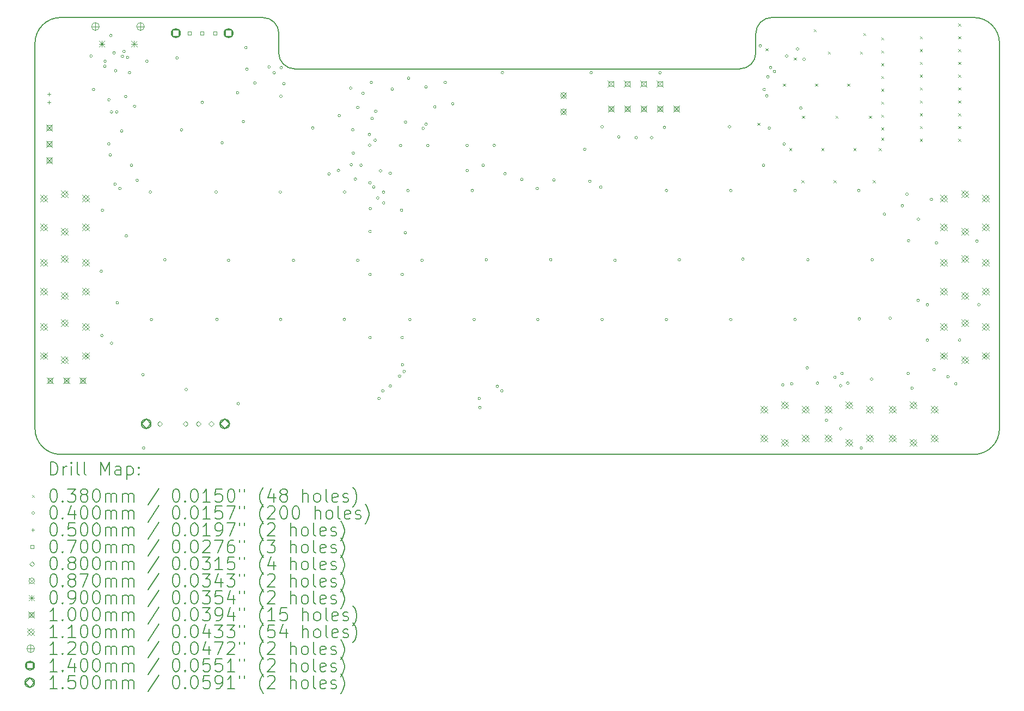
<source format=gbr>
%TF.GenerationSoftware,KiCad,Pcbnew,7.0.1-3b83917a11~172~ubuntu22.04.1*%
%TF.CreationDate,2023-04-06T14:52:26-06:00*%
%TF.ProjectId,controller,636f6e74-726f-46c6-9c65-722e6b696361,rev?*%
%TF.SameCoordinates,Original*%
%TF.FileFunction,Drillmap*%
%TF.FilePolarity,Positive*%
%FSLAX45Y45*%
G04 Gerber Fmt 4.5, Leading zero omitted, Abs format (unit mm)*
G04 Created by KiCad (PCBNEW 7.0.1-3b83917a11~172~ubuntu22.04.1) date 2023-04-06 14:52:26*
%MOMM*%
%LPD*%
G01*
G04 APERTURE LIST*
%ADD10C,0.150000*%
%ADD11C,0.200000*%
%ADD12C,0.038000*%
%ADD13C,0.040000*%
%ADD14C,0.050000*%
%ADD15C,0.070000*%
%ADD16C,0.080000*%
%ADD17C,0.087000*%
%ADD18C,0.090000*%
%ADD19C,0.100000*%
%ADD20C,0.110000*%
%ADD21C,0.120000*%
%ADD22C,0.140000*%
G04 APERTURE END LIST*
D10*
X3040000Y-9360000D02*
X3040000Y-15360000D01*
X3440000Y-15760000D02*
X17640000Y-15760000D01*
X18040000Y-15360000D02*
X18040000Y-9360000D01*
X14250000Y-9210000D02*
X14250000Y-9510000D01*
X14500000Y-8960000D02*
G75*
G03*
X14250000Y-9210000I0J-250000D01*
G01*
X6833220Y-9210000D02*
G75*
G03*
X6583223Y-8960000I-250000J0D01*
G01*
X6833223Y-9210000D02*
X6830000Y-9510000D01*
X14500000Y-8960000D02*
X17640000Y-8960000D01*
X3440000Y-8960000D02*
G75*
G03*
X3040000Y-9360000I0J-400000D01*
G01*
X14000000Y-9760000D02*
G75*
G03*
X14250000Y-9510000I0J250000D01*
G01*
X17640000Y-15760000D02*
G75*
G03*
X18040000Y-15360000I0J400000D01*
G01*
X6830000Y-9510000D02*
G75*
G03*
X7080000Y-9760000I250000J0D01*
G01*
X3040000Y-15360000D02*
G75*
G03*
X3440000Y-15760000I400000J0D01*
G01*
X18040000Y-9360000D02*
G75*
G03*
X17640000Y-8960000I-400000J0D01*
G01*
X14000000Y-9760000D02*
X7080000Y-9760000D01*
X3440000Y-8960000D02*
X6583223Y-8960000D01*
D11*
D12*
X14274557Y-10601013D02*
X14312557Y-10639013D01*
X14312557Y-10601013D02*
X14274557Y-10639013D01*
X14401000Y-9441000D02*
X14439000Y-9479000D01*
X14439000Y-9441000D02*
X14401000Y-9479000D01*
X14671000Y-9991000D02*
X14709000Y-10029000D01*
X14709000Y-9991000D02*
X14671000Y-10029000D01*
X14771000Y-10991000D02*
X14809000Y-11029000D01*
X14809000Y-10991000D02*
X14771000Y-11029000D01*
X14841202Y-9581202D02*
X14879202Y-9619202D01*
X14879202Y-9581202D02*
X14841202Y-9619202D01*
X14961000Y-11491000D02*
X14999000Y-11529000D01*
X14999000Y-11491000D02*
X14961000Y-11529000D01*
X14971000Y-10491000D02*
X15009000Y-10529000D01*
X15009000Y-10491000D02*
X14971000Y-10529000D01*
X15151000Y-9141000D02*
X15189000Y-9179000D01*
X15189000Y-9141000D02*
X15151000Y-9179000D01*
X15171000Y-9991000D02*
X15209000Y-10029000D01*
X15209000Y-9991000D02*
X15171000Y-10029000D01*
X15271000Y-10991000D02*
X15309000Y-11029000D01*
X15309000Y-10991000D02*
X15271000Y-11029000D01*
X15371000Y-9491000D02*
X15409000Y-9529000D01*
X15409000Y-9491000D02*
X15371000Y-9529000D01*
X15461000Y-11491000D02*
X15499000Y-11529000D01*
X15499000Y-11491000D02*
X15461000Y-11529000D01*
X15491000Y-10491000D02*
X15529000Y-10529000D01*
X15529000Y-10491000D02*
X15491000Y-10529000D01*
X15671000Y-9991000D02*
X15709000Y-10029000D01*
X15709000Y-9991000D02*
X15671000Y-10029000D01*
X15771000Y-10991000D02*
X15809000Y-11029000D01*
X15809000Y-10991000D02*
X15771000Y-11029000D01*
X15871000Y-9491000D02*
X15909000Y-9529000D01*
X15909000Y-9491000D02*
X15871000Y-9529000D01*
X15921000Y-9201000D02*
X15959000Y-9239000D01*
X15959000Y-9201000D02*
X15921000Y-9239000D01*
X16011000Y-10491000D02*
X16049000Y-10529000D01*
X16049000Y-10491000D02*
X16011000Y-10529000D01*
X16071000Y-11491000D02*
X16109000Y-11529000D01*
X16109000Y-11491000D02*
X16071000Y-11529000D01*
X16161000Y-10991000D02*
X16199000Y-11029000D01*
X16199000Y-10991000D02*
X16161000Y-11029000D01*
X16201000Y-9271000D02*
X16239000Y-9309000D01*
X16239000Y-9271000D02*
X16201000Y-9309000D01*
X16201000Y-9471000D02*
X16239000Y-9509000D01*
X16239000Y-9471000D02*
X16201000Y-9509000D01*
X16201000Y-9671000D02*
X16239000Y-9709000D01*
X16239000Y-9671000D02*
X16201000Y-9709000D01*
X16201000Y-9871000D02*
X16239000Y-9909000D01*
X16239000Y-9871000D02*
X16201000Y-9909000D01*
X16201000Y-10071000D02*
X16239000Y-10109000D01*
X16239000Y-10071000D02*
X16201000Y-10109000D01*
X16201000Y-10271000D02*
X16239000Y-10309000D01*
X16239000Y-10271000D02*
X16201000Y-10309000D01*
X16201000Y-10471000D02*
X16239000Y-10509000D01*
X16239000Y-10471000D02*
X16201000Y-10509000D01*
X16201000Y-10671000D02*
X16239000Y-10709000D01*
X16239000Y-10671000D02*
X16201000Y-10709000D01*
X16201000Y-10831000D02*
X16239000Y-10869000D01*
X16239000Y-10831000D02*
X16201000Y-10869000D01*
X16801000Y-9251000D02*
X16839000Y-9289000D01*
X16839000Y-9251000D02*
X16801000Y-9289000D01*
X16801000Y-9451000D02*
X16839000Y-9489000D01*
X16839000Y-9451000D02*
X16801000Y-9489000D01*
X16801000Y-9651000D02*
X16839000Y-9689000D01*
X16839000Y-9651000D02*
X16801000Y-9689000D01*
X16801000Y-9851000D02*
X16839000Y-9889000D01*
X16839000Y-9851000D02*
X16801000Y-9889000D01*
X16801000Y-10051000D02*
X16839000Y-10089000D01*
X16839000Y-10051000D02*
X16801000Y-10089000D01*
X16801000Y-10251000D02*
X16839000Y-10289000D01*
X16839000Y-10251000D02*
X16801000Y-10289000D01*
X16801000Y-10451000D02*
X16839000Y-10489000D01*
X16839000Y-10451000D02*
X16801000Y-10489000D01*
X16801000Y-10651000D02*
X16839000Y-10689000D01*
X16839000Y-10651000D02*
X16801000Y-10689000D01*
X16801000Y-10851000D02*
X16839000Y-10889000D01*
X16839000Y-10851000D02*
X16801000Y-10889000D01*
X17399500Y-9052500D02*
X17437500Y-9090500D01*
X17437500Y-9052500D02*
X17399500Y-9090500D01*
X17401000Y-9251000D02*
X17439000Y-9289000D01*
X17439000Y-9251000D02*
X17401000Y-9289000D01*
X17401000Y-9451000D02*
X17439000Y-9489000D01*
X17439000Y-9451000D02*
X17401000Y-9489000D01*
X17401000Y-9651000D02*
X17439000Y-9689000D01*
X17439000Y-9651000D02*
X17401000Y-9689000D01*
X17401000Y-9851000D02*
X17439000Y-9889000D01*
X17439000Y-9851000D02*
X17401000Y-9889000D01*
X17401000Y-10051000D02*
X17439000Y-10089000D01*
X17439000Y-10051000D02*
X17401000Y-10089000D01*
X17401000Y-10251000D02*
X17439000Y-10289000D01*
X17439000Y-10251000D02*
X17401000Y-10289000D01*
X17401000Y-10451000D02*
X17439000Y-10489000D01*
X17439000Y-10451000D02*
X17401000Y-10489000D01*
X17401000Y-10651000D02*
X17439000Y-10689000D01*
X17439000Y-10651000D02*
X17401000Y-10689000D01*
X17401000Y-10851000D02*
X17439000Y-10889000D01*
X17439000Y-10851000D02*
X17401000Y-10889000D01*
D13*
X3931360Y-9560000D02*
G75*
G03*
X3931360Y-9560000I-20000J0D01*
G01*
X3970000Y-10080000D02*
G75*
G03*
X3970000Y-10080000I-20000J0D01*
G01*
X4090000Y-12910000D02*
G75*
G03*
X4090000Y-12910000I-20000J0D01*
G01*
X4100000Y-13910000D02*
G75*
G03*
X4100000Y-13910000I-20000J0D01*
G01*
X4110000Y-11960000D02*
G75*
G03*
X4110000Y-11960000I-20000J0D01*
G01*
X4145050Y-9720000D02*
G75*
G03*
X4145050Y-9720000I-20000J0D01*
G01*
X4150000Y-9640000D02*
G75*
G03*
X4150000Y-9640000I-20000J0D01*
G01*
X4206500Y-10928500D02*
G75*
G03*
X4206500Y-10928500I-20000J0D01*
G01*
X4210000Y-10240000D02*
G75*
G03*
X4210000Y-10240000I-20000J0D01*
G01*
X4229620Y-11098450D02*
G75*
G03*
X4229620Y-11098450I-20000J0D01*
G01*
X4240000Y-9240000D02*
G75*
G03*
X4240000Y-9240000I-20000J0D01*
G01*
X4250000Y-10430000D02*
G75*
G03*
X4250000Y-10430000I-20000J0D01*
G01*
X4250000Y-14030000D02*
G75*
G03*
X4250000Y-14030000I-20000J0D01*
G01*
X4290000Y-9510000D02*
G75*
G03*
X4290000Y-9510000I-20000J0D01*
G01*
X4305000Y-11555000D02*
G75*
G03*
X4305000Y-11555000I-20000J0D01*
G01*
X4313023Y-9788373D02*
G75*
G03*
X4313023Y-9788373I-20000J0D01*
G01*
X4330000Y-10430000D02*
G75*
G03*
X4330000Y-10430000I-20000J0D01*
G01*
X4340000Y-13400000D02*
G75*
G03*
X4340000Y-13400000I-20000J0D01*
G01*
X4380000Y-11620000D02*
G75*
G03*
X4380000Y-11620000I-20000J0D01*
G01*
X4407500Y-10727500D02*
G75*
G03*
X4407500Y-10727500I-20000J0D01*
G01*
X4418188Y-9564967D02*
G75*
G03*
X4418188Y-9564967I-20000J0D01*
G01*
X4444111Y-9489336D02*
G75*
G03*
X4444111Y-9489336I-20000J0D01*
G01*
X4471050Y-10190000D02*
G75*
G03*
X4471050Y-10190000I-20000J0D01*
G01*
X4480000Y-12360000D02*
G75*
G03*
X4480000Y-12360000I-20000J0D01*
G01*
X4500000Y-9580000D02*
G75*
G03*
X4500000Y-9580000I-20000J0D01*
G01*
X4530000Y-9820000D02*
G75*
G03*
X4530000Y-9820000I-20000J0D01*
G01*
X4560000Y-11260000D02*
G75*
G03*
X4560000Y-11260000I-20000J0D01*
G01*
X4608234Y-10340758D02*
G75*
G03*
X4608234Y-10340758I-20000J0D01*
G01*
X4648015Y-11492550D02*
G75*
G03*
X4648015Y-11492550I-20000J0D01*
G01*
X4740000Y-14520000D02*
G75*
G03*
X4740000Y-14520000I-20000J0D01*
G01*
X4750000Y-15660000D02*
G75*
G03*
X4750000Y-15660000I-20000J0D01*
G01*
X4800000Y-9640000D02*
G75*
G03*
X4800000Y-9640000I-20000J0D01*
G01*
X4853934Y-11677450D02*
G75*
G03*
X4853934Y-11677450I-20000J0D01*
G01*
X4870000Y-13660000D02*
G75*
G03*
X4870000Y-13660000I-20000J0D01*
G01*
X5080000Y-12730000D02*
G75*
G03*
X5080000Y-12730000I-20000J0D01*
G01*
X5270000Y-9590000D02*
G75*
G03*
X5270000Y-9590000I-20000J0D01*
G01*
X5337450Y-10710000D02*
G75*
G03*
X5337450Y-10710000I-20000J0D01*
G01*
X5410000Y-14750000D02*
G75*
G03*
X5410000Y-14750000I-20000J0D01*
G01*
X5660000Y-10280000D02*
G75*
G03*
X5660000Y-10280000I-20000J0D01*
G01*
X5876334Y-11677450D02*
G75*
G03*
X5876334Y-11677450I-20000J0D01*
G01*
X5890000Y-13660000D02*
G75*
G03*
X5890000Y-13660000I-20000J0D01*
G01*
X5970000Y-10910000D02*
G75*
G03*
X5970000Y-10910000I-20000J0D01*
G01*
X6070000Y-12740000D02*
G75*
G03*
X6070000Y-12740000I-20000J0D01*
G01*
X6210000Y-10130000D02*
G75*
G03*
X6210000Y-10130000I-20000J0D01*
G01*
X6220000Y-14970000D02*
G75*
G03*
X6220000Y-14970000I-20000J0D01*
G01*
X6300000Y-10580000D02*
G75*
G03*
X6300000Y-10580000I-20000J0D01*
G01*
X6340000Y-9430000D02*
G75*
G03*
X6340000Y-9430000I-20000J0D01*
G01*
X6355000Y-9765000D02*
G75*
G03*
X6355000Y-9765000I-20000J0D01*
G01*
X6480000Y-9980000D02*
G75*
G03*
X6480000Y-9980000I-20000J0D01*
G01*
X6700000Y-9730000D02*
G75*
G03*
X6700000Y-9730000I-20000J0D01*
G01*
X6780000Y-9820000D02*
G75*
G03*
X6780000Y-9820000I-20000J0D01*
G01*
X6874470Y-11677450D02*
G75*
G03*
X6874470Y-11677450I-20000J0D01*
G01*
X6880000Y-13660000D02*
G75*
G03*
X6880000Y-13660000I-20000J0D01*
G01*
X6884636Y-10187450D02*
G75*
G03*
X6884636Y-10187450I-20000J0D01*
G01*
X6890000Y-9740000D02*
G75*
G03*
X6890000Y-9740000I-20000J0D01*
G01*
X6930000Y-9990000D02*
G75*
G03*
X6930000Y-9990000I-20000J0D01*
G01*
X7080000Y-12740000D02*
G75*
G03*
X7080000Y-12740000I-20000J0D01*
G01*
X7380000Y-10680000D02*
G75*
G03*
X7380000Y-10680000I-20000J0D01*
G01*
X7631861Y-11395948D02*
G75*
G03*
X7631861Y-11395948I-20000J0D01*
G01*
X7780000Y-11340000D02*
G75*
G03*
X7780000Y-11340000I-20000J0D01*
G01*
X7791439Y-10487450D02*
G75*
G03*
X7791439Y-10487450I-20000J0D01*
G01*
X7870000Y-13660000D02*
G75*
G03*
X7870000Y-13660000I-20000J0D01*
G01*
X7875692Y-11677450D02*
G75*
G03*
X7875692Y-11677450I-20000J0D01*
G01*
X7970000Y-10060000D02*
G75*
G03*
X7970000Y-10060000I-20000J0D01*
G01*
X7977400Y-11251481D02*
G75*
G03*
X7977400Y-11251481I-20000J0D01*
G01*
X8002030Y-10709146D02*
G75*
G03*
X8002030Y-10709146I-20000J0D01*
G01*
X8010000Y-11070000D02*
G75*
G03*
X8010000Y-11070000I-20000J0D01*
G01*
X8042884Y-11474566D02*
G75*
G03*
X8042884Y-11474566I-20000J0D01*
G01*
X8080000Y-10360000D02*
G75*
G03*
X8080000Y-10360000I-20000J0D01*
G01*
X8080000Y-12740000D02*
G75*
G03*
X8080000Y-12740000I-20000J0D01*
G01*
X8130000Y-11260000D02*
G75*
G03*
X8130000Y-11260000I-20000J0D01*
G01*
X8160000Y-10140000D02*
G75*
G03*
X8160000Y-10140000I-20000J0D01*
G01*
X8260000Y-10780000D02*
G75*
G03*
X8260000Y-10780000I-20000J0D01*
G01*
X8264335Y-10948025D02*
G75*
G03*
X8264335Y-10948025I-20000J0D01*
G01*
X8270000Y-12290000D02*
G75*
G03*
X8270000Y-12290000I-20000J0D01*
G01*
X8270000Y-12960000D02*
G75*
G03*
X8270000Y-12960000I-20000J0D01*
G01*
X8270000Y-13940000D02*
G75*
G03*
X8270000Y-13940000I-20000J0D01*
G01*
X8270477Y-11532802D02*
G75*
G03*
X8270477Y-11532802I-20000J0D01*
G01*
X8274159Y-11935841D02*
G75*
G03*
X8274159Y-11935841I-20000J0D01*
G01*
X8290000Y-9970000D02*
G75*
G03*
X8290000Y-9970000I-20000J0D01*
G01*
X8302550Y-10530000D02*
G75*
G03*
X8302550Y-10530000I-20000J0D01*
G01*
X8327927Y-11599480D02*
G75*
G03*
X8327927Y-11599480I-20000J0D01*
G01*
X8349427Y-10870623D02*
G75*
G03*
X8349427Y-10870623I-20000J0D01*
G01*
X8360000Y-10420000D02*
G75*
G03*
X8360000Y-10420000I-20000J0D01*
G01*
X8390250Y-11768638D02*
G75*
G03*
X8390250Y-11768638I-20000J0D01*
G01*
X8410000Y-14890000D02*
G75*
G03*
X8410000Y-14890000I-20000J0D01*
G01*
X8434629Y-11346207D02*
G75*
G03*
X8434629Y-11346207I-20000J0D01*
G01*
X8470000Y-14770000D02*
G75*
G03*
X8470000Y-14770000I-20000J0D01*
G01*
X8480937Y-11677557D02*
G75*
G03*
X8480937Y-11677557I-20000J0D01*
G01*
X8482650Y-11845814D02*
G75*
G03*
X8482650Y-11845814I-20000J0D01*
G01*
X8584474Y-11385256D02*
G75*
G03*
X8584474Y-11385256I-20000J0D01*
G01*
X8586094Y-14695525D02*
G75*
G03*
X8586094Y-14695525I-20000J0D01*
G01*
X8615141Y-10074231D02*
G75*
G03*
X8615141Y-10074231I-20000J0D01*
G01*
X8730000Y-14540000D02*
G75*
G03*
X8730000Y-14540000I-20000J0D01*
G01*
X8744308Y-10952550D02*
G75*
G03*
X8744308Y-10952550I-20000J0D01*
G01*
X8760000Y-11960000D02*
G75*
G03*
X8760000Y-11960000I-20000J0D01*
G01*
X8770000Y-12960000D02*
G75*
G03*
X8770000Y-12960000I-20000J0D01*
G01*
X8770000Y-13939950D02*
G75*
G03*
X8770000Y-13939950I-20000J0D01*
G01*
X8776060Y-14364814D02*
G75*
G03*
X8776060Y-14364814I-20000J0D01*
G01*
X8800000Y-14470000D02*
G75*
G03*
X8800000Y-14470000I-20000J0D01*
G01*
X8820000Y-12310000D02*
G75*
G03*
X8820000Y-12310000I-20000J0D01*
G01*
X8822588Y-10587450D02*
G75*
G03*
X8822588Y-10587450I-20000J0D01*
G01*
X8860000Y-11652550D02*
G75*
G03*
X8860000Y-11652550I-20000J0D01*
G01*
X8870000Y-9905000D02*
G75*
G03*
X8870000Y-9905000I-20000J0D01*
G01*
X8890000Y-13660000D02*
G75*
G03*
X8890000Y-13660000I-20000J0D01*
G01*
X9080000Y-12740000D02*
G75*
G03*
X9080000Y-12740000I-20000J0D01*
G01*
X9096177Y-10685127D02*
G75*
G03*
X9096177Y-10685127I-20000J0D01*
G01*
X9140000Y-10040000D02*
G75*
G03*
X9140000Y-10040000I-20000J0D01*
G01*
X9142550Y-10620000D02*
G75*
G03*
X9142550Y-10620000I-20000J0D01*
G01*
X9169805Y-10952550D02*
G75*
G03*
X9169805Y-10952550I-20000J0D01*
G01*
X9277050Y-10352302D02*
G75*
G03*
X9277050Y-10352302I-20000J0D01*
G01*
X9440000Y-9970000D02*
G75*
G03*
X9440000Y-9970000I-20000J0D01*
G01*
X9557288Y-10303178D02*
G75*
G03*
X9557288Y-10303178I-20000J0D01*
G01*
X9780000Y-10950000D02*
G75*
G03*
X9780000Y-10950000I-20000J0D01*
G01*
X9781875Y-11341875D02*
G75*
G03*
X9781875Y-11341875I-20000J0D01*
G01*
X9860000Y-11652550D02*
G75*
G03*
X9860000Y-11652550I-20000J0D01*
G01*
X9890000Y-13660000D02*
G75*
G03*
X9890000Y-13660000I-20000J0D01*
G01*
X9970000Y-14890000D02*
G75*
G03*
X9970000Y-14890000I-20000J0D01*
G01*
X9980000Y-15030000D02*
G75*
G03*
X9980000Y-15030000I-20000J0D01*
G01*
X10030000Y-11260000D02*
G75*
G03*
X10030000Y-11260000I-20000J0D01*
G01*
X10080000Y-12730000D02*
G75*
G03*
X10080000Y-12730000I-20000J0D01*
G01*
X10202400Y-10949733D02*
G75*
G03*
X10202400Y-10949733I-20000J0D01*
G01*
X10250000Y-14700000D02*
G75*
G03*
X10250000Y-14700000I-20000J0D01*
G01*
X10320000Y-14770000D02*
G75*
G03*
X10320000Y-14770000I-20000J0D01*
G01*
X10330000Y-9820000D02*
G75*
G03*
X10330000Y-9820000I-20000J0D01*
G01*
X10370000Y-11390000D02*
G75*
G03*
X10370000Y-11390000I-20000J0D01*
G01*
X10630000Y-11480000D02*
G75*
G03*
X10630000Y-11480000I-20000J0D01*
G01*
X10870000Y-11620000D02*
G75*
G03*
X10870000Y-11620000I-20000J0D01*
G01*
X10880000Y-13660000D02*
G75*
G03*
X10880000Y-13660000I-20000J0D01*
G01*
X11080000Y-12730000D02*
G75*
G03*
X11080000Y-12730000I-20000J0D01*
G01*
X11130000Y-11490000D02*
G75*
G03*
X11130000Y-11490000I-20000J0D01*
G01*
X11610000Y-11010000D02*
G75*
G03*
X11610000Y-11010000I-20000J0D01*
G01*
X11690000Y-11510000D02*
G75*
G03*
X11690000Y-11510000I-20000J0D01*
G01*
X11710000Y-9820000D02*
G75*
G03*
X11710000Y-9820000I-20000J0D01*
G01*
X11860000Y-11600000D02*
G75*
G03*
X11860000Y-11600000I-20000J0D01*
G01*
X11880000Y-10660000D02*
G75*
G03*
X11880000Y-10660000I-20000J0D01*
G01*
X11880000Y-13660000D02*
G75*
G03*
X11880000Y-13660000I-20000J0D01*
G01*
X12080000Y-12740000D02*
G75*
G03*
X12080000Y-12740000I-20000J0D01*
G01*
X12140000Y-10820000D02*
G75*
G03*
X12140000Y-10820000I-20000J0D01*
G01*
X12410000Y-10830000D02*
G75*
G03*
X12410000Y-10830000I-20000J0D01*
G01*
X12650000Y-10830000D02*
G75*
G03*
X12650000Y-10830000I-20000J0D01*
G01*
X12780000Y-9820000D02*
G75*
G03*
X12780000Y-9820000I-20000J0D01*
G01*
X12850000Y-10670000D02*
G75*
G03*
X12850000Y-10670000I-20000J0D01*
G01*
X12880000Y-11652550D02*
G75*
G03*
X12880000Y-11652550I-20000J0D01*
G01*
X12880000Y-13660000D02*
G75*
G03*
X12880000Y-13660000I-20000J0D01*
G01*
X13080000Y-12730000D02*
G75*
G03*
X13080000Y-12730000I-20000J0D01*
G01*
X13860000Y-10660000D02*
G75*
G03*
X13860000Y-10660000I-20000J0D01*
G01*
X13880000Y-11652550D02*
G75*
G03*
X13880000Y-11652550I-20000J0D01*
G01*
X13880000Y-13660000D02*
G75*
G03*
X13880000Y-13660000I-20000J0D01*
G01*
X14070000Y-12720000D02*
G75*
G03*
X14070000Y-12720000I-20000J0D01*
G01*
X14340000Y-9400000D02*
G75*
G03*
X14340000Y-9400000I-20000J0D01*
G01*
X14390000Y-11260000D02*
G75*
G03*
X14390000Y-11260000I-20000J0D01*
G01*
X14400000Y-10080000D02*
G75*
G03*
X14400000Y-10080000I-20000J0D01*
G01*
X14440000Y-10180000D02*
G75*
G03*
X14440000Y-10180000I-20000J0D01*
G01*
X14456750Y-9883250D02*
G75*
G03*
X14456750Y-9883250I-20000J0D01*
G01*
X14480000Y-10680000D02*
G75*
G03*
X14480000Y-10680000I-20000J0D01*
G01*
X14500000Y-9740000D02*
G75*
G03*
X14500000Y-9740000I-20000J0D01*
G01*
X14560000Y-9800000D02*
G75*
G03*
X14560000Y-9800000I-20000J0D01*
G01*
X14690000Y-14680000D02*
G75*
G03*
X14690000Y-14680000I-20000J0D01*
G01*
X14710000Y-10930000D02*
G75*
G03*
X14710000Y-10930000I-20000J0D01*
G01*
X14750000Y-9560000D02*
G75*
G03*
X14750000Y-9560000I-20000J0D01*
G01*
X14830000Y-14660000D02*
G75*
G03*
X14830000Y-14660000I-20000J0D01*
G01*
X14880000Y-11652550D02*
G75*
G03*
X14880000Y-11652550I-20000J0D01*
G01*
X14880000Y-13660000D02*
G75*
G03*
X14880000Y-13660000I-20000J0D01*
G01*
X14920000Y-9450000D02*
G75*
G03*
X14920000Y-9450000I-20000J0D01*
G01*
X14970000Y-10370000D02*
G75*
G03*
X14970000Y-10370000I-20000J0D01*
G01*
X15020000Y-9610000D02*
G75*
G03*
X15020000Y-9610000I-20000J0D01*
G01*
X15070623Y-14412550D02*
G75*
G03*
X15070623Y-14412550I-20000J0D01*
G01*
X15080000Y-12730000D02*
G75*
G03*
X15080000Y-12730000I-20000J0D01*
G01*
X15230000Y-14650000D02*
G75*
G03*
X15230000Y-14650000I-20000J0D01*
G01*
X15370000Y-15230000D02*
G75*
G03*
X15370000Y-15230000I-20000J0D01*
G01*
X15500000Y-14560000D02*
G75*
G03*
X15500000Y-14560000I-20000J0D01*
G01*
X15590000Y-14690000D02*
G75*
G03*
X15590000Y-14690000I-20000J0D01*
G01*
X15590000Y-15360000D02*
G75*
G03*
X15590000Y-15360000I-20000J0D01*
G01*
X15610000Y-14500000D02*
G75*
G03*
X15610000Y-14500000I-20000J0D01*
G01*
X15700000Y-14650000D02*
G75*
G03*
X15700000Y-14650000I-20000J0D01*
G01*
X15871267Y-11652550D02*
G75*
G03*
X15871267Y-11652550I-20000J0D01*
G01*
X15880000Y-13650000D02*
G75*
G03*
X15880000Y-13650000I-20000J0D01*
G01*
X15910000Y-15660000D02*
G75*
G03*
X15910000Y-15660000I-20000J0D01*
G01*
X16070000Y-14590000D02*
G75*
G03*
X16070000Y-14590000I-20000J0D01*
G01*
X16080000Y-12730000D02*
G75*
G03*
X16080000Y-12730000I-20000J0D01*
G01*
X16270000Y-12020000D02*
G75*
G03*
X16270000Y-12020000I-20000J0D01*
G01*
X16360000Y-13640000D02*
G75*
G03*
X16360000Y-13640000I-20000J0D01*
G01*
X16550000Y-11890000D02*
G75*
G03*
X16550000Y-11890000I-20000J0D01*
G01*
X16620000Y-11710000D02*
G75*
G03*
X16620000Y-11710000I-20000J0D01*
G01*
X16640000Y-14500000D02*
G75*
G03*
X16640000Y-14500000I-20000J0D01*
G01*
X16646730Y-12434900D02*
G75*
G03*
X16646730Y-12434900I-20000J0D01*
G01*
X16700000Y-14730000D02*
G75*
G03*
X16700000Y-14730000I-20000J0D01*
G01*
X16794970Y-13362034D02*
G75*
G03*
X16794970Y-13362034I-20000J0D01*
G01*
X16800000Y-12100000D02*
G75*
G03*
X16800000Y-12100000I-20000J0D01*
G01*
X16940000Y-13430000D02*
G75*
G03*
X16940000Y-13430000I-20000J0D01*
G01*
X16940000Y-13980000D02*
G75*
G03*
X16940000Y-13980000I-20000J0D01*
G01*
X17000000Y-11790000D02*
G75*
G03*
X17000000Y-11790000I-20000J0D01*
G01*
X17043500Y-14440000D02*
G75*
G03*
X17043500Y-14440000I-20000J0D01*
G01*
X17080000Y-12470000D02*
G75*
G03*
X17080000Y-12470000I-20000J0D01*
G01*
X17260000Y-14550000D02*
G75*
G03*
X17260000Y-14550000I-20000J0D01*
G01*
X17380000Y-14660000D02*
G75*
G03*
X17380000Y-14660000I-20000J0D01*
G01*
X17440000Y-13980000D02*
G75*
G03*
X17440000Y-13980000I-20000J0D01*
G01*
X17710000Y-12440000D02*
G75*
G03*
X17710000Y-12440000I-20000J0D01*
G01*
X17740000Y-13430000D02*
G75*
G03*
X17740000Y-13430000I-20000J0D01*
G01*
D14*
X3260000Y-10130000D02*
X3260000Y-10180000D01*
X3235000Y-10155000D02*
X3285000Y-10155000D01*
X3260000Y-10255000D02*
X3260000Y-10305000D01*
X3235000Y-10280000D02*
X3285000Y-10280000D01*
D15*
X5464749Y-9228999D02*
X5464749Y-9179501D01*
X5415251Y-9179501D01*
X5415251Y-9228999D01*
X5464749Y-9228999D01*
X5664749Y-9228999D02*
X5664749Y-9179501D01*
X5615251Y-9179501D01*
X5615251Y-9228999D01*
X5664749Y-9228999D01*
X5864749Y-9228999D02*
X5864749Y-9179501D01*
X5815251Y-9179501D01*
X5815251Y-9228999D01*
X5864749Y-9228999D01*
D16*
X4980000Y-15325000D02*
X5020000Y-15285000D01*
X4980000Y-15245000D01*
X4940000Y-15285000D01*
X4980000Y-15325000D01*
X5380000Y-15325000D02*
X5420000Y-15285000D01*
X5380000Y-15245000D01*
X5340000Y-15285000D01*
X5380000Y-15325000D01*
X5580000Y-15325000D02*
X5620000Y-15285000D01*
X5580000Y-15245000D01*
X5540000Y-15285000D01*
X5580000Y-15325000D01*
X5780000Y-15325000D02*
X5820000Y-15285000D01*
X5780000Y-15245000D01*
X5740000Y-15285000D01*
X5780000Y-15325000D01*
D17*
X11216500Y-10129500D02*
X11303500Y-10216500D01*
X11303500Y-10129500D02*
X11216500Y-10216500D01*
X11303500Y-10173000D02*
G75*
G03*
X11303500Y-10173000I-43500J0D01*
G01*
X11216500Y-10383500D02*
X11303500Y-10470500D01*
X11303500Y-10383500D02*
X11216500Y-10470500D01*
X11303500Y-10427000D02*
G75*
G03*
X11303500Y-10427000I-43500J0D01*
G01*
D18*
X4035000Y-9325000D02*
X4125000Y-9415000D01*
X4125000Y-9325000D02*
X4035000Y-9415000D01*
X4080000Y-9325000D02*
X4080000Y-9415000D01*
X4035000Y-9370000D02*
X4125000Y-9370000D01*
X4535000Y-9325000D02*
X4625000Y-9415000D01*
X4625000Y-9325000D02*
X4535000Y-9415000D01*
X4580000Y-9325000D02*
X4580000Y-9415000D01*
X4535000Y-9370000D02*
X4625000Y-9370000D01*
D19*
X3212500Y-10624500D02*
X3312500Y-10724500D01*
X3312500Y-10624500D02*
X3212500Y-10724500D01*
X3297856Y-10709856D02*
X3297856Y-10639144D01*
X3227144Y-10639144D01*
X3227144Y-10709856D01*
X3297856Y-10709856D01*
X3212500Y-10878500D02*
X3312500Y-10978500D01*
X3312500Y-10878500D02*
X3212500Y-10978500D01*
X3297856Y-10963856D02*
X3297856Y-10893144D01*
X3227144Y-10893144D01*
X3227144Y-10963856D01*
X3297856Y-10963856D01*
X3212500Y-11132500D02*
X3312500Y-11232500D01*
X3312500Y-11132500D02*
X3212500Y-11232500D01*
X3297856Y-11217856D02*
X3297856Y-11147144D01*
X3227144Y-11147144D01*
X3227144Y-11217856D01*
X3297856Y-11217856D01*
X3222000Y-14560000D02*
X3322000Y-14660000D01*
X3322000Y-14560000D02*
X3222000Y-14660000D01*
X3307356Y-14645356D02*
X3307356Y-14574644D01*
X3236644Y-14574644D01*
X3236644Y-14645356D01*
X3307356Y-14645356D01*
X3476000Y-14560000D02*
X3576000Y-14660000D01*
X3576000Y-14560000D02*
X3476000Y-14660000D01*
X3561356Y-14645356D02*
X3561356Y-14574644D01*
X3490644Y-14574644D01*
X3490644Y-14645356D01*
X3561356Y-14645356D01*
X3730000Y-14560000D02*
X3830000Y-14660000D01*
X3830000Y-14560000D02*
X3730000Y-14660000D01*
X3815356Y-14645356D02*
X3815356Y-14574644D01*
X3744644Y-14574644D01*
X3744644Y-14645356D01*
X3815356Y-14645356D01*
X11948000Y-9940000D02*
X12048000Y-10040000D01*
X12048000Y-9940000D02*
X11948000Y-10040000D01*
X12033356Y-10025356D02*
X12033356Y-9954644D01*
X11962644Y-9954644D01*
X11962644Y-10025356D01*
X12033356Y-10025356D01*
X11950000Y-10330000D02*
X12050000Y-10430000D01*
X12050000Y-10330000D02*
X11950000Y-10430000D01*
X12035356Y-10415356D02*
X12035356Y-10344644D01*
X11964644Y-10344644D01*
X11964644Y-10415356D01*
X12035356Y-10415356D01*
X12202000Y-9940000D02*
X12302000Y-10040000D01*
X12302000Y-9940000D02*
X12202000Y-10040000D01*
X12287356Y-10025356D02*
X12287356Y-9954644D01*
X12216644Y-9954644D01*
X12216644Y-10025356D01*
X12287356Y-10025356D01*
X12204000Y-10330000D02*
X12304000Y-10430000D01*
X12304000Y-10330000D02*
X12204000Y-10430000D01*
X12289356Y-10415356D02*
X12289356Y-10344644D01*
X12218644Y-10344644D01*
X12218644Y-10415356D01*
X12289356Y-10415356D01*
X12456000Y-9940000D02*
X12556000Y-10040000D01*
X12556000Y-9940000D02*
X12456000Y-10040000D01*
X12541356Y-10025356D02*
X12541356Y-9954644D01*
X12470644Y-9954644D01*
X12470644Y-10025356D01*
X12541356Y-10025356D01*
X12458000Y-10330000D02*
X12558000Y-10430000D01*
X12558000Y-10330000D02*
X12458000Y-10430000D01*
X12543356Y-10415356D02*
X12543356Y-10344644D01*
X12472644Y-10344644D01*
X12472644Y-10415356D01*
X12543356Y-10415356D01*
X12710000Y-9940000D02*
X12810000Y-10040000D01*
X12810000Y-9940000D02*
X12710000Y-10040000D01*
X12795356Y-10025356D02*
X12795356Y-9954644D01*
X12724644Y-9954644D01*
X12724644Y-10025356D01*
X12795356Y-10025356D01*
X12712000Y-10330000D02*
X12812000Y-10430000D01*
X12812000Y-10330000D02*
X12712000Y-10430000D01*
X12797356Y-10415356D02*
X12797356Y-10344644D01*
X12726644Y-10344644D01*
X12726644Y-10415356D01*
X12797356Y-10415356D01*
X12966000Y-10330000D02*
X13066000Y-10430000D01*
X13066000Y-10330000D02*
X12966000Y-10430000D01*
X13051356Y-10415356D02*
X13051356Y-10344644D01*
X12980644Y-10344644D01*
X12980644Y-10415356D01*
X13051356Y-10415356D01*
D20*
X3120000Y-11720000D02*
X3230000Y-11830000D01*
X3230000Y-11720000D02*
X3120000Y-11830000D01*
X3175000Y-11830000D02*
X3230000Y-11775000D01*
X3175000Y-11720000D01*
X3120000Y-11775000D01*
X3175000Y-11830000D01*
X3120000Y-12170000D02*
X3230000Y-12280000D01*
X3230000Y-12170000D02*
X3120000Y-12280000D01*
X3175000Y-12280000D02*
X3230000Y-12225000D01*
X3175000Y-12170000D01*
X3120000Y-12225000D01*
X3175000Y-12280000D01*
X3120000Y-12720000D02*
X3230000Y-12830000D01*
X3230000Y-12720000D02*
X3120000Y-12830000D01*
X3175000Y-12830000D02*
X3230000Y-12775000D01*
X3175000Y-12720000D01*
X3120000Y-12775000D01*
X3175000Y-12830000D01*
X3120000Y-13170000D02*
X3230000Y-13280000D01*
X3230000Y-13170000D02*
X3120000Y-13280000D01*
X3175000Y-13280000D02*
X3230000Y-13225000D01*
X3175000Y-13170000D01*
X3120000Y-13225000D01*
X3175000Y-13280000D01*
X3120000Y-13720000D02*
X3230000Y-13830000D01*
X3230000Y-13720000D02*
X3120000Y-13830000D01*
X3175000Y-13830000D02*
X3230000Y-13775000D01*
X3175000Y-13720000D01*
X3120000Y-13775000D01*
X3175000Y-13830000D01*
X3120000Y-14170000D02*
X3230000Y-14280000D01*
X3230000Y-14170000D02*
X3120000Y-14280000D01*
X3175000Y-14280000D02*
X3230000Y-14225000D01*
X3175000Y-14170000D01*
X3120000Y-14225000D01*
X3175000Y-14280000D01*
X3445000Y-11655000D02*
X3555000Y-11765000D01*
X3555000Y-11655000D02*
X3445000Y-11765000D01*
X3500000Y-11765000D02*
X3555000Y-11710000D01*
X3500000Y-11655000D01*
X3445000Y-11710000D01*
X3500000Y-11765000D01*
X3445000Y-12235000D02*
X3555000Y-12345000D01*
X3555000Y-12235000D02*
X3445000Y-12345000D01*
X3500000Y-12345000D02*
X3555000Y-12290000D01*
X3500000Y-12235000D01*
X3445000Y-12290000D01*
X3500000Y-12345000D01*
X3445000Y-12655000D02*
X3555000Y-12765000D01*
X3555000Y-12655000D02*
X3445000Y-12765000D01*
X3500000Y-12765000D02*
X3555000Y-12710000D01*
X3500000Y-12655000D01*
X3445000Y-12710000D01*
X3500000Y-12765000D01*
X3445000Y-13235000D02*
X3555000Y-13345000D01*
X3555000Y-13235000D02*
X3445000Y-13345000D01*
X3500000Y-13345000D02*
X3555000Y-13290000D01*
X3500000Y-13235000D01*
X3445000Y-13290000D01*
X3500000Y-13345000D01*
X3445000Y-13655000D02*
X3555000Y-13765000D01*
X3555000Y-13655000D02*
X3445000Y-13765000D01*
X3500000Y-13765000D02*
X3555000Y-13710000D01*
X3500000Y-13655000D01*
X3445000Y-13710000D01*
X3500000Y-13765000D01*
X3445000Y-14235000D02*
X3555000Y-14345000D01*
X3555000Y-14235000D02*
X3445000Y-14345000D01*
X3500000Y-14345000D02*
X3555000Y-14290000D01*
X3500000Y-14235000D01*
X3445000Y-14290000D01*
X3500000Y-14345000D01*
X3770000Y-11720000D02*
X3880000Y-11830000D01*
X3880000Y-11720000D02*
X3770000Y-11830000D01*
X3825000Y-11830000D02*
X3880000Y-11775000D01*
X3825000Y-11720000D01*
X3770000Y-11775000D01*
X3825000Y-11830000D01*
X3770000Y-12170000D02*
X3880000Y-12280000D01*
X3880000Y-12170000D02*
X3770000Y-12280000D01*
X3825000Y-12280000D02*
X3880000Y-12225000D01*
X3825000Y-12170000D01*
X3770000Y-12225000D01*
X3825000Y-12280000D01*
X3770000Y-12720000D02*
X3880000Y-12830000D01*
X3880000Y-12720000D02*
X3770000Y-12830000D01*
X3825000Y-12830000D02*
X3880000Y-12775000D01*
X3825000Y-12720000D01*
X3770000Y-12775000D01*
X3825000Y-12830000D01*
X3770000Y-13170000D02*
X3880000Y-13280000D01*
X3880000Y-13170000D02*
X3770000Y-13280000D01*
X3825000Y-13280000D02*
X3880000Y-13225000D01*
X3825000Y-13170000D01*
X3770000Y-13225000D01*
X3825000Y-13280000D01*
X3770000Y-13720000D02*
X3880000Y-13830000D01*
X3880000Y-13720000D02*
X3770000Y-13830000D01*
X3825000Y-13830000D02*
X3880000Y-13775000D01*
X3825000Y-13720000D01*
X3770000Y-13775000D01*
X3825000Y-13830000D01*
X3770000Y-14170000D02*
X3880000Y-14280000D01*
X3880000Y-14170000D02*
X3770000Y-14280000D01*
X3825000Y-14280000D02*
X3880000Y-14225000D01*
X3825000Y-14170000D01*
X3770000Y-14225000D01*
X3825000Y-14280000D01*
X14320000Y-15005000D02*
X14430000Y-15115000D01*
X14430000Y-15005000D02*
X14320000Y-15115000D01*
X14375000Y-15115000D02*
X14430000Y-15060000D01*
X14375000Y-15005000D01*
X14320000Y-15060000D01*
X14375000Y-15115000D01*
X14320000Y-15455000D02*
X14430000Y-15565000D01*
X14430000Y-15455000D02*
X14320000Y-15565000D01*
X14375000Y-15565000D02*
X14430000Y-15510000D01*
X14375000Y-15455000D01*
X14320000Y-15510000D01*
X14375000Y-15565000D01*
X14645000Y-14940000D02*
X14755000Y-15050000D01*
X14755000Y-14940000D02*
X14645000Y-15050000D01*
X14700000Y-15050000D02*
X14755000Y-14995000D01*
X14700000Y-14940000D01*
X14645000Y-14995000D01*
X14700000Y-15050000D01*
X14645000Y-15520000D02*
X14755000Y-15630000D01*
X14755000Y-15520000D02*
X14645000Y-15630000D01*
X14700000Y-15630000D02*
X14755000Y-15575000D01*
X14700000Y-15520000D01*
X14645000Y-15575000D01*
X14700000Y-15630000D01*
X14970000Y-15005000D02*
X15080000Y-15115000D01*
X15080000Y-15005000D02*
X14970000Y-15115000D01*
X15025000Y-15115000D02*
X15080000Y-15060000D01*
X15025000Y-15005000D01*
X14970000Y-15060000D01*
X15025000Y-15115000D01*
X14970000Y-15455000D02*
X15080000Y-15565000D01*
X15080000Y-15455000D02*
X14970000Y-15565000D01*
X15025000Y-15565000D02*
X15080000Y-15510000D01*
X15025000Y-15455000D01*
X14970000Y-15510000D01*
X15025000Y-15565000D01*
X15320000Y-15005000D02*
X15430000Y-15115000D01*
X15430000Y-15005000D02*
X15320000Y-15115000D01*
X15375000Y-15115000D02*
X15430000Y-15060000D01*
X15375000Y-15005000D01*
X15320000Y-15060000D01*
X15375000Y-15115000D01*
X15320000Y-15455000D02*
X15430000Y-15565000D01*
X15430000Y-15455000D02*
X15320000Y-15565000D01*
X15375000Y-15565000D02*
X15430000Y-15510000D01*
X15375000Y-15455000D01*
X15320000Y-15510000D01*
X15375000Y-15565000D01*
X15645000Y-14940000D02*
X15755000Y-15050000D01*
X15755000Y-14940000D02*
X15645000Y-15050000D01*
X15700000Y-15050000D02*
X15755000Y-14995000D01*
X15700000Y-14940000D01*
X15645000Y-14995000D01*
X15700000Y-15050000D01*
X15645000Y-15520000D02*
X15755000Y-15630000D01*
X15755000Y-15520000D02*
X15645000Y-15630000D01*
X15700000Y-15630000D02*
X15755000Y-15575000D01*
X15700000Y-15520000D01*
X15645000Y-15575000D01*
X15700000Y-15630000D01*
X15970000Y-15005000D02*
X16080000Y-15115000D01*
X16080000Y-15005000D02*
X15970000Y-15115000D01*
X16025000Y-15115000D02*
X16080000Y-15060000D01*
X16025000Y-15005000D01*
X15970000Y-15060000D01*
X16025000Y-15115000D01*
X15970000Y-15455000D02*
X16080000Y-15565000D01*
X16080000Y-15455000D02*
X15970000Y-15565000D01*
X16025000Y-15565000D02*
X16080000Y-15510000D01*
X16025000Y-15455000D01*
X15970000Y-15510000D01*
X16025000Y-15565000D01*
X16320000Y-15005000D02*
X16430000Y-15115000D01*
X16430000Y-15005000D02*
X16320000Y-15115000D01*
X16375000Y-15115000D02*
X16430000Y-15060000D01*
X16375000Y-15005000D01*
X16320000Y-15060000D01*
X16375000Y-15115000D01*
X16320000Y-15455000D02*
X16430000Y-15565000D01*
X16430000Y-15455000D02*
X16320000Y-15565000D01*
X16375000Y-15565000D02*
X16430000Y-15510000D01*
X16375000Y-15455000D01*
X16320000Y-15510000D01*
X16375000Y-15565000D01*
X16645000Y-14940000D02*
X16755000Y-15050000D01*
X16755000Y-14940000D02*
X16645000Y-15050000D01*
X16700000Y-15050000D02*
X16755000Y-14995000D01*
X16700000Y-14940000D01*
X16645000Y-14995000D01*
X16700000Y-15050000D01*
X16645000Y-15520000D02*
X16755000Y-15630000D01*
X16755000Y-15520000D02*
X16645000Y-15630000D01*
X16700000Y-15630000D02*
X16755000Y-15575000D01*
X16700000Y-15520000D01*
X16645000Y-15575000D01*
X16700000Y-15630000D01*
X16970000Y-15005000D02*
X17080000Y-15115000D01*
X17080000Y-15005000D02*
X16970000Y-15115000D01*
X17025000Y-15115000D02*
X17080000Y-15060000D01*
X17025000Y-15005000D01*
X16970000Y-15060000D01*
X17025000Y-15115000D01*
X16970000Y-15455000D02*
X17080000Y-15565000D01*
X17080000Y-15455000D02*
X16970000Y-15565000D01*
X17025000Y-15565000D02*
X17080000Y-15510000D01*
X17025000Y-15455000D01*
X16970000Y-15510000D01*
X17025000Y-15565000D01*
X17120000Y-11720000D02*
X17230000Y-11830000D01*
X17230000Y-11720000D02*
X17120000Y-11830000D01*
X17175000Y-11830000D02*
X17230000Y-11775000D01*
X17175000Y-11720000D01*
X17120000Y-11775000D01*
X17175000Y-11830000D01*
X17120000Y-12170000D02*
X17230000Y-12280000D01*
X17230000Y-12170000D02*
X17120000Y-12280000D01*
X17175000Y-12280000D02*
X17230000Y-12225000D01*
X17175000Y-12170000D01*
X17120000Y-12225000D01*
X17175000Y-12280000D01*
X17120000Y-12720000D02*
X17230000Y-12830000D01*
X17230000Y-12720000D02*
X17120000Y-12830000D01*
X17175000Y-12830000D02*
X17230000Y-12775000D01*
X17175000Y-12720000D01*
X17120000Y-12775000D01*
X17175000Y-12830000D01*
X17120000Y-13170000D02*
X17230000Y-13280000D01*
X17230000Y-13170000D02*
X17120000Y-13280000D01*
X17175000Y-13280000D02*
X17230000Y-13225000D01*
X17175000Y-13170000D01*
X17120000Y-13225000D01*
X17175000Y-13280000D01*
X17120000Y-13720000D02*
X17230000Y-13830000D01*
X17230000Y-13720000D02*
X17120000Y-13830000D01*
X17175000Y-13830000D02*
X17230000Y-13775000D01*
X17175000Y-13720000D01*
X17120000Y-13775000D01*
X17175000Y-13830000D01*
X17120000Y-14170000D02*
X17230000Y-14280000D01*
X17230000Y-14170000D02*
X17120000Y-14280000D01*
X17175000Y-14280000D02*
X17230000Y-14225000D01*
X17175000Y-14170000D01*
X17120000Y-14225000D01*
X17175000Y-14280000D01*
X17445000Y-11655000D02*
X17555000Y-11765000D01*
X17555000Y-11655000D02*
X17445000Y-11765000D01*
X17500000Y-11765000D02*
X17555000Y-11710000D01*
X17500000Y-11655000D01*
X17445000Y-11710000D01*
X17500000Y-11765000D01*
X17445000Y-12235000D02*
X17555000Y-12345000D01*
X17555000Y-12235000D02*
X17445000Y-12345000D01*
X17500000Y-12345000D02*
X17555000Y-12290000D01*
X17500000Y-12235000D01*
X17445000Y-12290000D01*
X17500000Y-12345000D01*
X17445000Y-12655000D02*
X17555000Y-12765000D01*
X17555000Y-12655000D02*
X17445000Y-12765000D01*
X17500000Y-12765000D02*
X17555000Y-12710000D01*
X17500000Y-12655000D01*
X17445000Y-12710000D01*
X17500000Y-12765000D01*
X17445000Y-13235000D02*
X17555000Y-13345000D01*
X17555000Y-13235000D02*
X17445000Y-13345000D01*
X17500000Y-13345000D02*
X17555000Y-13290000D01*
X17500000Y-13235000D01*
X17445000Y-13290000D01*
X17500000Y-13345000D01*
X17445000Y-13655000D02*
X17555000Y-13765000D01*
X17555000Y-13655000D02*
X17445000Y-13765000D01*
X17500000Y-13765000D02*
X17555000Y-13710000D01*
X17500000Y-13655000D01*
X17445000Y-13710000D01*
X17500000Y-13765000D01*
X17445000Y-14235000D02*
X17555000Y-14345000D01*
X17555000Y-14235000D02*
X17445000Y-14345000D01*
X17500000Y-14345000D02*
X17555000Y-14290000D01*
X17500000Y-14235000D01*
X17445000Y-14290000D01*
X17500000Y-14345000D01*
X17770000Y-11720000D02*
X17880000Y-11830000D01*
X17880000Y-11720000D02*
X17770000Y-11830000D01*
X17825000Y-11830000D02*
X17880000Y-11775000D01*
X17825000Y-11720000D01*
X17770000Y-11775000D01*
X17825000Y-11830000D01*
X17770000Y-12170000D02*
X17880000Y-12280000D01*
X17880000Y-12170000D02*
X17770000Y-12280000D01*
X17825000Y-12280000D02*
X17880000Y-12225000D01*
X17825000Y-12170000D01*
X17770000Y-12225000D01*
X17825000Y-12280000D01*
X17770000Y-12720000D02*
X17880000Y-12830000D01*
X17880000Y-12720000D02*
X17770000Y-12830000D01*
X17825000Y-12830000D02*
X17880000Y-12775000D01*
X17825000Y-12720000D01*
X17770000Y-12775000D01*
X17825000Y-12830000D01*
X17770000Y-13170000D02*
X17880000Y-13280000D01*
X17880000Y-13170000D02*
X17770000Y-13280000D01*
X17825000Y-13280000D02*
X17880000Y-13225000D01*
X17825000Y-13170000D01*
X17770000Y-13225000D01*
X17825000Y-13280000D01*
X17770000Y-13720000D02*
X17880000Y-13830000D01*
X17880000Y-13720000D02*
X17770000Y-13830000D01*
X17825000Y-13830000D02*
X17880000Y-13775000D01*
X17825000Y-13720000D01*
X17770000Y-13775000D01*
X17825000Y-13830000D01*
X17770000Y-14170000D02*
X17880000Y-14280000D01*
X17880000Y-14170000D02*
X17770000Y-14280000D01*
X17825000Y-14280000D02*
X17880000Y-14225000D01*
X17825000Y-14170000D01*
X17770000Y-14225000D01*
X17825000Y-14280000D01*
D21*
X3980000Y-9040000D02*
X3980000Y-9160000D01*
X3920000Y-9100000D02*
X4040000Y-9100000D01*
X4040000Y-9100000D02*
G75*
G03*
X4040000Y-9100000I-60000J0D01*
G01*
X4680000Y-9040000D02*
X4680000Y-9160000D01*
X4620000Y-9100000D02*
X4740000Y-9100000D01*
X4740000Y-9100000D02*
G75*
G03*
X4740000Y-9100000I-60000J0D01*
G01*
D22*
X5279498Y-9253748D02*
X5279498Y-9154752D01*
X5180502Y-9154752D01*
X5180502Y-9253748D01*
X5279498Y-9253748D01*
X5300000Y-9204250D02*
G75*
G03*
X5300000Y-9204250I-70000J0D01*
G01*
X6099498Y-9253748D02*
X6099498Y-9154752D01*
X6000502Y-9154752D01*
X6000502Y-9253748D01*
X6099498Y-9253748D01*
X6120000Y-9204250D02*
G75*
G03*
X6120000Y-9204250I-70000J0D01*
G01*
D10*
X4770000Y-15360000D02*
X4845000Y-15285000D01*
X4770000Y-15210000D01*
X4695000Y-15285000D01*
X4770000Y-15360000D01*
X4845000Y-15285000D02*
G75*
G03*
X4845000Y-15285000I-75000J0D01*
G01*
X5990000Y-15360000D02*
X6065000Y-15285000D01*
X5990000Y-15210000D01*
X5915000Y-15285000D01*
X5990000Y-15360000D01*
X6065000Y-15285000D02*
G75*
G03*
X6065000Y-15285000I-75000J0D01*
G01*
D11*
X3280119Y-16080024D02*
X3280119Y-15880024D01*
X3280119Y-15880024D02*
X3327738Y-15880024D01*
X3327738Y-15880024D02*
X3356309Y-15889548D01*
X3356309Y-15889548D02*
X3375357Y-15908595D01*
X3375357Y-15908595D02*
X3384881Y-15927643D01*
X3384881Y-15927643D02*
X3394405Y-15965738D01*
X3394405Y-15965738D02*
X3394405Y-15994309D01*
X3394405Y-15994309D02*
X3384881Y-16032405D01*
X3384881Y-16032405D02*
X3375357Y-16051452D01*
X3375357Y-16051452D02*
X3356309Y-16070500D01*
X3356309Y-16070500D02*
X3327738Y-16080024D01*
X3327738Y-16080024D02*
X3280119Y-16080024D01*
X3480119Y-16080024D02*
X3480119Y-15946690D01*
X3480119Y-15984786D02*
X3489643Y-15965738D01*
X3489643Y-15965738D02*
X3499167Y-15956214D01*
X3499167Y-15956214D02*
X3518214Y-15946690D01*
X3518214Y-15946690D02*
X3537262Y-15946690D01*
X3603928Y-16080024D02*
X3603928Y-15946690D01*
X3603928Y-15880024D02*
X3594405Y-15889548D01*
X3594405Y-15889548D02*
X3603928Y-15899071D01*
X3603928Y-15899071D02*
X3613452Y-15889548D01*
X3613452Y-15889548D02*
X3603928Y-15880024D01*
X3603928Y-15880024D02*
X3603928Y-15899071D01*
X3727738Y-16080024D02*
X3708690Y-16070500D01*
X3708690Y-16070500D02*
X3699167Y-16051452D01*
X3699167Y-16051452D02*
X3699167Y-15880024D01*
X3832500Y-16080024D02*
X3813452Y-16070500D01*
X3813452Y-16070500D02*
X3803928Y-16051452D01*
X3803928Y-16051452D02*
X3803928Y-15880024D01*
X4061071Y-16080024D02*
X4061071Y-15880024D01*
X4061071Y-15880024D02*
X4127738Y-16022881D01*
X4127738Y-16022881D02*
X4194405Y-15880024D01*
X4194405Y-15880024D02*
X4194405Y-16080024D01*
X4375357Y-16080024D02*
X4375357Y-15975262D01*
X4375357Y-15975262D02*
X4365833Y-15956214D01*
X4365833Y-15956214D02*
X4346786Y-15946690D01*
X4346786Y-15946690D02*
X4308690Y-15946690D01*
X4308690Y-15946690D02*
X4289643Y-15956214D01*
X4375357Y-16070500D02*
X4356310Y-16080024D01*
X4356310Y-16080024D02*
X4308690Y-16080024D01*
X4308690Y-16080024D02*
X4289643Y-16070500D01*
X4289643Y-16070500D02*
X4280119Y-16051452D01*
X4280119Y-16051452D02*
X4280119Y-16032405D01*
X4280119Y-16032405D02*
X4289643Y-16013357D01*
X4289643Y-16013357D02*
X4308690Y-16003833D01*
X4308690Y-16003833D02*
X4356310Y-16003833D01*
X4356310Y-16003833D02*
X4375357Y-15994309D01*
X4470595Y-15946690D02*
X4470595Y-16146690D01*
X4470595Y-15956214D02*
X4489643Y-15946690D01*
X4489643Y-15946690D02*
X4527738Y-15946690D01*
X4527738Y-15946690D02*
X4546786Y-15956214D01*
X4546786Y-15956214D02*
X4556310Y-15965738D01*
X4556310Y-15965738D02*
X4565833Y-15984786D01*
X4565833Y-15984786D02*
X4565833Y-16041928D01*
X4565833Y-16041928D02*
X4556310Y-16060976D01*
X4556310Y-16060976D02*
X4546786Y-16070500D01*
X4546786Y-16070500D02*
X4527738Y-16080024D01*
X4527738Y-16080024D02*
X4489643Y-16080024D01*
X4489643Y-16080024D02*
X4470595Y-16070500D01*
X4651548Y-16060976D02*
X4661071Y-16070500D01*
X4661071Y-16070500D02*
X4651548Y-16080024D01*
X4651548Y-16080024D02*
X4642024Y-16070500D01*
X4642024Y-16070500D02*
X4651548Y-16060976D01*
X4651548Y-16060976D02*
X4651548Y-16080024D01*
X4651548Y-15956214D02*
X4661071Y-15965738D01*
X4661071Y-15965738D02*
X4651548Y-15975262D01*
X4651548Y-15975262D02*
X4642024Y-15965738D01*
X4642024Y-15965738D02*
X4651548Y-15956214D01*
X4651548Y-15956214D02*
X4651548Y-15975262D01*
D12*
X2994500Y-16388500D02*
X3032500Y-16426500D01*
X3032500Y-16388500D02*
X2994500Y-16426500D01*
D11*
X3318214Y-16300024D02*
X3337262Y-16300024D01*
X3337262Y-16300024D02*
X3356309Y-16309548D01*
X3356309Y-16309548D02*
X3365833Y-16319071D01*
X3365833Y-16319071D02*
X3375357Y-16338119D01*
X3375357Y-16338119D02*
X3384881Y-16376214D01*
X3384881Y-16376214D02*
X3384881Y-16423833D01*
X3384881Y-16423833D02*
X3375357Y-16461928D01*
X3375357Y-16461928D02*
X3365833Y-16480976D01*
X3365833Y-16480976D02*
X3356309Y-16490500D01*
X3356309Y-16490500D02*
X3337262Y-16500024D01*
X3337262Y-16500024D02*
X3318214Y-16500024D01*
X3318214Y-16500024D02*
X3299167Y-16490500D01*
X3299167Y-16490500D02*
X3289643Y-16480976D01*
X3289643Y-16480976D02*
X3280119Y-16461928D01*
X3280119Y-16461928D02*
X3270595Y-16423833D01*
X3270595Y-16423833D02*
X3270595Y-16376214D01*
X3270595Y-16376214D02*
X3280119Y-16338119D01*
X3280119Y-16338119D02*
X3289643Y-16319071D01*
X3289643Y-16319071D02*
X3299167Y-16309548D01*
X3299167Y-16309548D02*
X3318214Y-16300024D01*
X3470595Y-16480976D02*
X3480119Y-16490500D01*
X3480119Y-16490500D02*
X3470595Y-16500024D01*
X3470595Y-16500024D02*
X3461071Y-16490500D01*
X3461071Y-16490500D02*
X3470595Y-16480976D01*
X3470595Y-16480976D02*
X3470595Y-16500024D01*
X3546786Y-16300024D02*
X3670595Y-16300024D01*
X3670595Y-16300024D02*
X3603928Y-16376214D01*
X3603928Y-16376214D02*
X3632500Y-16376214D01*
X3632500Y-16376214D02*
X3651548Y-16385738D01*
X3651548Y-16385738D02*
X3661071Y-16395262D01*
X3661071Y-16395262D02*
X3670595Y-16414309D01*
X3670595Y-16414309D02*
X3670595Y-16461928D01*
X3670595Y-16461928D02*
X3661071Y-16480976D01*
X3661071Y-16480976D02*
X3651548Y-16490500D01*
X3651548Y-16490500D02*
X3632500Y-16500024D01*
X3632500Y-16500024D02*
X3575357Y-16500024D01*
X3575357Y-16500024D02*
X3556309Y-16490500D01*
X3556309Y-16490500D02*
X3546786Y-16480976D01*
X3784881Y-16385738D02*
X3765833Y-16376214D01*
X3765833Y-16376214D02*
X3756309Y-16366690D01*
X3756309Y-16366690D02*
X3746786Y-16347643D01*
X3746786Y-16347643D02*
X3746786Y-16338119D01*
X3746786Y-16338119D02*
X3756309Y-16319071D01*
X3756309Y-16319071D02*
X3765833Y-16309548D01*
X3765833Y-16309548D02*
X3784881Y-16300024D01*
X3784881Y-16300024D02*
X3822976Y-16300024D01*
X3822976Y-16300024D02*
X3842024Y-16309548D01*
X3842024Y-16309548D02*
X3851548Y-16319071D01*
X3851548Y-16319071D02*
X3861071Y-16338119D01*
X3861071Y-16338119D02*
X3861071Y-16347643D01*
X3861071Y-16347643D02*
X3851548Y-16366690D01*
X3851548Y-16366690D02*
X3842024Y-16376214D01*
X3842024Y-16376214D02*
X3822976Y-16385738D01*
X3822976Y-16385738D02*
X3784881Y-16385738D01*
X3784881Y-16385738D02*
X3765833Y-16395262D01*
X3765833Y-16395262D02*
X3756309Y-16404786D01*
X3756309Y-16404786D02*
X3746786Y-16423833D01*
X3746786Y-16423833D02*
X3746786Y-16461928D01*
X3746786Y-16461928D02*
X3756309Y-16480976D01*
X3756309Y-16480976D02*
X3765833Y-16490500D01*
X3765833Y-16490500D02*
X3784881Y-16500024D01*
X3784881Y-16500024D02*
X3822976Y-16500024D01*
X3822976Y-16500024D02*
X3842024Y-16490500D01*
X3842024Y-16490500D02*
X3851548Y-16480976D01*
X3851548Y-16480976D02*
X3861071Y-16461928D01*
X3861071Y-16461928D02*
X3861071Y-16423833D01*
X3861071Y-16423833D02*
X3851548Y-16404786D01*
X3851548Y-16404786D02*
X3842024Y-16395262D01*
X3842024Y-16395262D02*
X3822976Y-16385738D01*
X3984881Y-16300024D02*
X4003929Y-16300024D01*
X4003929Y-16300024D02*
X4022976Y-16309548D01*
X4022976Y-16309548D02*
X4032500Y-16319071D01*
X4032500Y-16319071D02*
X4042024Y-16338119D01*
X4042024Y-16338119D02*
X4051548Y-16376214D01*
X4051548Y-16376214D02*
X4051548Y-16423833D01*
X4051548Y-16423833D02*
X4042024Y-16461928D01*
X4042024Y-16461928D02*
X4032500Y-16480976D01*
X4032500Y-16480976D02*
X4022976Y-16490500D01*
X4022976Y-16490500D02*
X4003929Y-16500024D01*
X4003929Y-16500024D02*
X3984881Y-16500024D01*
X3984881Y-16500024D02*
X3965833Y-16490500D01*
X3965833Y-16490500D02*
X3956309Y-16480976D01*
X3956309Y-16480976D02*
X3946786Y-16461928D01*
X3946786Y-16461928D02*
X3937262Y-16423833D01*
X3937262Y-16423833D02*
X3937262Y-16376214D01*
X3937262Y-16376214D02*
X3946786Y-16338119D01*
X3946786Y-16338119D02*
X3956309Y-16319071D01*
X3956309Y-16319071D02*
X3965833Y-16309548D01*
X3965833Y-16309548D02*
X3984881Y-16300024D01*
X4137262Y-16500024D02*
X4137262Y-16366690D01*
X4137262Y-16385738D02*
X4146786Y-16376214D01*
X4146786Y-16376214D02*
X4165833Y-16366690D01*
X4165833Y-16366690D02*
X4194405Y-16366690D01*
X4194405Y-16366690D02*
X4213452Y-16376214D01*
X4213452Y-16376214D02*
X4222976Y-16395262D01*
X4222976Y-16395262D02*
X4222976Y-16500024D01*
X4222976Y-16395262D02*
X4232500Y-16376214D01*
X4232500Y-16376214D02*
X4251548Y-16366690D01*
X4251548Y-16366690D02*
X4280119Y-16366690D01*
X4280119Y-16366690D02*
X4299167Y-16376214D01*
X4299167Y-16376214D02*
X4308691Y-16395262D01*
X4308691Y-16395262D02*
X4308691Y-16500024D01*
X4403929Y-16500024D02*
X4403929Y-16366690D01*
X4403929Y-16385738D02*
X4413452Y-16376214D01*
X4413452Y-16376214D02*
X4432500Y-16366690D01*
X4432500Y-16366690D02*
X4461072Y-16366690D01*
X4461072Y-16366690D02*
X4480119Y-16376214D01*
X4480119Y-16376214D02*
X4489643Y-16395262D01*
X4489643Y-16395262D02*
X4489643Y-16500024D01*
X4489643Y-16395262D02*
X4499167Y-16376214D01*
X4499167Y-16376214D02*
X4518214Y-16366690D01*
X4518214Y-16366690D02*
X4546786Y-16366690D01*
X4546786Y-16366690D02*
X4565833Y-16376214D01*
X4565833Y-16376214D02*
X4575357Y-16395262D01*
X4575357Y-16395262D02*
X4575357Y-16500024D01*
X4965833Y-16290500D02*
X4794405Y-16547643D01*
X5222976Y-16300024D02*
X5242024Y-16300024D01*
X5242024Y-16300024D02*
X5261072Y-16309548D01*
X5261072Y-16309548D02*
X5270595Y-16319071D01*
X5270595Y-16319071D02*
X5280119Y-16338119D01*
X5280119Y-16338119D02*
X5289643Y-16376214D01*
X5289643Y-16376214D02*
X5289643Y-16423833D01*
X5289643Y-16423833D02*
X5280119Y-16461928D01*
X5280119Y-16461928D02*
X5270595Y-16480976D01*
X5270595Y-16480976D02*
X5261072Y-16490500D01*
X5261072Y-16490500D02*
X5242024Y-16500024D01*
X5242024Y-16500024D02*
X5222976Y-16500024D01*
X5222976Y-16500024D02*
X5203929Y-16490500D01*
X5203929Y-16490500D02*
X5194405Y-16480976D01*
X5194405Y-16480976D02*
X5184881Y-16461928D01*
X5184881Y-16461928D02*
X5175357Y-16423833D01*
X5175357Y-16423833D02*
X5175357Y-16376214D01*
X5175357Y-16376214D02*
X5184881Y-16338119D01*
X5184881Y-16338119D02*
X5194405Y-16319071D01*
X5194405Y-16319071D02*
X5203929Y-16309548D01*
X5203929Y-16309548D02*
X5222976Y-16300024D01*
X5375357Y-16480976D02*
X5384881Y-16490500D01*
X5384881Y-16490500D02*
X5375357Y-16500024D01*
X5375357Y-16500024D02*
X5365834Y-16490500D01*
X5365834Y-16490500D02*
X5375357Y-16480976D01*
X5375357Y-16480976D02*
X5375357Y-16500024D01*
X5508691Y-16300024D02*
X5527738Y-16300024D01*
X5527738Y-16300024D02*
X5546786Y-16309548D01*
X5546786Y-16309548D02*
X5556310Y-16319071D01*
X5556310Y-16319071D02*
X5565834Y-16338119D01*
X5565834Y-16338119D02*
X5575357Y-16376214D01*
X5575357Y-16376214D02*
X5575357Y-16423833D01*
X5575357Y-16423833D02*
X5565834Y-16461928D01*
X5565834Y-16461928D02*
X5556310Y-16480976D01*
X5556310Y-16480976D02*
X5546786Y-16490500D01*
X5546786Y-16490500D02*
X5527738Y-16500024D01*
X5527738Y-16500024D02*
X5508691Y-16500024D01*
X5508691Y-16500024D02*
X5489643Y-16490500D01*
X5489643Y-16490500D02*
X5480119Y-16480976D01*
X5480119Y-16480976D02*
X5470595Y-16461928D01*
X5470595Y-16461928D02*
X5461072Y-16423833D01*
X5461072Y-16423833D02*
X5461072Y-16376214D01*
X5461072Y-16376214D02*
X5470595Y-16338119D01*
X5470595Y-16338119D02*
X5480119Y-16319071D01*
X5480119Y-16319071D02*
X5489643Y-16309548D01*
X5489643Y-16309548D02*
X5508691Y-16300024D01*
X5765833Y-16500024D02*
X5651548Y-16500024D01*
X5708691Y-16500024D02*
X5708691Y-16300024D01*
X5708691Y-16300024D02*
X5689643Y-16328595D01*
X5689643Y-16328595D02*
X5670595Y-16347643D01*
X5670595Y-16347643D02*
X5651548Y-16357167D01*
X5946786Y-16300024D02*
X5851548Y-16300024D01*
X5851548Y-16300024D02*
X5842024Y-16395262D01*
X5842024Y-16395262D02*
X5851548Y-16385738D01*
X5851548Y-16385738D02*
X5870595Y-16376214D01*
X5870595Y-16376214D02*
X5918214Y-16376214D01*
X5918214Y-16376214D02*
X5937262Y-16385738D01*
X5937262Y-16385738D02*
X5946786Y-16395262D01*
X5946786Y-16395262D02*
X5956310Y-16414309D01*
X5956310Y-16414309D02*
X5956310Y-16461928D01*
X5956310Y-16461928D02*
X5946786Y-16480976D01*
X5946786Y-16480976D02*
X5937262Y-16490500D01*
X5937262Y-16490500D02*
X5918214Y-16500024D01*
X5918214Y-16500024D02*
X5870595Y-16500024D01*
X5870595Y-16500024D02*
X5851548Y-16490500D01*
X5851548Y-16490500D02*
X5842024Y-16480976D01*
X6080119Y-16300024D02*
X6099167Y-16300024D01*
X6099167Y-16300024D02*
X6118214Y-16309548D01*
X6118214Y-16309548D02*
X6127738Y-16319071D01*
X6127738Y-16319071D02*
X6137262Y-16338119D01*
X6137262Y-16338119D02*
X6146786Y-16376214D01*
X6146786Y-16376214D02*
X6146786Y-16423833D01*
X6146786Y-16423833D02*
X6137262Y-16461928D01*
X6137262Y-16461928D02*
X6127738Y-16480976D01*
X6127738Y-16480976D02*
X6118214Y-16490500D01*
X6118214Y-16490500D02*
X6099167Y-16500024D01*
X6099167Y-16500024D02*
X6080119Y-16500024D01*
X6080119Y-16500024D02*
X6061072Y-16490500D01*
X6061072Y-16490500D02*
X6051548Y-16480976D01*
X6051548Y-16480976D02*
X6042024Y-16461928D01*
X6042024Y-16461928D02*
X6032500Y-16423833D01*
X6032500Y-16423833D02*
X6032500Y-16376214D01*
X6032500Y-16376214D02*
X6042024Y-16338119D01*
X6042024Y-16338119D02*
X6051548Y-16319071D01*
X6051548Y-16319071D02*
X6061072Y-16309548D01*
X6061072Y-16309548D02*
X6080119Y-16300024D01*
X6222976Y-16300024D02*
X6222976Y-16338119D01*
X6299167Y-16300024D02*
X6299167Y-16338119D01*
X6594405Y-16576214D02*
X6584881Y-16566690D01*
X6584881Y-16566690D02*
X6565834Y-16538119D01*
X6565834Y-16538119D02*
X6556310Y-16519071D01*
X6556310Y-16519071D02*
X6546786Y-16490500D01*
X6546786Y-16490500D02*
X6537262Y-16442881D01*
X6537262Y-16442881D02*
X6537262Y-16404786D01*
X6537262Y-16404786D02*
X6546786Y-16357167D01*
X6546786Y-16357167D02*
X6556310Y-16328595D01*
X6556310Y-16328595D02*
X6565834Y-16309548D01*
X6565834Y-16309548D02*
X6584881Y-16280976D01*
X6584881Y-16280976D02*
X6594405Y-16271452D01*
X6756310Y-16366690D02*
X6756310Y-16500024D01*
X6708691Y-16290500D02*
X6661072Y-16433357D01*
X6661072Y-16433357D02*
X6784881Y-16433357D01*
X6889643Y-16385738D02*
X6870595Y-16376214D01*
X6870595Y-16376214D02*
X6861072Y-16366690D01*
X6861072Y-16366690D02*
X6851548Y-16347643D01*
X6851548Y-16347643D02*
X6851548Y-16338119D01*
X6851548Y-16338119D02*
X6861072Y-16319071D01*
X6861072Y-16319071D02*
X6870595Y-16309548D01*
X6870595Y-16309548D02*
X6889643Y-16300024D01*
X6889643Y-16300024D02*
X6927738Y-16300024D01*
X6927738Y-16300024D02*
X6946786Y-16309548D01*
X6946786Y-16309548D02*
X6956310Y-16319071D01*
X6956310Y-16319071D02*
X6965834Y-16338119D01*
X6965834Y-16338119D02*
X6965834Y-16347643D01*
X6965834Y-16347643D02*
X6956310Y-16366690D01*
X6956310Y-16366690D02*
X6946786Y-16376214D01*
X6946786Y-16376214D02*
X6927738Y-16385738D01*
X6927738Y-16385738D02*
X6889643Y-16385738D01*
X6889643Y-16385738D02*
X6870595Y-16395262D01*
X6870595Y-16395262D02*
X6861072Y-16404786D01*
X6861072Y-16404786D02*
X6851548Y-16423833D01*
X6851548Y-16423833D02*
X6851548Y-16461928D01*
X6851548Y-16461928D02*
X6861072Y-16480976D01*
X6861072Y-16480976D02*
X6870595Y-16490500D01*
X6870595Y-16490500D02*
X6889643Y-16500024D01*
X6889643Y-16500024D02*
X6927738Y-16500024D01*
X6927738Y-16500024D02*
X6946786Y-16490500D01*
X6946786Y-16490500D02*
X6956310Y-16480976D01*
X6956310Y-16480976D02*
X6965834Y-16461928D01*
X6965834Y-16461928D02*
X6965834Y-16423833D01*
X6965834Y-16423833D02*
X6956310Y-16404786D01*
X6956310Y-16404786D02*
X6946786Y-16395262D01*
X6946786Y-16395262D02*
X6927738Y-16385738D01*
X7203929Y-16500024D02*
X7203929Y-16300024D01*
X7289643Y-16500024D02*
X7289643Y-16395262D01*
X7289643Y-16395262D02*
X7280119Y-16376214D01*
X7280119Y-16376214D02*
X7261072Y-16366690D01*
X7261072Y-16366690D02*
X7232500Y-16366690D01*
X7232500Y-16366690D02*
X7213453Y-16376214D01*
X7213453Y-16376214D02*
X7203929Y-16385738D01*
X7413453Y-16500024D02*
X7394405Y-16490500D01*
X7394405Y-16490500D02*
X7384881Y-16480976D01*
X7384881Y-16480976D02*
X7375357Y-16461928D01*
X7375357Y-16461928D02*
X7375357Y-16404786D01*
X7375357Y-16404786D02*
X7384881Y-16385738D01*
X7384881Y-16385738D02*
X7394405Y-16376214D01*
X7394405Y-16376214D02*
X7413453Y-16366690D01*
X7413453Y-16366690D02*
X7442024Y-16366690D01*
X7442024Y-16366690D02*
X7461072Y-16376214D01*
X7461072Y-16376214D02*
X7470596Y-16385738D01*
X7470596Y-16385738D02*
X7480119Y-16404786D01*
X7480119Y-16404786D02*
X7480119Y-16461928D01*
X7480119Y-16461928D02*
X7470596Y-16480976D01*
X7470596Y-16480976D02*
X7461072Y-16490500D01*
X7461072Y-16490500D02*
X7442024Y-16500024D01*
X7442024Y-16500024D02*
X7413453Y-16500024D01*
X7594405Y-16500024D02*
X7575357Y-16490500D01*
X7575357Y-16490500D02*
X7565834Y-16471452D01*
X7565834Y-16471452D02*
X7565834Y-16300024D01*
X7746786Y-16490500D02*
X7727738Y-16500024D01*
X7727738Y-16500024D02*
X7689643Y-16500024D01*
X7689643Y-16500024D02*
X7670596Y-16490500D01*
X7670596Y-16490500D02*
X7661072Y-16471452D01*
X7661072Y-16471452D02*
X7661072Y-16395262D01*
X7661072Y-16395262D02*
X7670596Y-16376214D01*
X7670596Y-16376214D02*
X7689643Y-16366690D01*
X7689643Y-16366690D02*
X7727738Y-16366690D01*
X7727738Y-16366690D02*
X7746786Y-16376214D01*
X7746786Y-16376214D02*
X7756310Y-16395262D01*
X7756310Y-16395262D02*
X7756310Y-16414309D01*
X7756310Y-16414309D02*
X7661072Y-16433357D01*
X7832500Y-16490500D02*
X7851548Y-16500024D01*
X7851548Y-16500024D02*
X7889643Y-16500024D01*
X7889643Y-16500024D02*
X7908691Y-16490500D01*
X7908691Y-16490500D02*
X7918215Y-16471452D01*
X7918215Y-16471452D02*
X7918215Y-16461928D01*
X7918215Y-16461928D02*
X7908691Y-16442881D01*
X7908691Y-16442881D02*
X7889643Y-16433357D01*
X7889643Y-16433357D02*
X7861072Y-16433357D01*
X7861072Y-16433357D02*
X7842024Y-16423833D01*
X7842024Y-16423833D02*
X7832500Y-16404786D01*
X7832500Y-16404786D02*
X7832500Y-16395262D01*
X7832500Y-16395262D02*
X7842024Y-16376214D01*
X7842024Y-16376214D02*
X7861072Y-16366690D01*
X7861072Y-16366690D02*
X7889643Y-16366690D01*
X7889643Y-16366690D02*
X7908691Y-16376214D01*
X7984881Y-16576214D02*
X7994405Y-16566690D01*
X7994405Y-16566690D02*
X8013453Y-16538119D01*
X8013453Y-16538119D02*
X8022977Y-16519071D01*
X8022977Y-16519071D02*
X8032500Y-16490500D01*
X8032500Y-16490500D02*
X8042024Y-16442881D01*
X8042024Y-16442881D02*
X8042024Y-16404786D01*
X8042024Y-16404786D02*
X8032500Y-16357167D01*
X8032500Y-16357167D02*
X8022977Y-16328595D01*
X8022977Y-16328595D02*
X8013453Y-16309548D01*
X8013453Y-16309548D02*
X7994405Y-16280976D01*
X7994405Y-16280976D02*
X7984881Y-16271452D01*
D13*
X3032500Y-16671500D02*
G75*
G03*
X3032500Y-16671500I-20000J0D01*
G01*
D11*
X3318214Y-16564024D02*
X3337262Y-16564024D01*
X3337262Y-16564024D02*
X3356309Y-16573548D01*
X3356309Y-16573548D02*
X3365833Y-16583071D01*
X3365833Y-16583071D02*
X3375357Y-16602119D01*
X3375357Y-16602119D02*
X3384881Y-16640214D01*
X3384881Y-16640214D02*
X3384881Y-16687833D01*
X3384881Y-16687833D02*
X3375357Y-16725928D01*
X3375357Y-16725928D02*
X3365833Y-16744976D01*
X3365833Y-16744976D02*
X3356309Y-16754500D01*
X3356309Y-16754500D02*
X3337262Y-16764024D01*
X3337262Y-16764024D02*
X3318214Y-16764024D01*
X3318214Y-16764024D02*
X3299167Y-16754500D01*
X3299167Y-16754500D02*
X3289643Y-16744976D01*
X3289643Y-16744976D02*
X3280119Y-16725928D01*
X3280119Y-16725928D02*
X3270595Y-16687833D01*
X3270595Y-16687833D02*
X3270595Y-16640214D01*
X3270595Y-16640214D02*
X3280119Y-16602119D01*
X3280119Y-16602119D02*
X3289643Y-16583071D01*
X3289643Y-16583071D02*
X3299167Y-16573548D01*
X3299167Y-16573548D02*
X3318214Y-16564024D01*
X3470595Y-16744976D02*
X3480119Y-16754500D01*
X3480119Y-16754500D02*
X3470595Y-16764024D01*
X3470595Y-16764024D02*
X3461071Y-16754500D01*
X3461071Y-16754500D02*
X3470595Y-16744976D01*
X3470595Y-16744976D02*
X3470595Y-16764024D01*
X3651548Y-16630690D02*
X3651548Y-16764024D01*
X3603928Y-16554500D02*
X3556309Y-16697357D01*
X3556309Y-16697357D02*
X3680119Y-16697357D01*
X3794405Y-16564024D02*
X3813452Y-16564024D01*
X3813452Y-16564024D02*
X3832500Y-16573548D01*
X3832500Y-16573548D02*
X3842024Y-16583071D01*
X3842024Y-16583071D02*
X3851548Y-16602119D01*
X3851548Y-16602119D02*
X3861071Y-16640214D01*
X3861071Y-16640214D02*
X3861071Y-16687833D01*
X3861071Y-16687833D02*
X3851548Y-16725928D01*
X3851548Y-16725928D02*
X3842024Y-16744976D01*
X3842024Y-16744976D02*
X3832500Y-16754500D01*
X3832500Y-16754500D02*
X3813452Y-16764024D01*
X3813452Y-16764024D02*
X3794405Y-16764024D01*
X3794405Y-16764024D02*
X3775357Y-16754500D01*
X3775357Y-16754500D02*
X3765833Y-16744976D01*
X3765833Y-16744976D02*
X3756309Y-16725928D01*
X3756309Y-16725928D02*
X3746786Y-16687833D01*
X3746786Y-16687833D02*
X3746786Y-16640214D01*
X3746786Y-16640214D02*
X3756309Y-16602119D01*
X3756309Y-16602119D02*
X3765833Y-16583071D01*
X3765833Y-16583071D02*
X3775357Y-16573548D01*
X3775357Y-16573548D02*
X3794405Y-16564024D01*
X3984881Y-16564024D02*
X4003929Y-16564024D01*
X4003929Y-16564024D02*
X4022976Y-16573548D01*
X4022976Y-16573548D02*
X4032500Y-16583071D01*
X4032500Y-16583071D02*
X4042024Y-16602119D01*
X4042024Y-16602119D02*
X4051548Y-16640214D01*
X4051548Y-16640214D02*
X4051548Y-16687833D01*
X4051548Y-16687833D02*
X4042024Y-16725928D01*
X4042024Y-16725928D02*
X4032500Y-16744976D01*
X4032500Y-16744976D02*
X4022976Y-16754500D01*
X4022976Y-16754500D02*
X4003929Y-16764024D01*
X4003929Y-16764024D02*
X3984881Y-16764024D01*
X3984881Y-16764024D02*
X3965833Y-16754500D01*
X3965833Y-16754500D02*
X3956309Y-16744976D01*
X3956309Y-16744976D02*
X3946786Y-16725928D01*
X3946786Y-16725928D02*
X3937262Y-16687833D01*
X3937262Y-16687833D02*
X3937262Y-16640214D01*
X3937262Y-16640214D02*
X3946786Y-16602119D01*
X3946786Y-16602119D02*
X3956309Y-16583071D01*
X3956309Y-16583071D02*
X3965833Y-16573548D01*
X3965833Y-16573548D02*
X3984881Y-16564024D01*
X4137262Y-16764024D02*
X4137262Y-16630690D01*
X4137262Y-16649738D02*
X4146786Y-16640214D01*
X4146786Y-16640214D02*
X4165833Y-16630690D01*
X4165833Y-16630690D02*
X4194405Y-16630690D01*
X4194405Y-16630690D02*
X4213452Y-16640214D01*
X4213452Y-16640214D02*
X4222976Y-16659262D01*
X4222976Y-16659262D02*
X4222976Y-16764024D01*
X4222976Y-16659262D02*
X4232500Y-16640214D01*
X4232500Y-16640214D02*
X4251548Y-16630690D01*
X4251548Y-16630690D02*
X4280119Y-16630690D01*
X4280119Y-16630690D02*
X4299167Y-16640214D01*
X4299167Y-16640214D02*
X4308691Y-16659262D01*
X4308691Y-16659262D02*
X4308691Y-16764024D01*
X4403929Y-16764024D02*
X4403929Y-16630690D01*
X4403929Y-16649738D02*
X4413452Y-16640214D01*
X4413452Y-16640214D02*
X4432500Y-16630690D01*
X4432500Y-16630690D02*
X4461072Y-16630690D01*
X4461072Y-16630690D02*
X4480119Y-16640214D01*
X4480119Y-16640214D02*
X4489643Y-16659262D01*
X4489643Y-16659262D02*
X4489643Y-16764024D01*
X4489643Y-16659262D02*
X4499167Y-16640214D01*
X4499167Y-16640214D02*
X4518214Y-16630690D01*
X4518214Y-16630690D02*
X4546786Y-16630690D01*
X4546786Y-16630690D02*
X4565833Y-16640214D01*
X4565833Y-16640214D02*
X4575357Y-16659262D01*
X4575357Y-16659262D02*
X4575357Y-16764024D01*
X4965833Y-16554500D02*
X4794405Y-16811643D01*
X5222976Y-16564024D02*
X5242024Y-16564024D01*
X5242024Y-16564024D02*
X5261072Y-16573548D01*
X5261072Y-16573548D02*
X5270595Y-16583071D01*
X5270595Y-16583071D02*
X5280119Y-16602119D01*
X5280119Y-16602119D02*
X5289643Y-16640214D01*
X5289643Y-16640214D02*
X5289643Y-16687833D01*
X5289643Y-16687833D02*
X5280119Y-16725928D01*
X5280119Y-16725928D02*
X5270595Y-16744976D01*
X5270595Y-16744976D02*
X5261072Y-16754500D01*
X5261072Y-16754500D02*
X5242024Y-16764024D01*
X5242024Y-16764024D02*
X5222976Y-16764024D01*
X5222976Y-16764024D02*
X5203929Y-16754500D01*
X5203929Y-16754500D02*
X5194405Y-16744976D01*
X5194405Y-16744976D02*
X5184881Y-16725928D01*
X5184881Y-16725928D02*
X5175357Y-16687833D01*
X5175357Y-16687833D02*
X5175357Y-16640214D01*
X5175357Y-16640214D02*
X5184881Y-16602119D01*
X5184881Y-16602119D02*
X5194405Y-16583071D01*
X5194405Y-16583071D02*
X5203929Y-16573548D01*
X5203929Y-16573548D02*
X5222976Y-16564024D01*
X5375357Y-16744976D02*
X5384881Y-16754500D01*
X5384881Y-16754500D02*
X5375357Y-16764024D01*
X5375357Y-16764024D02*
X5365834Y-16754500D01*
X5365834Y-16754500D02*
X5375357Y-16744976D01*
X5375357Y-16744976D02*
X5375357Y-16764024D01*
X5508691Y-16564024D02*
X5527738Y-16564024D01*
X5527738Y-16564024D02*
X5546786Y-16573548D01*
X5546786Y-16573548D02*
X5556310Y-16583071D01*
X5556310Y-16583071D02*
X5565834Y-16602119D01*
X5565834Y-16602119D02*
X5575357Y-16640214D01*
X5575357Y-16640214D02*
X5575357Y-16687833D01*
X5575357Y-16687833D02*
X5565834Y-16725928D01*
X5565834Y-16725928D02*
X5556310Y-16744976D01*
X5556310Y-16744976D02*
X5546786Y-16754500D01*
X5546786Y-16754500D02*
X5527738Y-16764024D01*
X5527738Y-16764024D02*
X5508691Y-16764024D01*
X5508691Y-16764024D02*
X5489643Y-16754500D01*
X5489643Y-16754500D02*
X5480119Y-16744976D01*
X5480119Y-16744976D02*
X5470595Y-16725928D01*
X5470595Y-16725928D02*
X5461072Y-16687833D01*
X5461072Y-16687833D02*
X5461072Y-16640214D01*
X5461072Y-16640214D02*
X5470595Y-16602119D01*
X5470595Y-16602119D02*
X5480119Y-16583071D01*
X5480119Y-16583071D02*
X5489643Y-16573548D01*
X5489643Y-16573548D02*
X5508691Y-16564024D01*
X5765833Y-16764024D02*
X5651548Y-16764024D01*
X5708691Y-16764024D02*
X5708691Y-16564024D01*
X5708691Y-16564024D02*
X5689643Y-16592595D01*
X5689643Y-16592595D02*
X5670595Y-16611643D01*
X5670595Y-16611643D02*
X5651548Y-16621167D01*
X5946786Y-16564024D02*
X5851548Y-16564024D01*
X5851548Y-16564024D02*
X5842024Y-16659262D01*
X5842024Y-16659262D02*
X5851548Y-16649738D01*
X5851548Y-16649738D02*
X5870595Y-16640214D01*
X5870595Y-16640214D02*
X5918214Y-16640214D01*
X5918214Y-16640214D02*
X5937262Y-16649738D01*
X5937262Y-16649738D02*
X5946786Y-16659262D01*
X5946786Y-16659262D02*
X5956310Y-16678309D01*
X5956310Y-16678309D02*
X5956310Y-16725928D01*
X5956310Y-16725928D02*
X5946786Y-16744976D01*
X5946786Y-16744976D02*
X5937262Y-16754500D01*
X5937262Y-16754500D02*
X5918214Y-16764024D01*
X5918214Y-16764024D02*
X5870595Y-16764024D01*
X5870595Y-16764024D02*
X5851548Y-16754500D01*
X5851548Y-16754500D02*
X5842024Y-16744976D01*
X6022976Y-16564024D02*
X6156310Y-16564024D01*
X6156310Y-16564024D02*
X6070595Y-16764024D01*
X6222976Y-16564024D02*
X6222976Y-16602119D01*
X6299167Y-16564024D02*
X6299167Y-16602119D01*
X6594405Y-16840214D02*
X6584881Y-16830690D01*
X6584881Y-16830690D02*
X6565834Y-16802119D01*
X6565834Y-16802119D02*
X6556310Y-16783071D01*
X6556310Y-16783071D02*
X6546786Y-16754500D01*
X6546786Y-16754500D02*
X6537262Y-16706881D01*
X6537262Y-16706881D02*
X6537262Y-16668786D01*
X6537262Y-16668786D02*
X6546786Y-16621167D01*
X6546786Y-16621167D02*
X6556310Y-16592595D01*
X6556310Y-16592595D02*
X6565834Y-16573548D01*
X6565834Y-16573548D02*
X6584881Y-16544976D01*
X6584881Y-16544976D02*
X6594405Y-16535452D01*
X6661072Y-16583071D02*
X6670595Y-16573548D01*
X6670595Y-16573548D02*
X6689643Y-16564024D01*
X6689643Y-16564024D02*
X6737262Y-16564024D01*
X6737262Y-16564024D02*
X6756310Y-16573548D01*
X6756310Y-16573548D02*
X6765834Y-16583071D01*
X6765834Y-16583071D02*
X6775357Y-16602119D01*
X6775357Y-16602119D02*
X6775357Y-16621167D01*
X6775357Y-16621167D02*
X6765834Y-16649738D01*
X6765834Y-16649738D02*
X6651548Y-16764024D01*
X6651548Y-16764024D02*
X6775357Y-16764024D01*
X6899167Y-16564024D02*
X6918215Y-16564024D01*
X6918215Y-16564024D02*
X6937262Y-16573548D01*
X6937262Y-16573548D02*
X6946786Y-16583071D01*
X6946786Y-16583071D02*
X6956310Y-16602119D01*
X6956310Y-16602119D02*
X6965834Y-16640214D01*
X6965834Y-16640214D02*
X6965834Y-16687833D01*
X6965834Y-16687833D02*
X6956310Y-16725928D01*
X6956310Y-16725928D02*
X6946786Y-16744976D01*
X6946786Y-16744976D02*
X6937262Y-16754500D01*
X6937262Y-16754500D02*
X6918215Y-16764024D01*
X6918215Y-16764024D02*
X6899167Y-16764024D01*
X6899167Y-16764024D02*
X6880119Y-16754500D01*
X6880119Y-16754500D02*
X6870595Y-16744976D01*
X6870595Y-16744976D02*
X6861072Y-16725928D01*
X6861072Y-16725928D02*
X6851548Y-16687833D01*
X6851548Y-16687833D02*
X6851548Y-16640214D01*
X6851548Y-16640214D02*
X6861072Y-16602119D01*
X6861072Y-16602119D02*
X6870595Y-16583071D01*
X6870595Y-16583071D02*
X6880119Y-16573548D01*
X6880119Y-16573548D02*
X6899167Y-16564024D01*
X7089643Y-16564024D02*
X7108691Y-16564024D01*
X7108691Y-16564024D02*
X7127738Y-16573548D01*
X7127738Y-16573548D02*
X7137262Y-16583071D01*
X7137262Y-16583071D02*
X7146786Y-16602119D01*
X7146786Y-16602119D02*
X7156310Y-16640214D01*
X7156310Y-16640214D02*
X7156310Y-16687833D01*
X7156310Y-16687833D02*
X7146786Y-16725928D01*
X7146786Y-16725928D02*
X7137262Y-16744976D01*
X7137262Y-16744976D02*
X7127738Y-16754500D01*
X7127738Y-16754500D02*
X7108691Y-16764024D01*
X7108691Y-16764024D02*
X7089643Y-16764024D01*
X7089643Y-16764024D02*
X7070595Y-16754500D01*
X7070595Y-16754500D02*
X7061072Y-16744976D01*
X7061072Y-16744976D02*
X7051548Y-16725928D01*
X7051548Y-16725928D02*
X7042024Y-16687833D01*
X7042024Y-16687833D02*
X7042024Y-16640214D01*
X7042024Y-16640214D02*
X7051548Y-16602119D01*
X7051548Y-16602119D02*
X7061072Y-16583071D01*
X7061072Y-16583071D02*
X7070595Y-16573548D01*
X7070595Y-16573548D02*
X7089643Y-16564024D01*
X7394405Y-16764024D02*
X7394405Y-16564024D01*
X7480119Y-16764024D02*
X7480119Y-16659262D01*
X7480119Y-16659262D02*
X7470596Y-16640214D01*
X7470596Y-16640214D02*
X7451548Y-16630690D01*
X7451548Y-16630690D02*
X7422976Y-16630690D01*
X7422976Y-16630690D02*
X7403929Y-16640214D01*
X7403929Y-16640214D02*
X7394405Y-16649738D01*
X7603929Y-16764024D02*
X7584881Y-16754500D01*
X7584881Y-16754500D02*
X7575357Y-16744976D01*
X7575357Y-16744976D02*
X7565834Y-16725928D01*
X7565834Y-16725928D02*
X7565834Y-16668786D01*
X7565834Y-16668786D02*
X7575357Y-16649738D01*
X7575357Y-16649738D02*
X7584881Y-16640214D01*
X7584881Y-16640214D02*
X7603929Y-16630690D01*
X7603929Y-16630690D02*
X7632500Y-16630690D01*
X7632500Y-16630690D02*
X7651548Y-16640214D01*
X7651548Y-16640214D02*
X7661072Y-16649738D01*
X7661072Y-16649738D02*
X7670596Y-16668786D01*
X7670596Y-16668786D02*
X7670596Y-16725928D01*
X7670596Y-16725928D02*
X7661072Y-16744976D01*
X7661072Y-16744976D02*
X7651548Y-16754500D01*
X7651548Y-16754500D02*
X7632500Y-16764024D01*
X7632500Y-16764024D02*
X7603929Y-16764024D01*
X7784881Y-16764024D02*
X7765834Y-16754500D01*
X7765834Y-16754500D02*
X7756310Y-16735452D01*
X7756310Y-16735452D02*
X7756310Y-16564024D01*
X7937262Y-16754500D02*
X7918215Y-16764024D01*
X7918215Y-16764024D02*
X7880119Y-16764024D01*
X7880119Y-16764024D02*
X7861072Y-16754500D01*
X7861072Y-16754500D02*
X7851548Y-16735452D01*
X7851548Y-16735452D02*
X7851548Y-16659262D01*
X7851548Y-16659262D02*
X7861072Y-16640214D01*
X7861072Y-16640214D02*
X7880119Y-16630690D01*
X7880119Y-16630690D02*
X7918215Y-16630690D01*
X7918215Y-16630690D02*
X7937262Y-16640214D01*
X7937262Y-16640214D02*
X7946786Y-16659262D01*
X7946786Y-16659262D02*
X7946786Y-16678309D01*
X7946786Y-16678309D02*
X7851548Y-16697357D01*
X8022977Y-16754500D02*
X8042024Y-16764024D01*
X8042024Y-16764024D02*
X8080119Y-16764024D01*
X8080119Y-16764024D02*
X8099167Y-16754500D01*
X8099167Y-16754500D02*
X8108691Y-16735452D01*
X8108691Y-16735452D02*
X8108691Y-16725928D01*
X8108691Y-16725928D02*
X8099167Y-16706881D01*
X8099167Y-16706881D02*
X8080119Y-16697357D01*
X8080119Y-16697357D02*
X8051548Y-16697357D01*
X8051548Y-16697357D02*
X8032500Y-16687833D01*
X8032500Y-16687833D02*
X8022977Y-16668786D01*
X8022977Y-16668786D02*
X8022977Y-16659262D01*
X8022977Y-16659262D02*
X8032500Y-16640214D01*
X8032500Y-16640214D02*
X8051548Y-16630690D01*
X8051548Y-16630690D02*
X8080119Y-16630690D01*
X8080119Y-16630690D02*
X8099167Y-16640214D01*
X8175358Y-16840214D02*
X8184881Y-16830690D01*
X8184881Y-16830690D02*
X8203929Y-16802119D01*
X8203929Y-16802119D02*
X8213453Y-16783071D01*
X8213453Y-16783071D02*
X8222977Y-16754500D01*
X8222977Y-16754500D02*
X8232500Y-16706881D01*
X8232500Y-16706881D02*
X8232500Y-16668786D01*
X8232500Y-16668786D02*
X8222977Y-16621167D01*
X8222977Y-16621167D02*
X8213453Y-16592595D01*
X8213453Y-16592595D02*
X8203929Y-16573548D01*
X8203929Y-16573548D02*
X8184881Y-16544976D01*
X8184881Y-16544976D02*
X8175358Y-16535452D01*
D14*
X3007500Y-16910500D02*
X3007500Y-16960500D01*
X2982500Y-16935500D02*
X3032500Y-16935500D01*
D11*
X3318214Y-16828024D02*
X3337262Y-16828024D01*
X3337262Y-16828024D02*
X3356309Y-16837548D01*
X3356309Y-16837548D02*
X3365833Y-16847071D01*
X3365833Y-16847071D02*
X3375357Y-16866119D01*
X3375357Y-16866119D02*
X3384881Y-16904214D01*
X3384881Y-16904214D02*
X3384881Y-16951833D01*
X3384881Y-16951833D02*
X3375357Y-16989929D01*
X3375357Y-16989929D02*
X3365833Y-17008976D01*
X3365833Y-17008976D02*
X3356309Y-17018500D01*
X3356309Y-17018500D02*
X3337262Y-17028024D01*
X3337262Y-17028024D02*
X3318214Y-17028024D01*
X3318214Y-17028024D02*
X3299167Y-17018500D01*
X3299167Y-17018500D02*
X3289643Y-17008976D01*
X3289643Y-17008976D02*
X3280119Y-16989929D01*
X3280119Y-16989929D02*
X3270595Y-16951833D01*
X3270595Y-16951833D02*
X3270595Y-16904214D01*
X3270595Y-16904214D02*
X3280119Y-16866119D01*
X3280119Y-16866119D02*
X3289643Y-16847071D01*
X3289643Y-16847071D02*
X3299167Y-16837548D01*
X3299167Y-16837548D02*
X3318214Y-16828024D01*
X3470595Y-17008976D02*
X3480119Y-17018500D01*
X3480119Y-17018500D02*
X3470595Y-17028024D01*
X3470595Y-17028024D02*
X3461071Y-17018500D01*
X3461071Y-17018500D02*
X3470595Y-17008976D01*
X3470595Y-17008976D02*
X3470595Y-17028024D01*
X3661071Y-16828024D02*
X3565833Y-16828024D01*
X3565833Y-16828024D02*
X3556309Y-16923262D01*
X3556309Y-16923262D02*
X3565833Y-16913738D01*
X3565833Y-16913738D02*
X3584881Y-16904214D01*
X3584881Y-16904214D02*
X3632500Y-16904214D01*
X3632500Y-16904214D02*
X3651548Y-16913738D01*
X3651548Y-16913738D02*
X3661071Y-16923262D01*
X3661071Y-16923262D02*
X3670595Y-16942310D01*
X3670595Y-16942310D02*
X3670595Y-16989929D01*
X3670595Y-16989929D02*
X3661071Y-17008976D01*
X3661071Y-17008976D02*
X3651548Y-17018500D01*
X3651548Y-17018500D02*
X3632500Y-17028024D01*
X3632500Y-17028024D02*
X3584881Y-17028024D01*
X3584881Y-17028024D02*
X3565833Y-17018500D01*
X3565833Y-17018500D02*
X3556309Y-17008976D01*
X3794405Y-16828024D02*
X3813452Y-16828024D01*
X3813452Y-16828024D02*
X3832500Y-16837548D01*
X3832500Y-16837548D02*
X3842024Y-16847071D01*
X3842024Y-16847071D02*
X3851548Y-16866119D01*
X3851548Y-16866119D02*
X3861071Y-16904214D01*
X3861071Y-16904214D02*
X3861071Y-16951833D01*
X3861071Y-16951833D02*
X3851548Y-16989929D01*
X3851548Y-16989929D02*
X3842024Y-17008976D01*
X3842024Y-17008976D02*
X3832500Y-17018500D01*
X3832500Y-17018500D02*
X3813452Y-17028024D01*
X3813452Y-17028024D02*
X3794405Y-17028024D01*
X3794405Y-17028024D02*
X3775357Y-17018500D01*
X3775357Y-17018500D02*
X3765833Y-17008976D01*
X3765833Y-17008976D02*
X3756309Y-16989929D01*
X3756309Y-16989929D02*
X3746786Y-16951833D01*
X3746786Y-16951833D02*
X3746786Y-16904214D01*
X3746786Y-16904214D02*
X3756309Y-16866119D01*
X3756309Y-16866119D02*
X3765833Y-16847071D01*
X3765833Y-16847071D02*
X3775357Y-16837548D01*
X3775357Y-16837548D02*
X3794405Y-16828024D01*
X3984881Y-16828024D02*
X4003929Y-16828024D01*
X4003929Y-16828024D02*
X4022976Y-16837548D01*
X4022976Y-16837548D02*
X4032500Y-16847071D01*
X4032500Y-16847071D02*
X4042024Y-16866119D01*
X4042024Y-16866119D02*
X4051548Y-16904214D01*
X4051548Y-16904214D02*
X4051548Y-16951833D01*
X4051548Y-16951833D02*
X4042024Y-16989929D01*
X4042024Y-16989929D02*
X4032500Y-17008976D01*
X4032500Y-17008976D02*
X4022976Y-17018500D01*
X4022976Y-17018500D02*
X4003929Y-17028024D01*
X4003929Y-17028024D02*
X3984881Y-17028024D01*
X3984881Y-17028024D02*
X3965833Y-17018500D01*
X3965833Y-17018500D02*
X3956309Y-17008976D01*
X3956309Y-17008976D02*
X3946786Y-16989929D01*
X3946786Y-16989929D02*
X3937262Y-16951833D01*
X3937262Y-16951833D02*
X3937262Y-16904214D01*
X3937262Y-16904214D02*
X3946786Y-16866119D01*
X3946786Y-16866119D02*
X3956309Y-16847071D01*
X3956309Y-16847071D02*
X3965833Y-16837548D01*
X3965833Y-16837548D02*
X3984881Y-16828024D01*
X4137262Y-17028024D02*
X4137262Y-16894690D01*
X4137262Y-16913738D02*
X4146786Y-16904214D01*
X4146786Y-16904214D02*
X4165833Y-16894690D01*
X4165833Y-16894690D02*
X4194405Y-16894690D01*
X4194405Y-16894690D02*
X4213452Y-16904214D01*
X4213452Y-16904214D02*
X4222976Y-16923262D01*
X4222976Y-16923262D02*
X4222976Y-17028024D01*
X4222976Y-16923262D02*
X4232500Y-16904214D01*
X4232500Y-16904214D02*
X4251548Y-16894690D01*
X4251548Y-16894690D02*
X4280119Y-16894690D01*
X4280119Y-16894690D02*
X4299167Y-16904214D01*
X4299167Y-16904214D02*
X4308691Y-16923262D01*
X4308691Y-16923262D02*
X4308691Y-17028024D01*
X4403929Y-17028024D02*
X4403929Y-16894690D01*
X4403929Y-16913738D02*
X4413452Y-16904214D01*
X4413452Y-16904214D02*
X4432500Y-16894690D01*
X4432500Y-16894690D02*
X4461072Y-16894690D01*
X4461072Y-16894690D02*
X4480119Y-16904214D01*
X4480119Y-16904214D02*
X4489643Y-16923262D01*
X4489643Y-16923262D02*
X4489643Y-17028024D01*
X4489643Y-16923262D02*
X4499167Y-16904214D01*
X4499167Y-16904214D02*
X4518214Y-16894690D01*
X4518214Y-16894690D02*
X4546786Y-16894690D01*
X4546786Y-16894690D02*
X4565833Y-16904214D01*
X4565833Y-16904214D02*
X4575357Y-16923262D01*
X4575357Y-16923262D02*
X4575357Y-17028024D01*
X4965833Y-16818500D02*
X4794405Y-17075643D01*
X5222976Y-16828024D02*
X5242024Y-16828024D01*
X5242024Y-16828024D02*
X5261072Y-16837548D01*
X5261072Y-16837548D02*
X5270595Y-16847071D01*
X5270595Y-16847071D02*
X5280119Y-16866119D01*
X5280119Y-16866119D02*
X5289643Y-16904214D01*
X5289643Y-16904214D02*
X5289643Y-16951833D01*
X5289643Y-16951833D02*
X5280119Y-16989929D01*
X5280119Y-16989929D02*
X5270595Y-17008976D01*
X5270595Y-17008976D02*
X5261072Y-17018500D01*
X5261072Y-17018500D02*
X5242024Y-17028024D01*
X5242024Y-17028024D02*
X5222976Y-17028024D01*
X5222976Y-17028024D02*
X5203929Y-17018500D01*
X5203929Y-17018500D02*
X5194405Y-17008976D01*
X5194405Y-17008976D02*
X5184881Y-16989929D01*
X5184881Y-16989929D02*
X5175357Y-16951833D01*
X5175357Y-16951833D02*
X5175357Y-16904214D01*
X5175357Y-16904214D02*
X5184881Y-16866119D01*
X5184881Y-16866119D02*
X5194405Y-16847071D01*
X5194405Y-16847071D02*
X5203929Y-16837548D01*
X5203929Y-16837548D02*
X5222976Y-16828024D01*
X5375357Y-17008976D02*
X5384881Y-17018500D01*
X5384881Y-17018500D02*
X5375357Y-17028024D01*
X5375357Y-17028024D02*
X5365834Y-17018500D01*
X5365834Y-17018500D02*
X5375357Y-17008976D01*
X5375357Y-17008976D02*
X5375357Y-17028024D01*
X5508691Y-16828024D02*
X5527738Y-16828024D01*
X5527738Y-16828024D02*
X5546786Y-16837548D01*
X5546786Y-16837548D02*
X5556310Y-16847071D01*
X5556310Y-16847071D02*
X5565834Y-16866119D01*
X5565834Y-16866119D02*
X5575357Y-16904214D01*
X5575357Y-16904214D02*
X5575357Y-16951833D01*
X5575357Y-16951833D02*
X5565834Y-16989929D01*
X5565834Y-16989929D02*
X5556310Y-17008976D01*
X5556310Y-17008976D02*
X5546786Y-17018500D01*
X5546786Y-17018500D02*
X5527738Y-17028024D01*
X5527738Y-17028024D02*
X5508691Y-17028024D01*
X5508691Y-17028024D02*
X5489643Y-17018500D01*
X5489643Y-17018500D02*
X5480119Y-17008976D01*
X5480119Y-17008976D02*
X5470595Y-16989929D01*
X5470595Y-16989929D02*
X5461072Y-16951833D01*
X5461072Y-16951833D02*
X5461072Y-16904214D01*
X5461072Y-16904214D02*
X5470595Y-16866119D01*
X5470595Y-16866119D02*
X5480119Y-16847071D01*
X5480119Y-16847071D02*
X5489643Y-16837548D01*
X5489643Y-16837548D02*
X5508691Y-16828024D01*
X5765833Y-17028024D02*
X5651548Y-17028024D01*
X5708691Y-17028024D02*
X5708691Y-16828024D01*
X5708691Y-16828024D02*
X5689643Y-16856595D01*
X5689643Y-16856595D02*
X5670595Y-16875643D01*
X5670595Y-16875643D02*
X5651548Y-16885167D01*
X5861072Y-17028024D02*
X5899167Y-17028024D01*
X5899167Y-17028024D02*
X5918214Y-17018500D01*
X5918214Y-17018500D02*
X5927738Y-17008976D01*
X5927738Y-17008976D02*
X5946786Y-16980405D01*
X5946786Y-16980405D02*
X5956310Y-16942310D01*
X5956310Y-16942310D02*
X5956310Y-16866119D01*
X5956310Y-16866119D02*
X5946786Y-16847071D01*
X5946786Y-16847071D02*
X5937262Y-16837548D01*
X5937262Y-16837548D02*
X5918214Y-16828024D01*
X5918214Y-16828024D02*
X5880119Y-16828024D01*
X5880119Y-16828024D02*
X5861072Y-16837548D01*
X5861072Y-16837548D02*
X5851548Y-16847071D01*
X5851548Y-16847071D02*
X5842024Y-16866119D01*
X5842024Y-16866119D02*
X5842024Y-16913738D01*
X5842024Y-16913738D02*
X5851548Y-16932786D01*
X5851548Y-16932786D02*
X5861072Y-16942310D01*
X5861072Y-16942310D02*
X5880119Y-16951833D01*
X5880119Y-16951833D02*
X5918214Y-16951833D01*
X5918214Y-16951833D02*
X5937262Y-16942310D01*
X5937262Y-16942310D02*
X5946786Y-16932786D01*
X5946786Y-16932786D02*
X5956310Y-16913738D01*
X6022976Y-16828024D02*
X6156310Y-16828024D01*
X6156310Y-16828024D02*
X6070595Y-17028024D01*
X6222976Y-16828024D02*
X6222976Y-16866119D01*
X6299167Y-16828024D02*
X6299167Y-16866119D01*
X6594405Y-17104214D02*
X6584881Y-17094690D01*
X6584881Y-17094690D02*
X6565834Y-17066119D01*
X6565834Y-17066119D02*
X6556310Y-17047071D01*
X6556310Y-17047071D02*
X6546786Y-17018500D01*
X6546786Y-17018500D02*
X6537262Y-16970881D01*
X6537262Y-16970881D02*
X6537262Y-16932786D01*
X6537262Y-16932786D02*
X6546786Y-16885167D01*
X6546786Y-16885167D02*
X6556310Y-16856595D01*
X6556310Y-16856595D02*
X6565834Y-16837548D01*
X6565834Y-16837548D02*
X6584881Y-16808976D01*
X6584881Y-16808976D02*
X6594405Y-16799452D01*
X6661072Y-16847071D02*
X6670595Y-16837548D01*
X6670595Y-16837548D02*
X6689643Y-16828024D01*
X6689643Y-16828024D02*
X6737262Y-16828024D01*
X6737262Y-16828024D02*
X6756310Y-16837548D01*
X6756310Y-16837548D02*
X6765834Y-16847071D01*
X6765834Y-16847071D02*
X6775357Y-16866119D01*
X6775357Y-16866119D02*
X6775357Y-16885167D01*
X6775357Y-16885167D02*
X6765834Y-16913738D01*
X6765834Y-16913738D02*
X6651548Y-17028024D01*
X6651548Y-17028024D02*
X6775357Y-17028024D01*
X7013453Y-17028024D02*
X7013453Y-16828024D01*
X7099167Y-17028024D02*
X7099167Y-16923262D01*
X7099167Y-16923262D02*
X7089643Y-16904214D01*
X7089643Y-16904214D02*
X7070596Y-16894690D01*
X7070596Y-16894690D02*
X7042024Y-16894690D01*
X7042024Y-16894690D02*
X7022976Y-16904214D01*
X7022976Y-16904214D02*
X7013453Y-16913738D01*
X7222976Y-17028024D02*
X7203929Y-17018500D01*
X7203929Y-17018500D02*
X7194405Y-17008976D01*
X7194405Y-17008976D02*
X7184881Y-16989929D01*
X7184881Y-16989929D02*
X7184881Y-16932786D01*
X7184881Y-16932786D02*
X7194405Y-16913738D01*
X7194405Y-16913738D02*
X7203929Y-16904214D01*
X7203929Y-16904214D02*
X7222976Y-16894690D01*
X7222976Y-16894690D02*
X7251548Y-16894690D01*
X7251548Y-16894690D02*
X7270596Y-16904214D01*
X7270596Y-16904214D02*
X7280119Y-16913738D01*
X7280119Y-16913738D02*
X7289643Y-16932786D01*
X7289643Y-16932786D02*
X7289643Y-16989929D01*
X7289643Y-16989929D02*
X7280119Y-17008976D01*
X7280119Y-17008976D02*
X7270596Y-17018500D01*
X7270596Y-17018500D02*
X7251548Y-17028024D01*
X7251548Y-17028024D02*
X7222976Y-17028024D01*
X7403929Y-17028024D02*
X7384881Y-17018500D01*
X7384881Y-17018500D02*
X7375357Y-16999452D01*
X7375357Y-16999452D02*
X7375357Y-16828024D01*
X7556310Y-17018500D02*
X7537262Y-17028024D01*
X7537262Y-17028024D02*
X7499167Y-17028024D01*
X7499167Y-17028024D02*
X7480119Y-17018500D01*
X7480119Y-17018500D02*
X7470596Y-16999452D01*
X7470596Y-16999452D02*
X7470596Y-16923262D01*
X7470596Y-16923262D02*
X7480119Y-16904214D01*
X7480119Y-16904214D02*
X7499167Y-16894690D01*
X7499167Y-16894690D02*
X7537262Y-16894690D01*
X7537262Y-16894690D02*
X7556310Y-16904214D01*
X7556310Y-16904214D02*
X7565834Y-16923262D01*
X7565834Y-16923262D02*
X7565834Y-16942310D01*
X7565834Y-16942310D02*
X7470596Y-16961357D01*
X7642024Y-17018500D02*
X7661072Y-17028024D01*
X7661072Y-17028024D02*
X7699167Y-17028024D01*
X7699167Y-17028024D02*
X7718215Y-17018500D01*
X7718215Y-17018500D02*
X7727738Y-16999452D01*
X7727738Y-16999452D02*
X7727738Y-16989929D01*
X7727738Y-16989929D02*
X7718215Y-16970881D01*
X7718215Y-16970881D02*
X7699167Y-16961357D01*
X7699167Y-16961357D02*
X7670596Y-16961357D01*
X7670596Y-16961357D02*
X7651548Y-16951833D01*
X7651548Y-16951833D02*
X7642024Y-16932786D01*
X7642024Y-16932786D02*
X7642024Y-16923262D01*
X7642024Y-16923262D02*
X7651548Y-16904214D01*
X7651548Y-16904214D02*
X7670596Y-16894690D01*
X7670596Y-16894690D02*
X7699167Y-16894690D01*
X7699167Y-16894690D02*
X7718215Y-16904214D01*
X7794405Y-17104214D02*
X7803929Y-17094690D01*
X7803929Y-17094690D02*
X7822977Y-17066119D01*
X7822977Y-17066119D02*
X7832500Y-17047071D01*
X7832500Y-17047071D02*
X7842024Y-17018500D01*
X7842024Y-17018500D02*
X7851548Y-16970881D01*
X7851548Y-16970881D02*
X7851548Y-16932786D01*
X7851548Y-16932786D02*
X7842024Y-16885167D01*
X7842024Y-16885167D02*
X7832500Y-16856595D01*
X7832500Y-16856595D02*
X7822977Y-16837548D01*
X7822977Y-16837548D02*
X7803929Y-16808976D01*
X7803929Y-16808976D02*
X7794405Y-16799452D01*
D15*
X3022249Y-17224249D02*
X3022249Y-17174751D01*
X2972751Y-17174751D01*
X2972751Y-17224249D01*
X3022249Y-17224249D01*
D11*
X3318214Y-17092024D02*
X3337262Y-17092024D01*
X3337262Y-17092024D02*
X3356309Y-17101548D01*
X3356309Y-17101548D02*
X3365833Y-17111071D01*
X3365833Y-17111071D02*
X3375357Y-17130119D01*
X3375357Y-17130119D02*
X3384881Y-17168214D01*
X3384881Y-17168214D02*
X3384881Y-17215833D01*
X3384881Y-17215833D02*
X3375357Y-17253929D01*
X3375357Y-17253929D02*
X3365833Y-17272976D01*
X3365833Y-17272976D02*
X3356309Y-17282500D01*
X3356309Y-17282500D02*
X3337262Y-17292024D01*
X3337262Y-17292024D02*
X3318214Y-17292024D01*
X3318214Y-17292024D02*
X3299167Y-17282500D01*
X3299167Y-17282500D02*
X3289643Y-17272976D01*
X3289643Y-17272976D02*
X3280119Y-17253929D01*
X3280119Y-17253929D02*
X3270595Y-17215833D01*
X3270595Y-17215833D02*
X3270595Y-17168214D01*
X3270595Y-17168214D02*
X3280119Y-17130119D01*
X3280119Y-17130119D02*
X3289643Y-17111071D01*
X3289643Y-17111071D02*
X3299167Y-17101548D01*
X3299167Y-17101548D02*
X3318214Y-17092024D01*
X3470595Y-17272976D02*
X3480119Y-17282500D01*
X3480119Y-17282500D02*
X3470595Y-17292024D01*
X3470595Y-17292024D02*
X3461071Y-17282500D01*
X3461071Y-17282500D02*
X3470595Y-17272976D01*
X3470595Y-17272976D02*
X3470595Y-17292024D01*
X3546786Y-17092024D02*
X3680119Y-17092024D01*
X3680119Y-17092024D02*
X3594405Y-17292024D01*
X3794405Y-17092024D02*
X3813452Y-17092024D01*
X3813452Y-17092024D02*
X3832500Y-17101548D01*
X3832500Y-17101548D02*
X3842024Y-17111071D01*
X3842024Y-17111071D02*
X3851548Y-17130119D01*
X3851548Y-17130119D02*
X3861071Y-17168214D01*
X3861071Y-17168214D02*
X3861071Y-17215833D01*
X3861071Y-17215833D02*
X3851548Y-17253929D01*
X3851548Y-17253929D02*
X3842024Y-17272976D01*
X3842024Y-17272976D02*
X3832500Y-17282500D01*
X3832500Y-17282500D02*
X3813452Y-17292024D01*
X3813452Y-17292024D02*
X3794405Y-17292024D01*
X3794405Y-17292024D02*
X3775357Y-17282500D01*
X3775357Y-17282500D02*
X3765833Y-17272976D01*
X3765833Y-17272976D02*
X3756309Y-17253929D01*
X3756309Y-17253929D02*
X3746786Y-17215833D01*
X3746786Y-17215833D02*
X3746786Y-17168214D01*
X3746786Y-17168214D02*
X3756309Y-17130119D01*
X3756309Y-17130119D02*
X3765833Y-17111071D01*
X3765833Y-17111071D02*
X3775357Y-17101548D01*
X3775357Y-17101548D02*
X3794405Y-17092024D01*
X3984881Y-17092024D02*
X4003929Y-17092024D01*
X4003929Y-17092024D02*
X4022976Y-17101548D01*
X4022976Y-17101548D02*
X4032500Y-17111071D01*
X4032500Y-17111071D02*
X4042024Y-17130119D01*
X4042024Y-17130119D02*
X4051548Y-17168214D01*
X4051548Y-17168214D02*
X4051548Y-17215833D01*
X4051548Y-17215833D02*
X4042024Y-17253929D01*
X4042024Y-17253929D02*
X4032500Y-17272976D01*
X4032500Y-17272976D02*
X4022976Y-17282500D01*
X4022976Y-17282500D02*
X4003929Y-17292024D01*
X4003929Y-17292024D02*
X3984881Y-17292024D01*
X3984881Y-17292024D02*
X3965833Y-17282500D01*
X3965833Y-17282500D02*
X3956309Y-17272976D01*
X3956309Y-17272976D02*
X3946786Y-17253929D01*
X3946786Y-17253929D02*
X3937262Y-17215833D01*
X3937262Y-17215833D02*
X3937262Y-17168214D01*
X3937262Y-17168214D02*
X3946786Y-17130119D01*
X3946786Y-17130119D02*
X3956309Y-17111071D01*
X3956309Y-17111071D02*
X3965833Y-17101548D01*
X3965833Y-17101548D02*
X3984881Y-17092024D01*
X4137262Y-17292024D02*
X4137262Y-17158690D01*
X4137262Y-17177738D02*
X4146786Y-17168214D01*
X4146786Y-17168214D02*
X4165833Y-17158690D01*
X4165833Y-17158690D02*
X4194405Y-17158690D01*
X4194405Y-17158690D02*
X4213452Y-17168214D01*
X4213452Y-17168214D02*
X4222976Y-17187262D01*
X4222976Y-17187262D02*
X4222976Y-17292024D01*
X4222976Y-17187262D02*
X4232500Y-17168214D01*
X4232500Y-17168214D02*
X4251548Y-17158690D01*
X4251548Y-17158690D02*
X4280119Y-17158690D01*
X4280119Y-17158690D02*
X4299167Y-17168214D01*
X4299167Y-17168214D02*
X4308691Y-17187262D01*
X4308691Y-17187262D02*
X4308691Y-17292024D01*
X4403929Y-17292024D02*
X4403929Y-17158690D01*
X4403929Y-17177738D02*
X4413452Y-17168214D01*
X4413452Y-17168214D02*
X4432500Y-17158690D01*
X4432500Y-17158690D02*
X4461072Y-17158690D01*
X4461072Y-17158690D02*
X4480119Y-17168214D01*
X4480119Y-17168214D02*
X4489643Y-17187262D01*
X4489643Y-17187262D02*
X4489643Y-17292024D01*
X4489643Y-17187262D02*
X4499167Y-17168214D01*
X4499167Y-17168214D02*
X4518214Y-17158690D01*
X4518214Y-17158690D02*
X4546786Y-17158690D01*
X4546786Y-17158690D02*
X4565833Y-17168214D01*
X4565833Y-17168214D02*
X4575357Y-17187262D01*
X4575357Y-17187262D02*
X4575357Y-17292024D01*
X4965833Y-17082500D02*
X4794405Y-17339643D01*
X5222976Y-17092024D02*
X5242024Y-17092024D01*
X5242024Y-17092024D02*
X5261072Y-17101548D01*
X5261072Y-17101548D02*
X5270595Y-17111071D01*
X5270595Y-17111071D02*
X5280119Y-17130119D01*
X5280119Y-17130119D02*
X5289643Y-17168214D01*
X5289643Y-17168214D02*
X5289643Y-17215833D01*
X5289643Y-17215833D02*
X5280119Y-17253929D01*
X5280119Y-17253929D02*
X5270595Y-17272976D01*
X5270595Y-17272976D02*
X5261072Y-17282500D01*
X5261072Y-17282500D02*
X5242024Y-17292024D01*
X5242024Y-17292024D02*
X5222976Y-17292024D01*
X5222976Y-17292024D02*
X5203929Y-17282500D01*
X5203929Y-17282500D02*
X5194405Y-17272976D01*
X5194405Y-17272976D02*
X5184881Y-17253929D01*
X5184881Y-17253929D02*
X5175357Y-17215833D01*
X5175357Y-17215833D02*
X5175357Y-17168214D01*
X5175357Y-17168214D02*
X5184881Y-17130119D01*
X5184881Y-17130119D02*
X5194405Y-17111071D01*
X5194405Y-17111071D02*
X5203929Y-17101548D01*
X5203929Y-17101548D02*
X5222976Y-17092024D01*
X5375357Y-17272976D02*
X5384881Y-17282500D01*
X5384881Y-17282500D02*
X5375357Y-17292024D01*
X5375357Y-17292024D02*
X5365834Y-17282500D01*
X5365834Y-17282500D02*
X5375357Y-17272976D01*
X5375357Y-17272976D02*
X5375357Y-17292024D01*
X5508691Y-17092024D02*
X5527738Y-17092024D01*
X5527738Y-17092024D02*
X5546786Y-17101548D01*
X5546786Y-17101548D02*
X5556310Y-17111071D01*
X5556310Y-17111071D02*
X5565834Y-17130119D01*
X5565834Y-17130119D02*
X5575357Y-17168214D01*
X5575357Y-17168214D02*
X5575357Y-17215833D01*
X5575357Y-17215833D02*
X5565834Y-17253929D01*
X5565834Y-17253929D02*
X5556310Y-17272976D01*
X5556310Y-17272976D02*
X5546786Y-17282500D01*
X5546786Y-17282500D02*
X5527738Y-17292024D01*
X5527738Y-17292024D02*
X5508691Y-17292024D01*
X5508691Y-17292024D02*
X5489643Y-17282500D01*
X5489643Y-17282500D02*
X5480119Y-17272976D01*
X5480119Y-17272976D02*
X5470595Y-17253929D01*
X5470595Y-17253929D02*
X5461072Y-17215833D01*
X5461072Y-17215833D02*
X5461072Y-17168214D01*
X5461072Y-17168214D02*
X5470595Y-17130119D01*
X5470595Y-17130119D02*
X5480119Y-17111071D01*
X5480119Y-17111071D02*
X5489643Y-17101548D01*
X5489643Y-17101548D02*
X5508691Y-17092024D01*
X5651548Y-17111071D02*
X5661072Y-17101548D01*
X5661072Y-17101548D02*
X5680119Y-17092024D01*
X5680119Y-17092024D02*
X5727738Y-17092024D01*
X5727738Y-17092024D02*
X5746786Y-17101548D01*
X5746786Y-17101548D02*
X5756310Y-17111071D01*
X5756310Y-17111071D02*
X5765833Y-17130119D01*
X5765833Y-17130119D02*
X5765833Y-17149167D01*
X5765833Y-17149167D02*
X5756310Y-17177738D01*
X5756310Y-17177738D02*
X5642024Y-17292024D01*
X5642024Y-17292024D02*
X5765833Y-17292024D01*
X5832500Y-17092024D02*
X5965833Y-17092024D01*
X5965833Y-17092024D02*
X5880119Y-17292024D01*
X6127738Y-17092024D02*
X6089643Y-17092024D01*
X6089643Y-17092024D02*
X6070595Y-17101548D01*
X6070595Y-17101548D02*
X6061072Y-17111071D01*
X6061072Y-17111071D02*
X6042024Y-17139643D01*
X6042024Y-17139643D02*
X6032500Y-17177738D01*
X6032500Y-17177738D02*
X6032500Y-17253929D01*
X6032500Y-17253929D02*
X6042024Y-17272976D01*
X6042024Y-17272976D02*
X6051548Y-17282500D01*
X6051548Y-17282500D02*
X6070595Y-17292024D01*
X6070595Y-17292024D02*
X6108691Y-17292024D01*
X6108691Y-17292024D02*
X6127738Y-17282500D01*
X6127738Y-17282500D02*
X6137262Y-17272976D01*
X6137262Y-17272976D02*
X6146786Y-17253929D01*
X6146786Y-17253929D02*
X6146786Y-17206310D01*
X6146786Y-17206310D02*
X6137262Y-17187262D01*
X6137262Y-17187262D02*
X6127738Y-17177738D01*
X6127738Y-17177738D02*
X6108691Y-17168214D01*
X6108691Y-17168214D02*
X6070595Y-17168214D01*
X6070595Y-17168214D02*
X6051548Y-17177738D01*
X6051548Y-17177738D02*
X6042024Y-17187262D01*
X6042024Y-17187262D02*
X6032500Y-17206310D01*
X6222976Y-17092024D02*
X6222976Y-17130119D01*
X6299167Y-17092024D02*
X6299167Y-17130119D01*
X6594405Y-17368214D02*
X6584881Y-17358690D01*
X6584881Y-17358690D02*
X6565834Y-17330119D01*
X6565834Y-17330119D02*
X6556310Y-17311071D01*
X6556310Y-17311071D02*
X6546786Y-17282500D01*
X6546786Y-17282500D02*
X6537262Y-17234881D01*
X6537262Y-17234881D02*
X6537262Y-17196786D01*
X6537262Y-17196786D02*
X6546786Y-17149167D01*
X6546786Y-17149167D02*
X6556310Y-17120595D01*
X6556310Y-17120595D02*
X6565834Y-17101548D01*
X6565834Y-17101548D02*
X6584881Y-17072976D01*
X6584881Y-17072976D02*
X6594405Y-17063452D01*
X6651548Y-17092024D02*
X6775357Y-17092024D01*
X6775357Y-17092024D02*
X6708691Y-17168214D01*
X6708691Y-17168214D02*
X6737262Y-17168214D01*
X6737262Y-17168214D02*
X6756310Y-17177738D01*
X6756310Y-17177738D02*
X6765834Y-17187262D01*
X6765834Y-17187262D02*
X6775357Y-17206310D01*
X6775357Y-17206310D02*
X6775357Y-17253929D01*
X6775357Y-17253929D02*
X6765834Y-17272976D01*
X6765834Y-17272976D02*
X6756310Y-17282500D01*
X6756310Y-17282500D02*
X6737262Y-17292024D01*
X6737262Y-17292024D02*
X6680119Y-17292024D01*
X6680119Y-17292024D02*
X6661072Y-17282500D01*
X6661072Y-17282500D02*
X6651548Y-17272976D01*
X7013453Y-17292024D02*
X7013453Y-17092024D01*
X7099167Y-17292024D02*
X7099167Y-17187262D01*
X7099167Y-17187262D02*
X7089643Y-17168214D01*
X7089643Y-17168214D02*
X7070596Y-17158690D01*
X7070596Y-17158690D02*
X7042024Y-17158690D01*
X7042024Y-17158690D02*
X7022976Y-17168214D01*
X7022976Y-17168214D02*
X7013453Y-17177738D01*
X7222976Y-17292024D02*
X7203929Y-17282500D01*
X7203929Y-17282500D02*
X7194405Y-17272976D01*
X7194405Y-17272976D02*
X7184881Y-17253929D01*
X7184881Y-17253929D02*
X7184881Y-17196786D01*
X7184881Y-17196786D02*
X7194405Y-17177738D01*
X7194405Y-17177738D02*
X7203929Y-17168214D01*
X7203929Y-17168214D02*
X7222976Y-17158690D01*
X7222976Y-17158690D02*
X7251548Y-17158690D01*
X7251548Y-17158690D02*
X7270596Y-17168214D01*
X7270596Y-17168214D02*
X7280119Y-17177738D01*
X7280119Y-17177738D02*
X7289643Y-17196786D01*
X7289643Y-17196786D02*
X7289643Y-17253929D01*
X7289643Y-17253929D02*
X7280119Y-17272976D01*
X7280119Y-17272976D02*
X7270596Y-17282500D01*
X7270596Y-17282500D02*
X7251548Y-17292024D01*
X7251548Y-17292024D02*
X7222976Y-17292024D01*
X7403929Y-17292024D02*
X7384881Y-17282500D01*
X7384881Y-17282500D02*
X7375357Y-17263452D01*
X7375357Y-17263452D02*
X7375357Y-17092024D01*
X7556310Y-17282500D02*
X7537262Y-17292024D01*
X7537262Y-17292024D02*
X7499167Y-17292024D01*
X7499167Y-17292024D02*
X7480119Y-17282500D01*
X7480119Y-17282500D02*
X7470596Y-17263452D01*
X7470596Y-17263452D02*
X7470596Y-17187262D01*
X7470596Y-17187262D02*
X7480119Y-17168214D01*
X7480119Y-17168214D02*
X7499167Y-17158690D01*
X7499167Y-17158690D02*
X7537262Y-17158690D01*
X7537262Y-17158690D02*
X7556310Y-17168214D01*
X7556310Y-17168214D02*
X7565834Y-17187262D01*
X7565834Y-17187262D02*
X7565834Y-17206310D01*
X7565834Y-17206310D02*
X7470596Y-17225357D01*
X7642024Y-17282500D02*
X7661072Y-17292024D01*
X7661072Y-17292024D02*
X7699167Y-17292024D01*
X7699167Y-17292024D02*
X7718215Y-17282500D01*
X7718215Y-17282500D02*
X7727738Y-17263452D01*
X7727738Y-17263452D02*
X7727738Y-17253929D01*
X7727738Y-17253929D02*
X7718215Y-17234881D01*
X7718215Y-17234881D02*
X7699167Y-17225357D01*
X7699167Y-17225357D02*
X7670596Y-17225357D01*
X7670596Y-17225357D02*
X7651548Y-17215833D01*
X7651548Y-17215833D02*
X7642024Y-17196786D01*
X7642024Y-17196786D02*
X7642024Y-17187262D01*
X7642024Y-17187262D02*
X7651548Y-17168214D01*
X7651548Y-17168214D02*
X7670596Y-17158690D01*
X7670596Y-17158690D02*
X7699167Y-17158690D01*
X7699167Y-17158690D02*
X7718215Y-17168214D01*
X7794405Y-17368214D02*
X7803929Y-17358690D01*
X7803929Y-17358690D02*
X7822977Y-17330119D01*
X7822977Y-17330119D02*
X7832500Y-17311071D01*
X7832500Y-17311071D02*
X7842024Y-17282500D01*
X7842024Y-17282500D02*
X7851548Y-17234881D01*
X7851548Y-17234881D02*
X7851548Y-17196786D01*
X7851548Y-17196786D02*
X7842024Y-17149167D01*
X7842024Y-17149167D02*
X7832500Y-17120595D01*
X7832500Y-17120595D02*
X7822977Y-17101548D01*
X7822977Y-17101548D02*
X7803929Y-17072976D01*
X7803929Y-17072976D02*
X7794405Y-17063452D01*
D16*
X2992500Y-17503500D02*
X3032500Y-17463500D01*
X2992500Y-17423500D01*
X2952500Y-17463500D01*
X2992500Y-17503500D01*
D11*
X3318214Y-17356024D02*
X3337262Y-17356024D01*
X3337262Y-17356024D02*
X3356309Y-17365548D01*
X3356309Y-17365548D02*
X3365833Y-17375071D01*
X3365833Y-17375071D02*
X3375357Y-17394119D01*
X3375357Y-17394119D02*
X3384881Y-17432214D01*
X3384881Y-17432214D02*
X3384881Y-17479833D01*
X3384881Y-17479833D02*
X3375357Y-17517929D01*
X3375357Y-17517929D02*
X3365833Y-17536976D01*
X3365833Y-17536976D02*
X3356309Y-17546500D01*
X3356309Y-17546500D02*
X3337262Y-17556024D01*
X3337262Y-17556024D02*
X3318214Y-17556024D01*
X3318214Y-17556024D02*
X3299167Y-17546500D01*
X3299167Y-17546500D02*
X3289643Y-17536976D01*
X3289643Y-17536976D02*
X3280119Y-17517929D01*
X3280119Y-17517929D02*
X3270595Y-17479833D01*
X3270595Y-17479833D02*
X3270595Y-17432214D01*
X3270595Y-17432214D02*
X3280119Y-17394119D01*
X3280119Y-17394119D02*
X3289643Y-17375071D01*
X3289643Y-17375071D02*
X3299167Y-17365548D01*
X3299167Y-17365548D02*
X3318214Y-17356024D01*
X3470595Y-17536976D02*
X3480119Y-17546500D01*
X3480119Y-17546500D02*
X3470595Y-17556024D01*
X3470595Y-17556024D02*
X3461071Y-17546500D01*
X3461071Y-17546500D02*
X3470595Y-17536976D01*
X3470595Y-17536976D02*
X3470595Y-17556024D01*
X3594405Y-17441738D02*
X3575357Y-17432214D01*
X3575357Y-17432214D02*
X3565833Y-17422690D01*
X3565833Y-17422690D02*
X3556309Y-17403643D01*
X3556309Y-17403643D02*
X3556309Y-17394119D01*
X3556309Y-17394119D02*
X3565833Y-17375071D01*
X3565833Y-17375071D02*
X3575357Y-17365548D01*
X3575357Y-17365548D02*
X3594405Y-17356024D01*
X3594405Y-17356024D02*
X3632500Y-17356024D01*
X3632500Y-17356024D02*
X3651548Y-17365548D01*
X3651548Y-17365548D02*
X3661071Y-17375071D01*
X3661071Y-17375071D02*
X3670595Y-17394119D01*
X3670595Y-17394119D02*
X3670595Y-17403643D01*
X3670595Y-17403643D02*
X3661071Y-17422690D01*
X3661071Y-17422690D02*
X3651548Y-17432214D01*
X3651548Y-17432214D02*
X3632500Y-17441738D01*
X3632500Y-17441738D02*
X3594405Y-17441738D01*
X3594405Y-17441738D02*
X3575357Y-17451262D01*
X3575357Y-17451262D02*
X3565833Y-17460786D01*
X3565833Y-17460786D02*
X3556309Y-17479833D01*
X3556309Y-17479833D02*
X3556309Y-17517929D01*
X3556309Y-17517929D02*
X3565833Y-17536976D01*
X3565833Y-17536976D02*
X3575357Y-17546500D01*
X3575357Y-17546500D02*
X3594405Y-17556024D01*
X3594405Y-17556024D02*
X3632500Y-17556024D01*
X3632500Y-17556024D02*
X3651548Y-17546500D01*
X3651548Y-17546500D02*
X3661071Y-17536976D01*
X3661071Y-17536976D02*
X3670595Y-17517929D01*
X3670595Y-17517929D02*
X3670595Y-17479833D01*
X3670595Y-17479833D02*
X3661071Y-17460786D01*
X3661071Y-17460786D02*
X3651548Y-17451262D01*
X3651548Y-17451262D02*
X3632500Y-17441738D01*
X3794405Y-17356024D02*
X3813452Y-17356024D01*
X3813452Y-17356024D02*
X3832500Y-17365548D01*
X3832500Y-17365548D02*
X3842024Y-17375071D01*
X3842024Y-17375071D02*
X3851548Y-17394119D01*
X3851548Y-17394119D02*
X3861071Y-17432214D01*
X3861071Y-17432214D02*
X3861071Y-17479833D01*
X3861071Y-17479833D02*
X3851548Y-17517929D01*
X3851548Y-17517929D02*
X3842024Y-17536976D01*
X3842024Y-17536976D02*
X3832500Y-17546500D01*
X3832500Y-17546500D02*
X3813452Y-17556024D01*
X3813452Y-17556024D02*
X3794405Y-17556024D01*
X3794405Y-17556024D02*
X3775357Y-17546500D01*
X3775357Y-17546500D02*
X3765833Y-17536976D01*
X3765833Y-17536976D02*
X3756309Y-17517929D01*
X3756309Y-17517929D02*
X3746786Y-17479833D01*
X3746786Y-17479833D02*
X3746786Y-17432214D01*
X3746786Y-17432214D02*
X3756309Y-17394119D01*
X3756309Y-17394119D02*
X3765833Y-17375071D01*
X3765833Y-17375071D02*
X3775357Y-17365548D01*
X3775357Y-17365548D02*
X3794405Y-17356024D01*
X3984881Y-17356024D02*
X4003929Y-17356024D01*
X4003929Y-17356024D02*
X4022976Y-17365548D01*
X4022976Y-17365548D02*
X4032500Y-17375071D01*
X4032500Y-17375071D02*
X4042024Y-17394119D01*
X4042024Y-17394119D02*
X4051548Y-17432214D01*
X4051548Y-17432214D02*
X4051548Y-17479833D01*
X4051548Y-17479833D02*
X4042024Y-17517929D01*
X4042024Y-17517929D02*
X4032500Y-17536976D01*
X4032500Y-17536976D02*
X4022976Y-17546500D01*
X4022976Y-17546500D02*
X4003929Y-17556024D01*
X4003929Y-17556024D02*
X3984881Y-17556024D01*
X3984881Y-17556024D02*
X3965833Y-17546500D01*
X3965833Y-17546500D02*
X3956309Y-17536976D01*
X3956309Y-17536976D02*
X3946786Y-17517929D01*
X3946786Y-17517929D02*
X3937262Y-17479833D01*
X3937262Y-17479833D02*
X3937262Y-17432214D01*
X3937262Y-17432214D02*
X3946786Y-17394119D01*
X3946786Y-17394119D02*
X3956309Y-17375071D01*
X3956309Y-17375071D02*
X3965833Y-17365548D01*
X3965833Y-17365548D02*
X3984881Y-17356024D01*
X4137262Y-17556024D02*
X4137262Y-17422690D01*
X4137262Y-17441738D02*
X4146786Y-17432214D01*
X4146786Y-17432214D02*
X4165833Y-17422690D01*
X4165833Y-17422690D02*
X4194405Y-17422690D01*
X4194405Y-17422690D02*
X4213452Y-17432214D01*
X4213452Y-17432214D02*
X4222976Y-17451262D01*
X4222976Y-17451262D02*
X4222976Y-17556024D01*
X4222976Y-17451262D02*
X4232500Y-17432214D01*
X4232500Y-17432214D02*
X4251548Y-17422690D01*
X4251548Y-17422690D02*
X4280119Y-17422690D01*
X4280119Y-17422690D02*
X4299167Y-17432214D01*
X4299167Y-17432214D02*
X4308691Y-17451262D01*
X4308691Y-17451262D02*
X4308691Y-17556024D01*
X4403929Y-17556024D02*
X4403929Y-17422690D01*
X4403929Y-17441738D02*
X4413452Y-17432214D01*
X4413452Y-17432214D02*
X4432500Y-17422690D01*
X4432500Y-17422690D02*
X4461072Y-17422690D01*
X4461072Y-17422690D02*
X4480119Y-17432214D01*
X4480119Y-17432214D02*
X4489643Y-17451262D01*
X4489643Y-17451262D02*
X4489643Y-17556024D01*
X4489643Y-17451262D02*
X4499167Y-17432214D01*
X4499167Y-17432214D02*
X4518214Y-17422690D01*
X4518214Y-17422690D02*
X4546786Y-17422690D01*
X4546786Y-17422690D02*
X4565833Y-17432214D01*
X4565833Y-17432214D02*
X4575357Y-17451262D01*
X4575357Y-17451262D02*
X4575357Y-17556024D01*
X4965833Y-17346500D02*
X4794405Y-17603643D01*
X5222976Y-17356024D02*
X5242024Y-17356024D01*
X5242024Y-17356024D02*
X5261072Y-17365548D01*
X5261072Y-17365548D02*
X5270595Y-17375071D01*
X5270595Y-17375071D02*
X5280119Y-17394119D01*
X5280119Y-17394119D02*
X5289643Y-17432214D01*
X5289643Y-17432214D02*
X5289643Y-17479833D01*
X5289643Y-17479833D02*
X5280119Y-17517929D01*
X5280119Y-17517929D02*
X5270595Y-17536976D01*
X5270595Y-17536976D02*
X5261072Y-17546500D01*
X5261072Y-17546500D02*
X5242024Y-17556024D01*
X5242024Y-17556024D02*
X5222976Y-17556024D01*
X5222976Y-17556024D02*
X5203929Y-17546500D01*
X5203929Y-17546500D02*
X5194405Y-17536976D01*
X5194405Y-17536976D02*
X5184881Y-17517929D01*
X5184881Y-17517929D02*
X5175357Y-17479833D01*
X5175357Y-17479833D02*
X5175357Y-17432214D01*
X5175357Y-17432214D02*
X5184881Y-17394119D01*
X5184881Y-17394119D02*
X5194405Y-17375071D01*
X5194405Y-17375071D02*
X5203929Y-17365548D01*
X5203929Y-17365548D02*
X5222976Y-17356024D01*
X5375357Y-17536976D02*
X5384881Y-17546500D01*
X5384881Y-17546500D02*
X5375357Y-17556024D01*
X5375357Y-17556024D02*
X5365834Y-17546500D01*
X5365834Y-17546500D02*
X5375357Y-17536976D01*
X5375357Y-17536976D02*
X5375357Y-17556024D01*
X5508691Y-17356024D02*
X5527738Y-17356024D01*
X5527738Y-17356024D02*
X5546786Y-17365548D01*
X5546786Y-17365548D02*
X5556310Y-17375071D01*
X5556310Y-17375071D02*
X5565834Y-17394119D01*
X5565834Y-17394119D02*
X5575357Y-17432214D01*
X5575357Y-17432214D02*
X5575357Y-17479833D01*
X5575357Y-17479833D02*
X5565834Y-17517929D01*
X5565834Y-17517929D02*
X5556310Y-17536976D01*
X5556310Y-17536976D02*
X5546786Y-17546500D01*
X5546786Y-17546500D02*
X5527738Y-17556024D01*
X5527738Y-17556024D02*
X5508691Y-17556024D01*
X5508691Y-17556024D02*
X5489643Y-17546500D01*
X5489643Y-17546500D02*
X5480119Y-17536976D01*
X5480119Y-17536976D02*
X5470595Y-17517929D01*
X5470595Y-17517929D02*
X5461072Y-17479833D01*
X5461072Y-17479833D02*
X5461072Y-17432214D01*
X5461072Y-17432214D02*
X5470595Y-17394119D01*
X5470595Y-17394119D02*
X5480119Y-17375071D01*
X5480119Y-17375071D02*
X5489643Y-17365548D01*
X5489643Y-17365548D02*
X5508691Y-17356024D01*
X5642024Y-17356024D02*
X5765833Y-17356024D01*
X5765833Y-17356024D02*
X5699167Y-17432214D01*
X5699167Y-17432214D02*
X5727738Y-17432214D01*
X5727738Y-17432214D02*
X5746786Y-17441738D01*
X5746786Y-17441738D02*
X5756310Y-17451262D01*
X5756310Y-17451262D02*
X5765833Y-17470310D01*
X5765833Y-17470310D02*
X5765833Y-17517929D01*
X5765833Y-17517929D02*
X5756310Y-17536976D01*
X5756310Y-17536976D02*
X5746786Y-17546500D01*
X5746786Y-17546500D02*
X5727738Y-17556024D01*
X5727738Y-17556024D02*
X5670595Y-17556024D01*
X5670595Y-17556024D02*
X5651548Y-17546500D01*
X5651548Y-17546500D02*
X5642024Y-17536976D01*
X5956310Y-17556024D02*
X5842024Y-17556024D01*
X5899167Y-17556024D02*
X5899167Y-17356024D01*
X5899167Y-17356024D02*
X5880119Y-17384595D01*
X5880119Y-17384595D02*
X5861072Y-17403643D01*
X5861072Y-17403643D02*
X5842024Y-17413167D01*
X6137262Y-17356024D02*
X6042024Y-17356024D01*
X6042024Y-17356024D02*
X6032500Y-17451262D01*
X6032500Y-17451262D02*
X6042024Y-17441738D01*
X6042024Y-17441738D02*
X6061072Y-17432214D01*
X6061072Y-17432214D02*
X6108691Y-17432214D01*
X6108691Y-17432214D02*
X6127738Y-17441738D01*
X6127738Y-17441738D02*
X6137262Y-17451262D01*
X6137262Y-17451262D02*
X6146786Y-17470310D01*
X6146786Y-17470310D02*
X6146786Y-17517929D01*
X6146786Y-17517929D02*
X6137262Y-17536976D01*
X6137262Y-17536976D02*
X6127738Y-17546500D01*
X6127738Y-17546500D02*
X6108691Y-17556024D01*
X6108691Y-17556024D02*
X6061072Y-17556024D01*
X6061072Y-17556024D02*
X6042024Y-17546500D01*
X6042024Y-17546500D02*
X6032500Y-17536976D01*
X6222976Y-17356024D02*
X6222976Y-17394119D01*
X6299167Y-17356024D02*
X6299167Y-17394119D01*
X6594405Y-17632214D02*
X6584881Y-17622690D01*
X6584881Y-17622690D02*
X6565834Y-17594119D01*
X6565834Y-17594119D02*
X6556310Y-17575071D01*
X6556310Y-17575071D02*
X6546786Y-17546500D01*
X6546786Y-17546500D02*
X6537262Y-17498881D01*
X6537262Y-17498881D02*
X6537262Y-17460786D01*
X6537262Y-17460786D02*
X6546786Y-17413167D01*
X6546786Y-17413167D02*
X6556310Y-17384595D01*
X6556310Y-17384595D02*
X6565834Y-17365548D01*
X6565834Y-17365548D02*
X6584881Y-17336976D01*
X6584881Y-17336976D02*
X6594405Y-17327452D01*
X6756310Y-17422690D02*
X6756310Y-17556024D01*
X6708691Y-17346500D02*
X6661072Y-17489357D01*
X6661072Y-17489357D02*
X6784881Y-17489357D01*
X7013453Y-17556024D02*
X7013453Y-17356024D01*
X7099167Y-17556024D02*
X7099167Y-17451262D01*
X7099167Y-17451262D02*
X7089643Y-17432214D01*
X7089643Y-17432214D02*
X7070596Y-17422690D01*
X7070596Y-17422690D02*
X7042024Y-17422690D01*
X7042024Y-17422690D02*
X7022976Y-17432214D01*
X7022976Y-17432214D02*
X7013453Y-17441738D01*
X7222976Y-17556024D02*
X7203929Y-17546500D01*
X7203929Y-17546500D02*
X7194405Y-17536976D01*
X7194405Y-17536976D02*
X7184881Y-17517929D01*
X7184881Y-17517929D02*
X7184881Y-17460786D01*
X7184881Y-17460786D02*
X7194405Y-17441738D01*
X7194405Y-17441738D02*
X7203929Y-17432214D01*
X7203929Y-17432214D02*
X7222976Y-17422690D01*
X7222976Y-17422690D02*
X7251548Y-17422690D01*
X7251548Y-17422690D02*
X7270596Y-17432214D01*
X7270596Y-17432214D02*
X7280119Y-17441738D01*
X7280119Y-17441738D02*
X7289643Y-17460786D01*
X7289643Y-17460786D02*
X7289643Y-17517929D01*
X7289643Y-17517929D02*
X7280119Y-17536976D01*
X7280119Y-17536976D02*
X7270596Y-17546500D01*
X7270596Y-17546500D02*
X7251548Y-17556024D01*
X7251548Y-17556024D02*
X7222976Y-17556024D01*
X7403929Y-17556024D02*
X7384881Y-17546500D01*
X7384881Y-17546500D02*
X7375357Y-17527452D01*
X7375357Y-17527452D02*
X7375357Y-17356024D01*
X7556310Y-17546500D02*
X7537262Y-17556024D01*
X7537262Y-17556024D02*
X7499167Y-17556024D01*
X7499167Y-17556024D02*
X7480119Y-17546500D01*
X7480119Y-17546500D02*
X7470596Y-17527452D01*
X7470596Y-17527452D02*
X7470596Y-17451262D01*
X7470596Y-17451262D02*
X7480119Y-17432214D01*
X7480119Y-17432214D02*
X7499167Y-17422690D01*
X7499167Y-17422690D02*
X7537262Y-17422690D01*
X7537262Y-17422690D02*
X7556310Y-17432214D01*
X7556310Y-17432214D02*
X7565834Y-17451262D01*
X7565834Y-17451262D02*
X7565834Y-17470310D01*
X7565834Y-17470310D02*
X7470596Y-17489357D01*
X7642024Y-17546500D02*
X7661072Y-17556024D01*
X7661072Y-17556024D02*
X7699167Y-17556024D01*
X7699167Y-17556024D02*
X7718215Y-17546500D01*
X7718215Y-17546500D02*
X7727738Y-17527452D01*
X7727738Y-17527452D02*
X7727738Y-17517929D01*
X7727738Y-17517929D02*
X7718215Y-17498881D01*
X7718215Y-17498881D02*
X7699167Y-17489357D01*
X7699167Y-17489357D02*
X7670596Y-17489357D01*
X7670596Y-17489357D02*
X7651548Y-17479833D01*
X7651548Y-17479833D02*
X7642024Y-17460786D01*
X7642024Y-17460786D02*
X7642024Y-17451262D01*
X7642024Y-17451262D02*
X7651548Y-17432214D01*
X7651548Y-17432214D02*
X7670596Y-17422690D01*
X7670596Y-17422690D02*
X7699167Y-17422690D01*
X7699167Y-17422690D02*
X7718215Y-17432214D01*
X7794405Y-17632214D02*
X7803929Y-17622690D01*
X7803929Y-17622690D02*
X7822977Y-17594119D01*
X7822977Y-17594119D02*
X7832500Y-17575071D01*
X7832500Y-17575071D02*
X7842024Y-17546500D01*
X7842024Y-17546500D02*
X7851548Y-17498881D01*
X7851548Y-17498881D02*
X7851548Y-17460786D01*
X7851548Y-17460786D02*
X7842024Y-17413167D01*
X7842024Y-17413167D02*
X7832500Y-17384595D01*
X7832500Y-17384595D02*
X7822977Y-17365548D01*
X7822977Y-17365548D02*
X7803929Y-17336976D01*
X7803929Y-17336976D02*
X7794405Y-17327452D01*
D17*
X2945500Y-17684000D02*
X3032500Y-17771000D01*
X3032500Y-17684000D02*
X2945500Y-17771000D01*
X3032500Y-17727500D02*
G75*
G03*
X3032500Y-17727500I-43500J0D01*
G01*
D11*
X3318214Y-17620024D02*
X3337262Y-17620024D01*
X3337262Y-17620024D02*
X3356309Y-17629548D01*
X3356309Y-17629548D02*
X3365833Y-17639071D01*
X3365833Y-17639071D02*
X3375357Y-17658119D01*
X3375357Y-17658119D02*
X3384881Y-17696214D01*
X3384881Y-17696214D02*
X3384881Y-17743833D01*
X3384881Y-17743833D02*
X3375357Y-17781929D01*
X3375357Y-17781929D02*
X3365833Y-17800976D01*
X3365833Y-17800976D02*
X3356309Y-17810500D01*
X3356309Y-17810500D02*
X3337262Y-17820024D01*
X3337262Y-17820024D02*
X3318214Y-17820024D01*
X3318214Y-17820024D02*
X3299167Y-17810500D01*
X3299167Y-17810500D02*
X3289643Y-17800976D01*
X3289643Y-17800976D02*
X3280119Y-17781929D01*
X3280119Y-17781929D02*
X3270595Y-17743833D01*
X3270595Y-17743833D02*
X3270595Y-17696214D01*
X3270595Y-17696214D02*
X3280119Y-17658119D01*
X3280119Y-17658119D02*
X3289643Y-17639071D01*
X3289643Y-17639071D02*
X3299167Y-17629548D01*
X3299167Y-17629548D02*
X3318214Y-17620024D01*
X3470595Y-17800976D02*
X3480119Y-17810500D01*
X3480119Y-17810500D02*
X3470595Y-17820024D01*
X3470595Y-17820024D02*
X3461071Y-17810500D01*
X3461071Y-17810500D02*
X3470595Y-17800976D01*
X3470595Y-17800976D02*
X3470595Y-17820024D01*
X3594405Y-17705738D02*
X3575357Y-17696214D01*
X3575357Y-17696214D02*
X3565833Y-17686690D01*
X3565833Y-17686690D02*
X3556309Y-17667643D01*
X3556309Y-17667643D02*
X3556309Y-17658119D01*
X3556309Y-17658119D02*
X3565833Y-17639071D01*
X3565833Y-17639071D02*
X3575357Y-17629548D01*
X3575357Y-17629548D02*
X3594405Y-17620024D01*
X3594405Y-17620024D02*
X3632500Y-17620024D01*
X3632500Y-17620024D02*
X3651548Y-17629548D01*
X3651548Y-17629548D02*
X3661071Y-17639071D01*
X3661071Y-17639071D02*
X3670595Y-17658119D01*
X3670595Y-17658119D02*
X3670595Y-17667643D01*
X3670595Y-17667643D02*
X3661071Y-17686690D01*
X3661071Y-17686690D02*
X3651548Y-17696214D01*
X3651548Y-17696214D02*
X3632500Y-17705738D01*
X3632500Y-17705738D02*
X3594405Y-17705738D01*
X3594405Y-17705738D02*
X3575357Y-17715262D01*
X3575357Y-17715262D02*
X3565833Y-17724786D01*
X3565833Y-17724786D02*
X3556309Y-17743833D01*
X3556309Y-17743833D02*
X3556309Y-17781929D01*
X3556309Y-17781929D02*
X3565833Y-17800976D01*
X3565833Y-17800976D02*
X3575357Y-17810500D01*
X3575357Y-17810500D02*
X3594405Y-17820024D01*
X3594405Y-17820024D02*
X3632500Y-17820024D01*
X3632500Y-17820024D02*
X3651548Y-17810500D01*
X3651548Y-17810500D02*
X3661071Y-17800976D01*
X3661071Y-17800976D02*
X3670595Y-17781929D01*
X3670595Y-17781929D02*
X3670595Y-17743833D01*
X3670595Y-17743833D02*
X3661071Y-17724786D01*
X3661071Y-17724786D02*
X3651548Y-17715262D01*
X3651548Y-17715262D02*
X3632500Y-17705738D01*
X3737262Y-17620024D02*
X3870595Y-17620024D01*
X3870595Y-17620024D02*
X3784881Y-17820024D01*
X3984881Y-17620024D02*
X4003929Y-17620024D01*
X4003929Y-17620024D02*
X4022976Y-17629548D01*
X4022976Y-17629548D02*
X4032500Y-17639071D01*
X4032500Y-17639071D02*
X4042024Y-17658119D01*
X4042024Y-17658119D02*
X4051548Y-17696214D01*
X4051548Y-17696214D02*
X4051548Y-17743833D01*
X4051548Y-17743833D02*
X4042024Y-17781929D01*
X4042024Y-17781929D02*
X4032500Y-17800976D01*
X4032500Y-17800976D02*
X4022976Y-17810500D01*
X4022976Y-17810500D02*
X4003929Y-17820024D01*
X4003929Y-17820024D02*
X3984881Y-17820024D01*
X3984881Y-17820024D02*
X3965833Y-17810500D01*
X3965833Y-17810500D02*
X3956309Y-17800976D01*
X3956309Y-17800976D02*
X3946786Y-17781929D01*
X3946786Y-17781929D02*
X3937262Y-17743833D01*
X3937262Y-17743833D02*
X3937262Y-17696214D01*
X3937262Y-17696214D02*
X3946786Y-17658119D01*
X3946786Y-17658119D02*
X3956309Y-17639071D01*
X3956309Y-17639071D02*
X3965833Y-17629548D01*
X3965833Y-17629548D02*
X3984881Y-17620024D01*
X4137262Y-17820024D02*
X4137262Y-17686690D01*
X4137262Y-17705738D02*
X4146786Y-17696214D01*
X4146786Y-17696214D02*
X4165833Y-17686690D01*
X4165833Y-17686690D02*
X4194405Y-17686690D01*
X4194405Y-17686690D02*
X4213452Y-17696214D01*
X4213452Y-17696214D02*
X4222976Y-17715262D01*
X4222976Y-17715262D02*
X4222976Y-17820024D01*
X4222976Y-17715262D02*
X4232500Y-17696214D01*
X4232500Y-17696214D02*
X4251548Y-17686690D01*
X4251548Y-17686690D02*
X4280119Y-17686690D01*
X4280119Y-17686690D02*
X4299167Y-17696214D01*
X4299167Y-17696214D02*
X4308691Y-17715262D01*
X4308691Y-17715262D02*
X4308691Y-17820024D01*
X4403929Y-17820024D02*
X4403929Y-17686690D01*
X4403929Y-17705738D02*
X4413452Y-17696214D01*
X4413452Y-17696214D02*
X4432500Y-17686690D01*
X4432500Y-17686690D02*
X4461072Y-17686690D01*
X4461072Y-17686690D02*
X4480119Y-17696214D01*
X4480119Y-17696214D02*
X4489643Y-17715262D01*
X4489643Y-17715262D02*
X4489643Y-17820024D01*
X4489643Y-17715262D02*
X4499167Y-17696214D01*
X4499167Y-17696214D02*
X4518214Y-17686690D01*
X4518214Y-17686690D02*
X4546786Y-17686690D01*
X4546786Y-17686690D02*
X4565833Y-17696214D01*
X4565833Y-17696214D02*
X4575357Y-17715262D01*
X4575357Y-17715262D02*
X4575357Y-17820024D01*
X4965833Y-17610500D02*
X4794405Y-17867643D01*
X5222976Y-17620024D02*
X5242024Y-17620024D01*
X5242024Y-17620024D02*
X5261072Y-17629548D01*
X5261072Y-17629548D02*
X5270595Y-17639071D01*
X5270595Y-17639071D02*
X5280119Y-17658119D01*
X5280119Y-17658119D02*
X5289643Y-17696214D01*
X5289643Y-17696214D02*
X5289643Y-17743833D01*
X5289643Y-17743833D02*
X5280119Y-17781929D01*
X5280119Y-17781929D02*
X5270595Y-17800976D01*
X5270595Y-17800976D02*
X5261072Y-17810500D01*
X5261072Y-17810500D02*
X5242024Y-17820024D01*
X5242024Y-17820024D02*
X5222976Y-17820024D01*
X5222976Y-17820024D02*
X5203929Y-17810500D01*
X5203929Y-17810500D02*
X5194405Y-17800976D01*
X5194405Y-17800976D02*
X5184881Y-17781929D01*
X5184881Y-17781929D02*
X5175357Y-17743833D01*
X5175357Y-17743833D02*
X5175357Y-17696214D01*
X5175357Y-17696214D02*
X5184881Y-17658119D01*
X5184881Y-17658119D02*
X5194405Y-17639071D01*
X5194405Y-17639071D02*
X5203929Y-17629548D01*
X5203929Y-17629548D02*
X5222976Y-17620024D01*
X5375357Y-17800976D02*
X5384881Y-17810500D01*
X5384881Y-17810500D02*
X5375357Y-17820024D01*
X5375357Y-17820024D02*
X5365834Y-17810500D01*
X5365834Y-17810500D02*
X5375357Y-17800976D01*
X5375357Y-17800976D02*
X5375357Y-17820024D01*
X5508691Y-17620024D02*
X5527738Y-17620024D01*
X5527738Y-17620024D02*
X5546786Y-17629548D01*
X5546786Y-17629548D02*
X5556310Y-17639071D01*
X5556310Y-17639071D02*
X5565834Y-17658119D01*
X5565834Y-17658119D02*
X5575357Y-17696214D01*
X5575357Y-17696214D02*
X5575357Y-17743833D01*
X5575357Y-17743833D02*
X5565834Y-17781929D01*
X5565834Y-17781929D02*
X5556310Y-17800976D01*
X5556310Y-17800976D02*
X5546786Y-17810500D01*
X5546786Y-17810500D02*
X5527738Y-17820024D01*
X5527738Y-17820024D02*
X5508691Y-17820024D01*
X5508691Y-17820024D02*
X5489643Y-17810500D01*
X5489643Y-17810500D02*
X5480119Y-17800976D01*
X5480119Y-17800976D02*
X5470595Y-17781929D01*
X5470595Y-17781929D02*
X5461072Y-17743833D01*
X5461072Y-17743833D02*
X5461072Y-17696214D01*
X5461072Y-17696214D02*
X5470595Y-17658119D01*
X5470595Y-17658119D02*
X5480119Y-17639071D01*
X5480119Y-17639071D02*
X5489643Y-17629548D01*
X5489643Y-17629548D02*
X5508691Y-17620024D01*
X5642024Y-17620024D02*
X5765833Y-17620024D01*
X5765833Y-17620024D02*
X5699167Y-17696214D01*
X5699167Y-17696214D02*
X5727738Y-17696214D01*
X5727738Y-17696214D02*
X5746786Y-17705738D01*
X5746786Y-17705738D02*
X5756310Y-17715262D01*
X5756310Y-17715262D02*
X5765833Y-17734310D01*
X5765833Y-17734310D02*
X5765833Y-17781929D01*
X5765833Y-17781929D02*
X5756310Y-17800976D01*
X5756310Y-17800976D02*
X5746786Y-17810500D01*
X5746786Y-17810500D02*
X5727738Y-17820024D01*
X5727738Y-17820024D02*
X5670595Y-17820024D01*
X5670595Y-17820024D02*
X5651548Y-17810500D01*
X5651548Y-17810500D02*
X5642024Y-17800976D01*
X5937262Y-17686690D02*
X5937262Y-17820024D01*
X5889643Y-17610500D02*
X5842024Y-17753357D01*
X5842024Y-17753357D02*
X5965833Y-17753357D01*
X6022976Y-17620024D02*
X6146786Y-17620024D01*
X6146786Y-17620024D02*
X6080119Y-17696214D01*
X6080119Y-17696214D02*
X6108691Y-17696214D01*
X6108691Y-17696214D02*
X6127738Y-17705738D01*
X6127738Y-17705738D02*
X6137262Y-17715262D01*
X6137262Y-17715262D02*
X6146786Y-17734310D01*
X6146786Y-17734310D02*
X6146786Y-17781929D01*
X6146786Y-17781929D02*
X6137262Y-17800976D01*
X6137262Y-17800976D02*
X6127738Y-17810500D01*
X6127738Y-17810500D02*
X6108691Y-17820024D01*
X6108691Y-17820024D02*
X6051548Y-17820024D01*
X6051548Y-17820024D02*
X6032500Y-17810500D01*
X6032500Y-17810500D02*
X6022976Y-17800976D01*
X6222976Y-17620024D02*
X6222976Y-17658119D01*
X6299167Y-17620024D02*
X6299167Y-17658119D01*
X6594405Y-17896214D02*
X6584881Y-17886690D01*
X6584881Y-17886690D02*
X6565834Y-17858119D01*
X6565834Y-17858119D02*
X6556310Y-17839071D01*
X6556310Y-17839071D02*
X6546786Y-17810500D01*
X6546786Y-17810500D02*
X6537262Y-17762881D01*
X6537262Y-17762881D02*
X6537262Y-17724786D01*
X6537262Y-17724786D02*
X6546786Y-17677167D01*
X6546786Y-17677167D02*
X6556310Y-17648595D01*
X6556310Y-17648595D02*
X6565834Y-17629548D01*
X6565834Y-17629548D02*
X6584881Y-17600976D01*
X6584881Y-17600976D02*
X6594405Y-17591452D01*
X6661072Y-17639071D02*
X6670595Y-17629548D01*
X6670595Y-17629548D02*
X6689643Y-17620024D01*
X6689643Y-17620024D02*
X6737262Y-17620024D01*
X6737262Y-17620024D02*
X6756310Y-17629548D01*
X6756310Y-17629548D02*
X6765834Y-17639071D01*
X6765834Y-17639071D02*
X6775357Y-17658119D01*
X6775357Y-17658119D02*
X6775357Y-17677167D01*
X6775357Y-17677167D02*
X6765834Y-17705738D01*
X6765834Y-17705738D02*
X6651548Y-17820024D01*
X6651548Y-17820024D02*
X6775357Y-17820024D01*
X7013453Y-17820024D02*
X7013453Y-17620024D01*
X7099167Y-17820024D02*
X7099167Y-17715262D01*
X7099167Y-17715262D02*
X7089643Y-17696214D01*
X7089643Y-17696214D02*
X7070596Y-17686690D01*
X7070596Y-17686690D02*
X7042024Y-17686690D01*
X7042024Y-17686690D02*
X7022976Y-17696214D01*
X7022976Y-17696214D02*
X7013453Y-17705738D01*
X7222976Y-17820024D02*
X7203929Y-17810500D01*
X7203929Y-17810500D02*
X7194405Y-17800976D01*
X7194405Y-17800976D02*
X7184881Y-17781929D01*
X7184881Y-17781929D02*
X7184881Y-17724786D01*
X7184881Y-17724786D02*
X7194405Y-17705738D01*
X7194405Y-17705738D02*
X7203929Y-17696214D01*
X7203929Y-17696214D02*
X7222976Y-17686690D01*
X7222976Y-17686690D02*
X7251548Y-17686690D01*
X7251548Y-17686690D02*
X7270596Y-17696214D01*
X7270596Y-17696214D02*
X7280119Y-17705738D01*
X7280119Y-17705738D02*
X7289643Y-17724786D01*
X7289643Y-17724786D02*
X7289643Y-17781929D01*
X7289643Y-17781929D02*
X7280119Y-17800976D01*
X7280119Y-17800976D02*
X7270596Y-17810500D01*
X7270596Y-17810500D02*
X7251548Y-17820024D01*
X7251548Y-17820024D02*
X7222976Y-17820024D01*
X7403929Y-17820024D02*
X7384881Y-17810500D01*
X7384881Y-17810500D02*
X7375357Y-17791452D01*
X7375357Y-17791452D02*
X7375357Y-17620024D01*
X7556310Y-17810500D02*
X7537262Y-17820024D01*
X7537262Y-17820024D02*
X7499167Y-17820024D01*
X7499167Y-17820024D02*
X7480119Y-17810500D01*
X7480119Y-17810500D02*
X7470596Y-17791452D01*
X7470596Y-17791452D02*
X7470596Y-17715262D01*
X7470596Y-17715262D02*
X7480119Y-17696214D01*
X7480119Y-17696214D02*
X7499167Y-17686690D01*
X7499167Y-17686690D02*
X7537262Y-17686690D01*
X7537262Y-17686690D02*
X7556310Y-17696214D01*
X7556310Y-17696214D02*
X7565834Y-17715262D01*
X7565834Y-17715262D02*
X7565834Y-17734310D01*
X7565834Y-17734310D02*
X7470596Y-17753357D01*
X7642024Y-17810500D02*
X7661072Y-17820024D01*
X7661072Y-17820024D02*
X7699167Y-17820024D01*
X7699167Y-17820024D02*
X7718215Y-17810500D01*
X7718215Y-17810500D02*
X7727738Y-17791452D01*
X7727738Y-17791452D02*
X7727738Y-17781929D01*
X7727738Y-17781929D02*
X7718215Y-17762881D01*
X7718215Y-17762881D02*
X7699167Y-17753357D01*
X7699167Y-17753357D02*
X7670596Y-17753357D01*
X7670596Y-17753357D02*
X7651548Y-17743833D01*
X7651548Y-17743833D02*
X7642024Y-17724786D01*
X7642024Y-17724786D02*
X7642024Y-17715262D01*
X7642024Y-17715262D02*
X7651548Y-17696214D01*
X7651548Y-17696214D02*
X7670596Y-17686690D01*
X7670596Y-17686690D02*
X7699167Y-17686690D01*
X7699167Y-17686690D02*
X7718215Y-17696214D01*
X7794405Y-17896214D02*
X7803929Y-17886690D01*
X7803929Y-17886690D02*
X7822977Y-17858119D01*
X7822977Y-17858119D02*
X7832500Y-17839071D01*
X7832500Y-17839071D02*
X7842024Y-17810500D01*
X7842024Y-17810500D02*
X7851548Y-17762881D01*
X7851548Y-17762881D02*
X7851548Y-17724786D01*
X7851548Y-17724786D02*
X7842024Y-17677167D01*
X7842024Y-17677167D02*
X7832500Y-17648595D01*
X7832500Y-17648595D02*
X7822977Y-17629548D01*
X7822977Y-17629548D02*
X7803929Y-17600976D01*
X7803929Y-17600976D02*
X7794405Y-17591452D01*
D18*
X2942500Y-17946500D02*
X3032500Y-18036500D01*
X3032500Y-17946500D02*
X2942500Y-18036500D01*
X2987500Y-17946500D02*
X2987500Y-18036500D01*
X2942500Y-17991500D02*
X3032500Y-17991500D01*
D11*
X3318214Y-17884024D02*
X3337262Y-17884024D01*
X3337262Y-17884024D02*
X3356309Y-17893548D01*
X3356309Y-17893548D02*
X3365833Y-17903071D01*
X3365833Y-17903071D02*
X3375357Y-17922119D01*
X3375357Y-17922119D02*
X3384881Y-17960214D01*
X3384881Y-17960214D02*
X3384881Y-18007833D01*
X3384881Y-18007833D02*
X3375357Y-18045929D01*
X3375357Y-18045929D02*
X3365833Y-18064976D01*
X3365833Y-18064976D02*
X3356309Y-18074500D01*
X3356309Y-18074500D02*
X3337262Y-18084024D01*
X3337262Y-18084024D02*
X3318214Y-18084024D01*
X3318214Y-18084024D02*
X3299167Y-18074500D01*
X3299167Y-18074500D02*
X3289643Y-18064976D01*
X3289643Y-18064976D02*
X3280119Y-18045929D01*
X3280119Y-18045929D02*
X3270595Y-18007833D01*
X3270595Y-18007833D02*
X3270595Y-17960214D01*
X3270595Y-17960214D02*
X3280119Y-17922119D01*
X3280119Y-17922119D02*
X3289643Y-17903071D01*
X3289643Y-17903071D02*
X3299167Y-17893548D01*
X3299167Y-17893548D02*
X3318214Y-17884024D01*
X3470595Y-18064976D02*
X3480119Y-18074500D01*
X3480119Y-18074500D02*
X3470595Y-18084024D01*
X3470595Y-18084024D02*
X3461071Y-18074500D01*
X3461071Y-18074500D02*
X3470595Y-18064976D01*
X3470595Y-18064976D02*
X3470595Y-18084024D01*
X3575357Y-18084024D02*
X3613452Y-18084024D01*
X3613452Y-18084024D02*
X3632500Y-18074500D01*
X3632500Y-18074500D02*
X3642024Y-18064976D01*
X3642024Y-18064976D02*
X3661071Y-18036405D01*
X3661071Y-18036405D02*
X3670595Y-17998310D01*
X3670595Y-17998310D02*
X3670595Y-17922119D01*
X3670595Y-17922119D02*
X3661071Y-17903071D01*
X3661071Y-17903071D02*
X3651548Y-17893548D01*
X3651548Y-17893548D02*
X3632500Y-17884024D01*
X3632500Y-17884024D02*
X3594405Y-17884024D01*
X3594405Y-17884024D02*
X3575357Y-17893548D01*
X3575357Y-17893548D02*
X3565833Y-17903071D01*
X3565833Y-17903071D02*
X3556309Y-17922119D01*
X3556309Y-17922119D02*
X3556309Y-17969738D01*
X3556309Y-17969738D02*
X3565833Y-17988786D01*
X3565833Y-17988786D02*
X3575357Y-17998310D01*
X3575357Y-17998310D02*
X3594405Y-18007833D01*
X3594405Y-18007833D02*
X3632500Y-18007833D01*
X3632500Y-18007833D02*
X3651548Y-17998310D01*
X3651548Y-17998310D02*
X3661071Y-17988786D01*
X3661071Y-17988786D02*
X3670595Y-17969738D01*
X3794405Y-17884024D02*
X3813452Y-17884024D01*
X3813452Y-17884024D02*
X3832500Y-17893548D01*
X3832500Y-17893548D02*
X3842024Y-17903071D01*
X3842024Y-17903071D02*
X3851548Y-17922119D01*
X3851548Y-17922119D02*
X3861071Y-17960214D01*
X3861071Y-17960214D02*
X3861071Y-18007833D01*
X3861071Y-18007833D02*
X3851548Y-18045929D01*
X3851548Y-18045929D02*
X3842024Y-18064976D01*
X3842024Y-18064976D02*
X3832500Y-18074500D01*
X3832500Y-18074500D02*
X3813452Y-18084024D01*
X3813452Y-18084024D02*
X3794405Y-18084024D01*
X3794405Y-18084024D02*
X3775357Y-18074500D01*
X3775357Y-18074500D02*
X3765833Y-18064976D01*
X3765833Y-18064976D02*
X3756309Y-18045929D01*
X3756309Y-18045929D02*
X3746786Y-18007833D01*
X3746786Y-18007833D02*
X3746786Y-17960214D01*
X3746786Y-17960214D02*
X3756309Y-17922119D01*
X3756309Y-17922119D02*
X3765833Y-17903071D01*
X3765833Y-17903071D02*
X3775357Y-17893548D01*
X3775357Y-17893548D02*
X3794405Y-17884024D01*
X3984881Y-17884024D02*
X4003929Y-17884024D01*
X4003929Y-17884024D02*
X4022976Y-17893548D01*
X4022976Y-17893548D02*
X4032500Y-17903071D01*
X4032500Y-17903071D02*
X4042024Y-17922119D01*
X4042024Y-17922119D02*
X4051548Y-17960214D01*
X4051548Y-17960214D02*
X4051548Y-18007833D01*
X4051548Y-18007833D02*
X4042024Y-18045929D01*
X4042024Y-18045929D02*
X4032500Y-18064976D01*
X4032500Y-18064976D02*
X4022976Y-18074500D01*
X4022976Y-18074500D02*
X4003929Y-18084024D01*
X4003929Y-18084024D02*
X3984881Y-18084024D01*
X3984881Y-18084024D02*
X3965833Y-18074500D01*
X3965833Y-18074500D02*
X3956309Y-18064976D01*
X3956309Y-18064976D02*
X3946786Y-18045929D01*
X3946786Y-18045929D02*
X3937262Y-18007833D01*
X3937262Y-18007833D02*
X3937262Y-17960214D01*
X3937262Y-17960214D02*
X3946786Y-17922119D01*
X3946786Y-17922119D02*
X3956309Y-17903071D01*
X3956309Y-17903071D02*
X3965833Y-17893548D01*
X3965833Y-17893548D02*
X3984881Y-17884024D01*
X4137262Y-18084024D02*
X4137262Y-17950690D01*
X4137262Y-17969738D02*
X4146786Y-17960214D01*
X4146786Y-17960214D02*
X4165833Y-17950690D01*
X4165833Y-17950690D02*
X4194405Y-17950690D01*
X4194405Y-17950690D02*
X4213452Y-17960214D01*
X4213452Y-17960214D02*
X4222976Y-17979262D01*
X4222976Y-17979262D02*
X4222976Y-18084024D01*
X4222976Y-17979262D02*
X4232500Y-17960214D01*
X4232500Y-17960214D02*
X4251548Y-17950690D01*
X4251548Y-17950690D02*
X4280119Y-17950690D01*
X4280119Y-17950690D02*
X4299167Y-17960214D01*
X4299167Y-17960214D02*
X4308691Y-17979262D01*
X4308691Y-17979262D02*
X4308691Y-18084024D01*
X4403929Y-18084024D02*
X4403929Y-17950690D01*
X4403929Y-17969738D02*
X4413452Y-17960214D01*
X4413452Y-17960214D02*
X4432500Y-17950690D01*
X4432500Y-17950690D02*
X4461072Y-17950690D01*
X4461072Y-17950690D02*
X4480119Y-17960214D01*
X4480119Y-17960214D02*
X4489643Y-17979262D01*
X4489643Y-17979262D02*
X4489643Y-18084024D01*
X4489643Y-17979262D02*
X4499167Y-17960214D01*
X4499167Y-17960214D02*
X4518214Y-17950690D01*
X4518214Y-17950690D02*
X4546786Y-17950690D01*
X4546786Y-17950690D02*
X4565833Y-17960214D01*
X4565833Y-17960214D02*
X4575357Y-17979262D01*
X4575357Y-17979262D02*
X4575357Y-18084024D01*
X4965833Y-17874500D02*
X4794405Y-18131643D01*
X5222976Y-17884024D02*
X5242024Y-17884024D01*
X5242024Y-17884024D02*
X5261072Y-17893548D01*
X5261072Y-17893548D02*
X5270595Y-17903071D01*
X5270595Y-17903071D02*
X5280119Y-17922119D01*
X5280119Y-17922119D02*
X5289643Y-17960214D01*
X5289643Y-17960214D02*
X5289643Y-18007833D01*
X5289643Y-18007833D02*
X5280119Y-18045929D01*
X5280119Y-18045929D02*
X5270595Y-18064976D01*
X5270595Y-18064976D02*
X5261072Y-18074500D01*
X5261072Y-18074500D02*
X5242024Y-18084024D01*
X5242024Y-18084024D02*
X5222976Y-18084024D01*
X5222976Y-18084024D02*
X5203929Y-18074500D01*
X5203929Y-18074500D02*
X5194405Y-18064976D01*
X5194405Y-18064976D02*
X5184881Y-18045929D01*
X5184881Y-18045929D02*
X5175357Y-18007833D01*
X5175357Y-18007833D02*
X5175357Y-17960214D01*
X5175357Y-17960214D02*
X5184881Y-17922119D01*
X5184881Y-17922119D02*
X5194405Y-17903071D01*
X5194405Y-17903071D02*
X5203929Y-17893548D01*
X5203929Y-17893548D02*
X5222976Y-17884024D01*
X5375357Y-18064976D02*
X5384881Y-18074500D01*
X5384881Y-18074500D02*
X5375357Y-18084024D01*
X5375357Y-18084024D02*
X5365834Y-18074500D01*
X5365834Y-18074500D02*
X5375357Y-18064976D01*
X5375357Y-18064976D02*
X5375357Y-18084024D01*
X5508691Y-17884024D02*
X5527738Y-17884024D01*
X5527738Y-17884024D02*
X5546786Y-17893548D01*
X5546786Y-17893548D02*
X5556310Y-17903071D01*
X5556310Y-17903071D02*
X5565834Y-17922119D01*
X5565834Y-17922119D02*
X5575357Y-17960214D01*
X5575357Y-17960214D02*
X5575357Y-18007833D01*
X5575357Y-18007833D02*
X5565834Y-18045929D01*
X5565834Y-18045929D02*
X5556310Y-18064976D01*
X5556310Y-18064976D02*
X5546786Y-18074500D01*
X5546786Y-18074500D02*
X5527738Y-18084024D01*
X5527738Y-18084024D02*
X5508691Y-18084024D01*
X5508691Y-18084024D02*
X5489643Y-18074500D01*
X5489643Y-18074500D02*
X5480119Y-18064976D01*
X5480119Y-18064976D02*
X5470595Y-18045929D01*
X5470595Y-18045929D02*
X5461072Y-18007833D01*
X5461072Y-18007833D02*
X5461072Y-17960214D01*
X5461072Y-17960214D02*
X5470595Y-17922119D01*
X5470595Y-17922119D02*
X5480119Y-17903071D01*
X5480119Y-17903071D02*
X5489643Y-17893548D01*
X5489643Y-17893548D02*
X5508691Y-17884024D01*
X5642024Y-17884024D02*
X5765833Y-17884024D01*
X5765833Y-17884024D02*
X5699167Y-17960214D01*
X5699167Y-17960214D02*
X5727738Y-17960214D01*
X5727738Y-17960214D02*
X5746786Y-17969738D01*
X5746786Y-17969738D02*
X5756310Y-17979262D01*
X5756310Y-17979262D02*
X5765833Y-17998310D01*
X5765833Y-17998310D02*
X5765833Y-18045929D01*
X5765833Y-18045929D02*
X5756310Y-18064976D01*
X5756310Y-18064976D02*
X5746786Y-18074500D01*
X5746786Y-18074500D02*
X5727738Y-18084024D01*
X5727738Y-18084024D02*
X5670595Y-18084024D01*
X5670595Y-18084024D02*
X5651548Y-18074500D01*
X5651548Y-18074500D02*
X5642024Y-18064976D01*
X5946786Y-17884024D02*
X5851548Y-17884024D01*
X5851548Y-17884024D02*
X5842024Y-17979262D01*
X5842024Y-17979262D02*
X5851548Y-17969738D01*
X5851548Y-17969738D02*
X5870595Y-17960214D01*
X5870595Y-17960214D02*
X5918214Y-17960214D01*
X5918214Y-17960214D02*
X5937262Y-17969738D01*
X5937262Y-17969738D02*
X5946786Y-17979262D01*
X5946786Y-17979262D02*
X5956310Y-17998310D01*
X5956310Y-17998310D02*
X5956310Y-18045929D01*
X5956310Y-18045929D02*
X5946786Y-18064976D01*
X5946786Y-18064976D02*
X5937262Y-18074500D01*
X5937262Y-18074500D02*
X5918214Y-18084024D01*
X5918214Y-18084024D02*
X5870595Y-18084024D01*
X5870595Y-18084024D02*
X5851548Y-18074500D01*
X5851548Y-18074500D02*
X5842024Y-18064976D01*
X6127738Y-17950690D02*
X6127738Y-18084024D01*
X6080119Y-17874500D02*
X6032500Y-18017357D01*
X6032500Y-18017357D02*
X6156310Y-18017357D01*
X6222976Y-17884024D02*
X6222976Y-17922119D01*
X6299167Y-17884024D02*
X6299167Y-17922119D01*
X6594405Y-18160214D02*
X6584881Y-18150690D01*
X6584881Y-18150690D02*
X6565834Y-18122119D01*
X6565834Y-18122119D02*
X6556310Y-18103071D01*
X6556310Y-18103071D02*
X6546786Y-18074500D01*
X6546786Y-18074500D02*
X6537262Y-18026881D01*
X6537262Y-18026881D02*
X6537262Y-17988786D01*
X6537262Y-17988786D02*
X6546786Y-17941167D01*
X6546786Y-17941167D02*
X6556310Y-17912595D01*
X6556310Y-17912595D02*
X6565834Y-17893548D01*
X6565834Y-17893548D02*
X6584881Y-17864976D01*
X6584881Y-17864976D02*
X6594405Y-17855452D01*
X6661072Y-17903071D02*
X6670595Y-17893548D01*
X6670595Y-17893548D02*
X6689643Y-17884024D01*
X6689643Y-17884024D02*
X6737262Y-17884024D01*
X6737262Y-17884024D02*
X6756310Y-17893548D01*
X6756310Y-17893548D02*
X6765834Y-17903071D01*
X6765834Y-17903071D02*
X6775357Y-17922119D01*
X6775357Y-17922119D02*
X6775357Y-17941167D01*
X6775357Y-17941167D02*
X6765834Y-17969738D01*
X6765834Y-17969738D02*
X6651548Y-18084024D01*
X6651548Y-18084024D02*
X6775357Y-18084024D01*
X7013453Y-18084024D02*
X7013453Y-17884024D01*
X7099167Y-18084024D02*
X7099167Y-17979262D01*
X7099167Y-17979262D02*
X7089643Y-17960214D01*
X7089643Y-17960214D02*
X7070596Y-17950690D01*
X7070596Y-17950690D02*
X7042024Y-17950690D01*
X7042024Y-17950690D02*
X7022976Y-17960214D01*
X7022976Y-17960214D02*
X7013453Y-17969738D01*
X7222976Y-18084024D02*
X7203929Y-18074500D01*
X7203929Y-18074500D02*
X7194405Y-18064976D01*
X7194405Y-18064976D02*
X7184881Y-18045929D01*
X7184881Y-18045929D02*
X7184881Y-17988786D01*
X7184881Y-17988786D02*
X7194405Y-17969738D01*
X7194405Y-17969738D02*
X7203929Y-17960214D01*
X7203929Y-17960214D02*
X7222976Y-17950690D01*
X7222976Y-17950690D02*
X7251548Y-17950690D01*
X7251548Y-17950690D02*
X7270596Y-17960214D01*
X7270596Y-17960214D02*
X7280119Y-17969738D01*
X7280119Y-17969738D02*
X7289643Y-17988786D01*
X7289643Y-17988786D02*
X7289643Y-18045929D01*
X7289643Y-18045929D02*
X7280119Y-18064976D01*
X7280119Y-18064976D02*
X7270596Y-18074500D01*
X7270596Y-18074500D02*
X7251548Y-18084024D01*
X7251548Y-18084024D02*
X7222976Y-18084024D01*
X7403929Y-18084024D02*
X7384881Y-18074500D01*
X7384881Y-18074500D02*
X7375357Y-18055452D01*
X7375357Y-18055452D02*
X7375357Y-17884024D01*
X7556310Y-18074500D02*
X7537262Y-18084024D01*
X7537262Y-18084024D02*
X7499167Y-18084024D01*
X7499167Y-18084024D02*
X7480119Y-18074500D01*
X7480119Y-18074500D02*
X7470596Y-18055452D01*
X7470596Y-18055452D02*
X7470596Y-17979262D01*
X7470596Y-17979262D02*
X7480119Y-17960214D01*
X7480119Y-17960214D02*
X7499167Y-17950690D01*
X7499167Y-17950690D02*
X7537262Y-17950690D01*
X7537262Y-17950690D02*
X7556310Y-17960214D01*
X7556310Y-17960214D02*
X7565834Y-17979262D01*
X7565834Y-17979262D02*
X7565834Y-17998310D01*
X7565834Y-17998310D02*
X7470596Y-18017357D01*
X7642024Y-18074500D02*
X7661072Y-18084024D01*
X7661072Y-18084024D02*
X7699167Y-18084024D01*
X7699167Y-18084024D02*
X7718215Y-18074500D01*
X7718215Y-18074500D02*
X7727738Y-18055452D01*
X7727738Y-18055452D02*
X7727738Y-18045929D01*
X7727738Y-18045929D02*
X7718215Y-18026881D01*
X7718215Y-18026881D02*
X7699167Y-18017357D01*
X7699167Y-18017357D02*
X7670596Y-18017357D01*
X7670596Y-18017357D02*
X7651548Y-18007833D01*
X7651548Y-18007833D02*
X7642024Y-17988786D01*
X7642024Y-17988786D02*
X7642024Y-17979262D01*
X7642024Y-17979262D02*
X7651548Y-17960214D01*
X7651548Y-17960214D02*
X7670596Y-17950690D01*
X7670596Y-17950690D02*
X7699167Y-17950690D01*
X7699167Y-17950690D02*
X7718215Y-17960214D01*
X7794405Y-18160214D02*
X7803929Y-18150690D01*
X7803929Y-18150690D02*
X7822977Y-18122119D01*
X7822977Y-18122119D02*
X7832500Y-18103071D01*
X7832500Y-18103071D02*
X7842024Y-18074500D01*
X7842024Y-18074500D02*
X7851548Y-18026881D01*
X7851548Y-18026881D02*
X7851548Y-17988786D01*
X7851548Y-17988786D02*
X7842024Y-17941167D01*
X7842024Y-17941167D02*
X7832500Y-17912595D01*
X7832500Y-17912595D02*
X7822977Y-17893548D01*
X7822977Y-17893548D02*
X7803929Y-17864976D01*
X7803929Y-17864976D02*
X7794405Y-17855452D01*
D19*
X2932500Y-18205500D02*
X3032500Y-18305500D01*
X3032500Y-18205500D02*
X2932500Y-18305500D01*
X3017856Y-18290856D02*
X3017856Y-18220144D01*
X2947144Y-18220144D01*
X2947144Y-18290856D01*
X3017856Y-18290856D01*
D11*
X3384881Y-18348024D02*
X3270595Y-18348024D01*
X3327738Y-18348024D02*
X3327738Y-18148024D01*
X3327738Y-18148024D02*
X3308690Y-18176595D01*
X3308690Y-18176595D02*
X3289643Y-18195643D01*
X3289643Y-18195643D02*
X3270595Y-18205167D01*
X3470595Y-18328976D02*
X3480119Y-18338500D01*
X3480119Y-18338500D02*
X3470595Y-18348024D01*
X3470595Y-18348024D02*
X3461071Y-18338500D01*
X3461071Y-18338500D02*
X3470595Y-18328976D01*
X3470595Y-18328976D02*
X3470595Y-18348024D01*
X3603928Y-18148024D02*
X3622976Y-18148024D01*
X3622976Y-18148024D02*
X3642024Y-18157548D01*
X3642024Y-18157548D02*
X3651548Y-18167071D01*
X3651548Y-18167071D02*
X3661071Y-18186119D01*
X3661071Y-18186119D02*
X3670595Y-18224214D01*
X3670595Y-18224214D02*
X3670595Y-18271833D01*
X3670595Y-18271833D02*
X3661071Y-18309929D01*
X3661071Y-18309929D02*
X3651548Y-18328976D01*
X3651548Y-18328976D02*
X3642024Y-18338500D01*
X3642024Y-18338500D02*
X3622976Y-18348024D01*
X3622976Y-18348024D02*
X3603928Y-18348024D01*
X3603928Y-18348024D02*
X3584881Y-18338500D01*
X3584881Y-18338500D02*
X3575357Y-18328976D01*
X3575357Y-18328976D02*
X3565833Y-18309929D01*
X3565833Y-18309929D02*
X3556309Y-18271833D01*
X3556309Y-18271833D02*
X3556309Y-18224214D01*
X3556309Y-18224214D02*
X3565833Y-18186119D01*
X3565833Y-18186119D02*
X3575357Y-18167071D01*
X3575357Y-18167071D02*
X3584881Y-18157548D01*
X3584881Y-18157548D02*
X3603928Y-18148024D01*
X3794405Y-18148024D02*
X3813452Y-18148024D01*
X3813452Y-18148024D02*
X3832500Y-18157548D01*
X3832500Y-18157548D02*
X3842024Y-18167071D01*
X3842024Y-18167071D02*
X3851548Y-18186119D01*
X3851548Y-18186119D02*
X3861071Y-18224214D01*
X3861071Y-18224214D02*
X3861071Y-18271833D01*
X3861071Y-18271833D02*
X3851548Y-18309929D01*
X3851548Y-18309929D02*
X3842024Y-18328976D01*
X3842024Y-18328976D02*
X3832500Y-18338500D01*
X3832500Y-18338500D02*
X3813452Y-18348024D01*
X3813452Y-18348024D02*
X3794405Y-18348024D01*
X3794405Y-18348024D02*
X3775357Y-18338500D01*
X3775357Y-18338500D02*
X3765833Y-18328976D01*
X3765833Y-18328976D02*
X3756309Y-18309929D01*
X3756309Y-18309929D02*
X3746786Y-18271833D01*
X3746786Y-18271833D02*
X3746786Y-18224214D01*
X3746786Y-18224214D02*
X3756309Y-18186119D01*
X3756309Y-18186119D02*
X3765833Y-18167071D01*
X3765833Y-18167071D02*
X3775357Y-18157548D01*
X3775357Y-18157548D02*
X3794405Y-18148024D01*
X3984881Y-18148024D02*
X4003929Y-18148024D01*
X4003929Y-18148024D02*
X4022976Y-18157548D01*
X4022976Y-18157548D02*
X4032500Y-18167071D01*
X4032500Y-18167071D02*
X4042024Y-18186119D01*
X4042024Y-18186119D02*
X4051548Y-18224214D01*
X4051548Y-18224214D02*
X4051548Y-18271833D01*
X4051548Y-18271833D02*
X4042024Y-18309929D01*
X4042024Y-18309929D02*
X4032500Y-18328976D01*
X4032500Y-18328976D02*
X4022976Y-18338500D01*
X4022976Y-18338500D02*
X4003929Y-18348024D01*
X4003929Y-18348024D02*
X3984881Y-18348024D01*
X3984881Y-18348024D02*
X3965833Y-18338500D01*
X3965833Y-18338500D02*
X3956309Y-18328976D01*
X3956309Y-18328976D02*
X3946786Y-18309929D01*
X3946786Y-18309929D02*
X3937262Y-18271833D01*
X3937262Y-18271833D02*
X3937262Y-18224214D01*
X3937262Y-18224214D02*
X3946786Y-18186119D01*
X3946786Y-18186119D02*
X3956309Y-18167071D01*
X3956309Y-18167071D02*
X3965833Y-18157548D01*
X3965833Y-18157548D02*
X3984881Y-18148024D01*
X4137262Y-18348024D02*
X4137262Y-18214690D01*
X4137262Y-18233738D02*
X4146786Y-18224214D01*
X4146786Y-18224214D02*
X4165833Y-18214690D01*
X4165833Y-18214690D02*
X4194405Y-18214690D01*
X4194405Y-18214690D02*
X4213452Y-18224214D01*
X4213452Y-18224214D02*
X4222976Y-18243262D01*
X4222976Y-18243262D02*
X4222976Y-18348024D01*
X4222976Y-18243262D02*
X4232500Y-18224214D01*
X4232500Y-18224214D02*
X4251548Y-18214690D01*
X4251548Y-18214690D02*
X4280119Y-18214690D01*
X4280119Y-18214690D02*
X4299167Y-18224214D01*
X4299167Y-18224214D02*
X4308691Y-18243262D01*
X4308691Y-18243262D02*
X4308691Y-18348024D01*
X4403929Y-18348024D02*
X4403929Y-18214690D01*
X4403929Y-18233738D02*
X4413452Y-18224214D01*
X4413452Y-18224214D02*
X4432500Y-18214690D01*
X4432500Y-18214690D02*
X4461072Y-18214690D01*
X4461072Y-18214690D02*
X4480119Y-18224214D01*
X4480119Y-18224214D02*
X4489643Y-18243262D01*
X4489643Y-18243262D02*
X4489643Y-18348024D01*
X4489643Y-18243262D02*
X4499167Y-18224214D01*
X4499167Y-18224214D02*
X4518214Y-18214690D01*
X4518214Y-18214690D02*
X4546786Y-18214690D01*
X4546786Y-18214690D02*
X4565833Y-18224214D01*
X4565833Y-18224214D02*
X4575357Y-18243262D01*
X4575357Y-18243262D02*
X4575357Y-18348024D01*
X4965833Y-18138500D02*
X4794405Y-18395643D01*
X5222976Y-18148024D02*
X5242024Y-18148024D01*
X5242024Y-18148024D02*
X5261072Y-18157548D01*
X5261072Y-18157548D02*
X5270595Y-18167071D01*
X5270595Y-18167071D02*
X5280119Y-18186119D01*
X5280119Y-18186119D02*
X5289643Y-18224214D01*
X5289643Y-18224214D02*
X5289643Y-18271833D01*
X5289643Y-18271833D02*
X5280119Y-18309929D01*
X5280119Y-18309929D02*
X5270595Y-18328976D01*
X5270595Y-18328976D02*
X5261072Y-18338500D01*
X5261072Y-18338500D02*
X5242024Y-18348024D01*
X5242024Y-18348024D02*
X5222976Y-18348024D01*
X5222976Y-18348024D02*
X5203929Y-18338500D01*
X5203929Y-18338500D02*
X5194405Y-18328976D01*
X5194405Y-18328976D02*
X5184881Y-18309929D01*
X5184881Y-18309929D02*
X5175357Y-18271833D01*
X5175357Y-18271833D02*
X5175357Y-18224214D01*
X5175357Y-18224214D02*
X5184881Y-18186119D01*
X5184881Y-18186119D02*
X5194405Y-18167071D01*
X5194405Y-18167071D02*
X5203929Y-18157548D01*
X5203929Y-18157548D02*
X5222976Y-18148024D01*
X5375357Y-18328976D02*
X5384881Y-18338500D01*
X5384881Y-18338500D02*
X5375357Y-18348024D01*
X5375357Y-18348024D02*
X5365834Y-18338500D01*
X5365834Y-18338500D02*
X5375357Y-18328976D01*
X5375357Y-18328976D02*
X5375357Y-18348024D01*
X5508691Y-18148024D02*
X5527738Y-18148024D01*
X5527738Y-18148024D02*
X5546786Y-18157548D01*
X5546786Y-18157548D02*
X5556310Y-18167071D01*
X5556310Y-18167071D02*
X5565834Y-18186119D01*
X5565834Y-18186119D02*
X5575357Y-18224214D01*
X5575357Y-18224214D02*
X5575357Y-18271833D01*
X5575357Y-18271833D02*
X5565834Y-18309929D01*
X5565834Y-18309929D02*
X5556310Y-18328976D01*
X5556310Y-18328976D02*
X5546786Y-18338500D01*
X5546786Y-18338500D02*
X5527738Y-18348024D01*
X5527738Y-18348024D02*
X5508691Y-18348024D01*
X5508691Y-18348024D02*
X5489643Y-18338500D01*
X5489643Y-18338500D02*
X5480119Y-18328976D01*
X5480119Y-18328976D02*
X5470595Y-18309929D01*
X5470595Y-18309929D02*
X5461072Y-18271833D01*
X5461072Y-18271833D02*
X5461072Y-18224214D01*
X5461072Y-18224214D02*
X5470595Y-18186119D01*
X5470595Y-18186119D02*
X5480119Y-18167071D01*
X5480119Y-18167071D02*
X5489643Y-18157548D01*
X5489643Y-18157548D02*
X5508691Y-18148024D01*
X5642024Y-18148024D02*
X5765833Y-18148024D01*
X5765833Y-18148024D02*
X5699167Y-18224214D01*
X5699167Y-18224214D02*
X5727738Y-18224214D01*
X5727738Y-18224214D02*
X5746786Y-18233738D01*
X5746786Y-18233738D02*
X5756310Y-18243262D01*
X5756310Y-18243262D02*
X5765833Y-18262310D01*
X5765833Y-18262310D02*
X5765833Y-18309929D01*
X5765833Y-18309929D02*
X5756310Y-18328976D01*
X5756310Y-18328976D02*
X5746786Y-18338500D01*
X5746786Y-18338500D02*
X5727738Y-18348024D01*
X5727738Y-18348024D02*
X5670595Y-18348024D01*
X5670595Y-18348024D02*
X5651548Y-18338500D01*
X5651548Y-18338500D02*
X5642024Y-18328976D01*
X5861072Y-18348024D02*
X5899167Y-18348024D01*
X5899167Y-18348024D02*
X5918214Y-18338500D01*
X5918214Y-18338500D02*
X5927738Y-18328976D01*
X5927738Y-18328976D02*
X5946786Y-18300405D01*
X5946786Y-18300405D02*
X5956310Y-18262310D01*
X5956310Y-18262310D02*
X5956310Y-18186119D01*
X5956310Y-18186119D02*
X5946786Y-18167071D01*
X5946786Y-18167071D02*
X5937262Y-18157548D01*
X5937262Y-18157548D02*
X5918214Y-18148024D01*
X5918214Y-18148024D02*
X5880119Y-18148024D01*
X5880119Y-18148024D02*
X5861072Y-18157548D01*
X5861072Y-18157548D02*
X5851548Y-18167071D01*
X5851548Y-18167071D02*
X5842024Y-18186119D01*
X5842024Y-18186119D02*
X5842024Y-18233738D01*
X5842024Y-18233738D02*
X5851548Y-18252786D01*
X5851548Y-18252786D02*
X5861072Y-18262310D01*
X5861072Y-18262310D02*
X5880119Y-18271833D01*
X5880119Y-18271833D02*
X5918214Y-18271833D01*
X5918214Y-18271833D02*
X5937262Y-18262310D01*
X5937262Y-18262310D02*
X5946786Y-18252786D01*
X5946786Y-18252786D02*
X5956310Y-18233738D01*
X6127738Y-18214690D02*
X6127738Y-18348024D01*
X6080119Y-18138500D02*
X6032500Y-18281357D01*
X6032500Y-18281357D02*
X6156310Y-18281357D01*
X6222976Y-18148024D02*
X6222976Y-18186119D01*
X6299167Y-18148024D02*
X6299167Y-18186119D01*
X6594405Y-18424214D02*
X6584881Y-18414690D01*
X6584881Y-18414690D02*
X6565834Y-18386119D01*
X6565834Y-18386119D02*
X6556310Y-18367071D01*
X6556310Y-18367071D02*
X6546786Y-18338500D01*
X6546786Y-18338500D02*
X6537262Y-18290881D01*
X6537262Y-18290881D02*
X6537262Y-18252786D01*
X6537262Y-18252786D02*
X6546786Y-18205167D01*
X6546786Y-18205167D02*
X6556310Y-18176595D01*
X6556310Y-18176595D02*
X6565834Y-18157548D01*
X6565834Y-18157548D02*
X6584881Y-18128976D01*
X6584881Y-18128976D02*
X6594405Y-18119452D01*
X6775357Y-18348024D02*
X6661072Y-18348024D01*
X6718214Y-18348024D02*
X6718214Y-18148024D01*
X6718214Y-18148024D02*
X6699167Y-18176595D01*
X6699167Y-18176595D02*
X6680119Y-18195643D01*
X6680119Y-18195643D02*
X6661072Y-18205167D01*
X6956310Y-18148024D02*
X6861072Y-18148024D01*
X6861072Y-18148024D02*
X6851548Y-18243262D01*
X6851548Y-18243262D02*
X6861072Y-18233738D01*
X6861072Y-18233738D02*
X6880119Y-18224214D01*
X6880119Y-18224214D02*
X6927738Y-18224214D01*
X6927738Y-18224214D02*
X6946786Y-18233738D01*
X6946786Y-18233738D02*
X6956310Y-18243262D01*
X6956310Y-18243262D02*
X6965834Y-18262310D01*
X6965834Y-18262310D02*
X6965834Y-18309929D01*
X6965834Y-18309929D02*
X6956310Y-18328976D01*
X6956310Y-18328976D02*
X6946786Y-18338500D01*
X6946786Y-18338500D02*
X6927738Y-18348024D01*
X6927738Y-18348024D02*
X6880119Y-18348024D01*
X6880119Y-18348024D02*
X6861072Y-18338500D01*
X6861072Y-18338500D02*
X6851548Y-18328976D01*
X7203929Y-18348024D02*
X7203929Y-18148024D01*
X7289643Y-18348024D02*
X7289643Y-18243262D01*
X7289643Y-18243262D02*
X7280119Y-18224214D01*
X7280119Y-18224214D02*
X7261072Y-18214690D01*
X7261072Y-18214690D02*
X7232500Y-18214690D01*
X7232500Y-18214690D02*
X7213453Y-18224214D01*
X7213453Y-18224214D02*
X7203929Y-18233738D01*
X7413453Y-18348024D02*
X7394405Y-18338500D01*
X7394405Y-18338500D02*
X7384881Y-18328976D01*
X7384881Y-18328976D02*
X7375357Y-18309929D01*
X7375357Y-18309929D02*
X7375357Y-18252786D01*
X7375357Y-18252786D02*
X7384881Y-18233738D01*
X7384881Y-18233738D02*
X7394405Y-18224214D01*
X7394405Y-18224214D02*
X7413453Y-18214690D01*
X7413453Y-18214690D02*
X7442024Y-18214690D01*
X7442024Y-18214690D02*
X7461072Y-18224214D01*
X7461072Y-18224214D02*
X7470596Y-18233738D01*
X7470596Y-18233738D02*
X7480119Y-18252786D01*
X7480119Y-18252786D02*
X7480119Y-18309929D01*
X7480119Y-18309929D02*
X7470596Y-18328976D01*
X7470596Y-18328976D02*
X7461072Y-18338500D01*
X7461072Y-18338500D02*
X7442024Y-18348024D01*
X7442024Y-18348024D02*
X7413453Y-18348024D01*
X7594405Y-18348024D02*
X7575357Y-18338500D01*
X7575357Y-18338500D02*
X7565834Y-18319452D01*
X7565834Y-18319452D02*
X7565834Y-18148024D01*
X7746786Y-18338500D02*
X7727738Y-18348024D01*
X7727738Y-18348024D02*
X7689643Y-18348024D01*
X7689643Y-18348024D02*
X7670596Y-18338500D01*
X7670596Y-18338500D02*
X7661072Y-18319452D01*
X7661072Y-18319452D02*
X7661072Y-18243262D01*
X7661072Y-18243262D02*
X7670596Y-18224214D01*
X7670596Y-18224214D02*
X7689643Y-18214690D01*
X7689643Y-18214690D02*
X7727738Y-18214690D01*
X7727738Y-18214690D02*
X7746786Y-18224214D01*
X7746786Y-18224214D02*
X7756310Y-18243262D01*
X7756310Y-18243262D02*
X7756310Y-18262310D01*
X7756310Y-18262310D02*
X7661072Y-18281357D01*
X7832500Y-18338500D02*
X7851548Y-18348024D01*
X7851548Y-18348024D02*
X7889643Y-18348024D01*
X7889643Y-18348024D02*
X7908691Y-18338500D01*
X7908691Y-18338500D02*
X7918215Y-18319452D01*
X7918215Y-18319452D02*
X7918215Y-18309929D01*
X7918215Y-18309929D02*
X7908691Y-18290881D01*
X7908691Y-18290881D02*
X7889643Y-18281357D01*
X7889643Y-18281357D02*
X7861072Y-18281357D01*
X7861072Y-18281357D02*
X7842024Y-18271833D01*
X7842024Y-18271833D02*
X7832500Y-18252786D01*
X7832500Y-18252786D02*
X7832500Y-18243262D01*
X7832500Y-18243262D02*
X7842024Y-18224214D01*
X7842024Y-18224214D02*
X7861072Y-18214690D01*
X7861072Y-18214690D02*
X7889643Y-18214690D01*
X7889643Y-18214690D02*
X7908691Y-18224214D01*
X7984881Y-18424214D02*
X7994405Y-18414690D01*
X7994405Y-18414690D02*
X8013453Y-18386119D01*
X8013453Y-18386119D02*
X8022977Y-18367071D01*
X8022977Y-18367071D02*
X8032500Y-18338500D01*
X8032500Y-18338500D02*
X8042024Y-18290881D01*
X8042024Y-18290881D02*
X8042024Y-18252786D01*
X8042024Y-18252786D02*
X8032500Y-18205167D01*
X8032500Y-18205167D02*
X8022977Y-18176595D01*
X8022977Y-18176595D02*
X8013453Y-18157548D01*
X8013453Y-18157548D02*
X7994405Y-18128976D01*
X7994405Y-18128976D02*
X7984881Y-18119452D01*
D20*
X2922500Y-18464500D02*
X3032500Y-18574500D01*
X3032500Y-18464500D02*
X2922500Y-18574500D01*
X2977500Y-18574500D02*
X3032500Y-18519500D01*
X2977500Y-18464500D01*
X2922500Y-18519500D01*
X2977500Y-18574500D01*
D11*
X3384881Y-18612024D02*
X3270595Y-18612024D01*
X3327738Y-18612024D02*
X3327738Y-18412024D01*
X3327738Y-18412024D02*
X3308690Y-18440595D01*
X3308690Y-18440595D02*
X3289643Y-18459643D01*
X3289643Y-18459643D02*
X3270595Y-18469167D01*
X3470595Y-18592976D02*
X3480119Y-18602500D01*
X3480119Y-18602500D02*
X3470595Y-18612024D01*
X3470595Y-18612024D02*
X3461071Y-18602500D01*
X3461071Y-18602500D02*
X3470595Y-18592976D01*
X3470595Y-18592976D02*
X3470595Y-18612024D01*
X3670595Y-18612024D02*
X3556309Y-18612024D01*
X3613452Y-18612024D02*
X3613452Y-18412024D01*
X3613452Y-18412024D02*
X3594405Y-18440595D01*
X3594405Y-18440595D02*
X3575357Y-18459643D01*
X3575357Y-18459643D02*
X3556309Y-18469167D01*
X3794405Y-18412024D02*
X3813452Y-18412024D01*
X3813452Y-18412024D02*
X3832500Y-18421548D01*
X3832500Y-18421548D02*
X3842024Y-18431071D01*
X3842024Y-18431071D02*
X3851548Y-18450119D01*
X3851548Y-18450119D02*
X3861071Y-18488214D01*
X3861071Y-18488214D02*
X3861071Y-18535833D01*
X3861071Y-18535833D02*
X3851548Y-18573929D01*
X3851548Y-18573929D02*
X3842024Y-18592976D01*
X3842024Y-18592976D02*
X3832500Y-18602500D01*
X3832500Y-18602500D02*
X3813452Y-18612024D01*
X3813452Y-18612024D02*
X3794405Y-18612024D01*
X3794405Y-18612024D02*
X3775357Y-18602500D01*
X3775357Y-18602500D02*
X3765833Y-18592976D01*
X3765833Y-18592976D02*
X3756309Y-18573929D01*
X3756309Y-18573929D02*
X3746786Y-18535833D01*
X3746786Y-18535833D02*
X3746786Y-18488214D01*
X3746786Y-18488214D02*
X3756309Y-18450119D01*
X3756309Y-18450119D02*
X3765833Y-18431071D01*
X3765833Y-18431071D02*
X3775357Y-18421548D01*
X3775357Y-18421548D02*
X3794405Y-18412024D01*
X3984881Y-18412024D02*
X4003929Y-18412024D01*
X4003929Y-18412024D02*
X4022976Y-18421548D01*
X4022976Y-18421548D02*
X4032500Y-18431071D01*
X4032500Y-18431071D02*
X4042024Y-18450119D01*
X4042024Y-18450119D02*
X4051548Y-18488214D01*
X4051548Y-18488214D02*
X4051548Y-18535833D01*
X4051548Y-18535833D02*
X4042024Y-18573929D01*
X4042024Y-18573929D02*
X4032500Y-18592976D01*
X4032500Y-18592976D02*
X4022976Y-18602500D01*
X4022976Y-18602500D02*
X4003929Y-18612024D01*
X4003929Y-18612024D02*
X3984881Y-18612024D01*
X3984881Y-18612024D02*
X3965833Y-18602500D01*
X3965833Y-18602500D02*
X3956309Y-18592976D01*
X3956309Y-18592976D02*
X3946786Y-18573929D01*
X3946786Y-18573929D02*
X3937262Y-18535833D01*
X3937262Y-18535833D02*
X3937262Y-18488214D01*
X3937262Y-18488214D02*
X3946786Y-18450119D01*
X3946786Y-18450119D02*
X3956309Y-18431071D01*
X3956309Y-18431071D02*
X3965833Y-18421548D01*
X3965833Y-18421548D02*
X3984881Y-18412024D01*
X4137262Y-18612024D02*
X4137262Y-18478690D01*
X4137262Y-18497738D02*
X4146786Y-18488214D01*
X4146786Y-18488214D02*
X4165833Y-18478690D01*
X4165833Y-18478690D02*
X4194405Y-18478690D01*
X4194405Y-18478690D02*
X4213452Y-18488214D01*
X4213452Y-18488214D02*
X4222976Y-18507262D01*
X4222976Y-18507262D02*
X4222976Y-18612024D01*
X4222976Y-18507262D02*
X4232500Y-18488214D01*
X4232500Y-18488214D02*
X4251548Y-18478690D01*
X4251548Y-18478690D02*
X4280119Y-18478690D01*
X4280119Y-18478690D02*
X4299167Y-18488214D01*
X4299167Y-18488214D02*
X4308691Y-18507262D01*
X4308691Y-18507262D02*
X4308691Y-18612024D01*
X4403929Y-18612024D02*
X4403929Y-18478690D01*
X4403929Y-18497738D02*
X4413452Y-18488214D01*
X4413452Y-18488214D02*
X4432500Y-18478690D01*
X4432500Y-18478690D02*
X4461072Y-18478690D01*
X4461072Y-18478690D02*
X4480119Y-18488214D01*
X4480119Y-18488214D02*
X4489643Y-18507262D01*
X4489643Y-18507262D02*
X4489643Y-18612024D01*
X4489643Y-18507262D02*
X4499167Y-18488214D01*
X4499167Y-18488214D02*
X4518214Y-18478690D01*
X4518214Y-18478690D02*
X4546786Y-18478690D01*
X4546786Y-18478690D02*
X4565833Y-18488214D01*
X4565833Y-18488214D02*
X4575357Y-18507262D01*
X4575357Y-18507262D02*
X4575357Y-18612024D01*
X4965833Y-18402500D02*
X4794405Y-18659643D01*
X5222976Y-18412024D02*
X5242024Y-18412024D01*
X5242024Y-18412024D02*
X5261072Y-18421548D01*
X5261072Y-18421548D02*
X5270595Y-18431071D01*
X5270595Y-18431071D02*
X5280119Y-18450119D01*
X5280119Y-18450119D02*
X5289643Y-18488214D01*
X5289643Y-18488214D02*
X5289643Y-18535833D01*
X5289643Y-18535833D02*
X5280119Y-18573929D01*
X5280119Y-18573929D02*
X5270595Y-18592976D01*
X5270595Y-18592976D02*
X5261072Y-18602500D01*
X5261072Y-18602500D02*
X5242024Y-18612024D01*
X5242024Y-18612024D02*
X5222976Y-18612024D01*
X5222976Y-18612024D02*
X5203929Y-18602500D01*
X5203929Y-18602500D02*
X5194405Y-18592976D01*
X5194405Y-18592976D02*
X5184881Y-18573929D01*
X5184881Y-18573929D02*
X5175357Y-18535833D01*
X5175357Y-18535833D02*
X5175357Y-18488214D01*
X5175357Y-18488214D02*
X5184881Y-18450119D01*
X5184881Y-18450119D02*
X5194405Y-18431071D01*
X5194405Y-18431071D02*
X5203929Y-18421548D01*
X5203929Y-18421548D02*
X5222976Y-18412024D01*
X5375357Y-18592976D02*
X5384881Y-18602500D01*
X5384881Y-18602500D02*
X5375357Y-18612024D01*
X5375357Y-18612024D02*
X5365834Y-18602500D01*
X5365834Y-18602500D02*
X5375357Y-18592976D01*
X5375357Y-18592976D02*
X5375357Y-18612024D01*
X5508691Y-18412024D02*
X5527738Y-18412024D01*
X5527738Y-18412024D02*
X5546786Y-18421548D01*
X5546786Y-18421548D02*
X5556310Y-18431071D01*
X5556310Y-18431071D02*
X5565834Y-18450119D01*
X5565834Y-18450119D02*
X5575357Y-18488214D01*
X5575357Y-18488214D02*
X5575357Y-18535833D01*
X5575357Y-18535833D02*
X5565834Y-18573929D01*
X5565834Y-18573929D02*
X5556310Y-18592976D01*
X5556310Y-18592976D02*
X5546786Y-18602500D01*
X5546786Y-18602500D02*
X5527738Y-18612024D01*
X5527738Y-18612024D02*
X5508691Y-18612024D01*
X5508691Y-18612024D02*
X5489643Y-18602500D01*
X5489643Y-18602500D02*
X5480119Y-18592976D01*
X5480119Y-18592976D02*
X5470595Y-18573929D01*
X5470595Y-18573929D02*
X5461072Y-18535833D01*
X5461072Y-18535833D02*
X5461072Y-18488214D01*
X5461072Y-18488214D02*
X5470595Y-18450119D01*
X5470595Y-18450119D02*
X5480119Y-18431071D01*
X5480119Y-18431071D02*
X5489643Y-18421548D01*
X5489643Y-18421548D02*
X5508691Y-18412024D01*
X5746786Y-18478690D02*
X5746786Y-18612024D01*
X5699167Y-18402500D02*
X5651548Y-18545357D01*
X5651548Y-18545357D02*
X5775357Y-18545357D01*
X5832500Y-18412024D02*
X5956310Y-18412024D01*
X5956310Y-18412024D02*
X5889643Y-18488214D01*
X5889643Y-18488214D02*
X5918214Y-18488214D01*
X5918214Y-18488214D02*
X5937262Y-18497738D01*
X5937262Y-18497738D02*
X5946786Y-18507262D01*
X5946786Y-18507262D02*
X5956310Y-18526310D01*
X5956310Y-18526310D02*
X5956310Y-18573929D01*
X5956310Y-18573929D02*
X5946786Y-18592976D01*
X5946786Y-18592976D02*
X5937262Y-18602500D01*
X5937262Y-18602500D02*
X5918214Y-18612024D01*
X5918214Y-18612024D02*
X5861072Y-18612024D01*
X5861072Y-18612024D02*
X5842024Y-18602500D01*
X5842024Y-18602500D02*
X5832500Y-18592976D01*
X6022976Y-18412024D02*
X6146786Y-18412024D01*
X6146786Y-18412024D02*
X6080119Y-18488214D01*
X6080119Y-18488214D02*
X6108691Y-18488214D01*
X6108691Y-18488214D02*
X6127738Y-18497738D01*
X6127738Y-18497738D02*
X6137262Y-18507262D01*
X6137262Y-18507262D02*
X6146786Y-18526310D01*
X6146786Y-18526310D02*
X6146786Y-18573929D01*
X6146786Y-18573929D02*
X6137262Y-18592976D01*
X6137262Y-18592976D02*
X6127738Y-18602500D01*
X6127738Y-18602500D02*
X6108691Y-18612024D01*
X6108691Y-18612024D02*
X6051548Y-18612024D01*
X6051548Y-18612024D02*
X6032500Y-18602500D01*
X6032500Y-18602500D02*
X6022976Y-18592976D01*
X6222976Y-18412024D02*
X6222976Y-18450119D01*
X6299167Y-18412024D02*
X6299167Y-18450119D01*
X6594405Y-18688214D02*
X6584881Y-18678690D01*
X6584881Y-18678690D02*
X6565834Y-18650119D01*
X6565834Y-18650119D02*
X6556310Y-18631071D01*
X6556310Y-18631071D02*
X6546786Y-18602500D01*
X6546786Y-18602500D02*
X6537262Y-18554881D01*
X6537262Y-18554881D02*
X6537262Y-18516786D01*
X6537262Y-18516786D02*
X6546786Y-18469167D01*
X6546786Y-18469167D02*
X6556310Y-18440595D01*
X6556310Y-18440595D02*
X6565834Y-18421548D01*
X6565834Y-18421548D02*
X6584881Y-18392976D01*
X6584881Y-18392976D02*
X6594405Y-18383452D01*
X6765834Y-18412024D02*
X6670595Y-18412024D01*
X6670595Y-18412024D02*
X6661072Y-18507262D01*
X6661072Y-18507262D02*
X6670595Y-18497738D01*
X6670595Y-18497738D02*
X6689643Y-18488214D01*
X6689643Y-18488214D02*
X6737262Y-18488214D01*
X6737262Y-18488214D02*
X6756310Y-18497738D01*
X6756310Y-18497738D02*
X6765834Y-18507262D01*
X6765834Y-18507262D02*
X6775357Y-18526310D01*
X6775357Y-18526310D02*
X6775357Y-18573929D01*
X6775357Y-18573929D02*
X6765834Y-18592976D01*
X6765834Y-18592976D02*
X6756310Y-18602500D01*
X6756310Y-18602500D02*
X6737262Y-18612024D01*
X6737262Y-18612024D02*
X6689643Y-18612024D01*
X6689643Y-18612024D02*
X6670595Y-18602500D01*
X6670595Y-18602500D02*
X6661072Y-18592976D01*
X6946786Y-18478690D02*
X6946786Y-18612024D01*
X6899167Y-18402500D02*
X6851548Y-18545357D01*
X6851548Y-18545357D02*
X6975357Y-18545357D01*
X7203929Y-18612024D02*
X7203929Y-18412024D01*
X7289643Y-18612024D02*
X7289643Y-18507262D01*
X7289643Y-18507262D02*
X7280119Y-18488214D01*
X7280119Y-18488214D02*
X7261072Y-18478690D01*
X7261072Y-18478690D02*
X7232500Y-18478690D01*
X7232500Y-18478690D02*
X7213453Y-18488214D01*
X7213453Y-18488214D02*
X7203929Y-18497738D01*
X7413453Y-18612024D02*
X7394405Y-18602500D01*
X7394405Y-18602500D02*
X7384881Y-18592976D01*
X7384881Y-18592976D02*
X7375357Y-18573929D01*
X7375357Y-18573929D02*
X7375357Y-18516786D01*
X7375357Y-18516786D02*
X7384881Y-18497738D01*
X7384881Y-18497738D02*
X7394405Y-18488214D01*
X7394405Y-18488214D02*
X7413453Y-18478690D01*
X7413453Y-18478690D02*
X7442024Y-18478690D01*
X7442024Y-18478690D02*
X7461072Y-18488214D01*
X7461072Y-18488214D02*
X7470596Y-18497738D01*
X7470596Y-18497738D02*
X7480119Y-18516786D01*
X7480119Y-18516786D02*
X7480119Y-18573929D01*
X7480119Y-18573929D02*
X7470596Y-18592976D01*
X7470596Y-18592976D02*
X7461072Y-18602500D01*
X7461072Y-18602500D02*
X7442024Y-18612024D01*
X7442024Y-18612024D02*
X7413453Y-18612024D01*
X7594405Y-18612024D02*
X7575357Y-18602500D01*
X7575357Y-18602500D02*
X7565834Y-18583452D01*
X7565834Y-18583452D02*
X7565834Y-18412024D01*
X7746786Y-18602500D02*
X7727738Y-18612024D01*
X7727738Y-18612024D02*
X7689643Y-18612024D01*
X7689643Y-18612024D02*
X7670596Y-18602500D01*
X7670596Y-18602500D02*
X7661072Y-18583452D01*
X7661072Y-18583452D02*
X7661072Y-18507262D01*
X7661072Y-18507262D02*
X7670596Y-18488214D01*
X7670596Y-18488214D02*
X7689643Y-18478690D01*
X7689643Y-18478690D02*
X7727738Y-18478690D01*
X7727738Y-18478690D02*
X7746786Y-18488214D01*
X7746786Y-18488214D02*
X7756310Y-18507262D01*
X7756310Y-18507262D02*
X7756310Y-18526310D01*
X7756310Y-18526310D02*
X7661072Y-18545357D01*
X7832500Y-18602500D02*
X7851548Y-18612024D01*
X7851548Y-18612024D02*
X7889643Y-18612024D01*
X7889643Y-18612024D02*
X7908691Y-18602500D01*
X7908691Y-18602500D02*
X7918215Y-18583452D01*
X7918215Y-18583452D02*
X7918215Y-18573929D01*
X7918215Y-18573929D02*
X7908691Y-18554881D01*
X7908691Y-18554881D02*
X7889643Y-18545357D01*
X7889643Y-18545357D02*
X7861072Y-18545357D01*
X7861072Y-18545357D02*
X7842024Y-18535833D01*
X7842024Y-18535833D02*
X7832500Y-18516786D01*
X7832500Y-18516786D02*
X7832500Y-18507262D01*
X7832500Y-18507262D02*
X7842024Y-18488214D01*
X7842024Y-18488214D02*
X7861072Y-18478690D01*
X7861072Y-18478690D02*
X7889643Y-18478690D01*
X7889643Y-18478690D02*
X7908691Y-18488214D01*
X7984881Y-18688214D02*
X7994405Y-18678690D01*
X7994405Y-18678690D02*
X8013453Y-18650119D01*
X8013453Y-18650119D02*
X8022977Y-18631071D01*
X8022977Y-18631071D02*
X8032500Y-18602500D01*
X8032500Y-18602500D02*
X8042024Y-18554881D01*
X8042024Y-18554881D02*
X8042024Y-18516786D01*
X8042024Y-18516786D02*
X8032500Y-18469167D01*
X8032500Y-18469167D02*
X8022977Y-18440595D01*
X8022977Y-18440595D02*
X8013453Y-18421548D01*
X8013453Y-18421548D02*
X7994405Y-18392976D01*
X7994405Y-18392976D02*
X7984881Y-18383452D01*
D21*
X2972500Y-18723500D02*
X2972500Y-18843500D01*
X2912500Y-18783500D02*
X3032500Y-18783500D01*
X3032500Y-18783500D02*
G75*
G03*
X3032500Y-18783500I-60000J0D01*
G01*
D11*
X3384881Y-18876024D02*
X3270595Y-18876024D01*
X3327738Y-18876024D02*
X3327738Y-18676024D01*
X3327738Y-18676024D02*
X3308690Y-18704595D01*
X3308690Y-18704595D02*
X3289643Y-18723643D01*
X3289643Y-18723643D02*
X3270595Y-18733167D01*
X3470595Y-18856976D02*
X3480119Y-18866500D01*
X3480119Y-18866500D02*
X3470595Y-18876024D01*
X3470595Y-18876024D02*
X3461071Y-18866500D01*
X3461071Y-18866500D02*
X3470595Y-18856976D01*
X3470595Y-18856976D02*
X3470595Y-18876024D01*
X3556309Y-18695071D02*
X3565833Y-18685548D01*
X3565833Y-18685548D02*
X3584881Y-18676024D01*
X3584881Y-18676024D02*
X3632500Y-18676024D01*
X3632500Y-18676024D02*
X3651548Y-18685548D01*
X3651548Y-18685548D02*
X3661071Y-18695071D01*
X3661071Y-18695071D02*
X3670595Y-18714119D01*
X3670595Y-18714119D02*
X3670595Y-18733167D01*
X3670595Y-18733167D02*
X3661071Y-18761738D01*
X3661071Y-18761738D02*
X3546786Y-18876024D01*
X3546786Y-18876024D02*
X3670595Y-18876024D01*
X3794405Y-18676024D02*
X3813452Y-18676024D01*
X3813452Y-18676024D02*
X3832500Y-18685548D01*
X3832500Y-18685548D02*
X3842024Y-18695071D01*
X3842024Y-18695071D02*
X3851548Y-18714119D01*
X3851548Y-18714119D02*
X3861071Y-18752214D01*
X3861071Y-18752214D02*
X3861071Y-18799833D01*
X3861071Y-18799833D02*
X3851548Y-18837929D01*
X3851548Y-18837929D02*
X3842024Y-18856976D01*
X3842024Y-18856976D02*
X3832500Y-18866500D01*
X3832500Y-18866500D02*
X3813452Y-18876024D01*
X3813452Y-18876024D02*
X3794405Y-18876024D01*
X3794405Y-18876024D02*
X3775357Y-18866500D01*
X3775357Y-18866500D02*
X3765833Y-18856976D01*
X3765833Y-18856976D02*
X3756309Y-18837929D01*
X3756309Y-18837929D02*
X3746786Y-18799833D01*
X3746786Y-18799833D02*
X3746786Y-18752214D01*
X3746786Y-18752214D02*
X3756309Y-18714119D01*
X3756309Y-18714119D02*
X3765833Y-18695071D01*
X3765833Y-18695071D02*
X3775357Y-18685548D01*
X3775357Y-18685548D02*
X3794405Y-18676024D01*
X3984881Y-18676024D02*
X4003929Y-18676024D01*
X4003929Y-18676024D02*
X4022976Y-18685548D01*
X4022976Y-18685548D02*
X4032500Y-18695071D01*
X4032500Y-18695071D02*
X4042024Y-18714119D01*
X4042024Y-18714119D02*
X4051548Y-18752214D01*
X4051548Y-18752214D02*
X4051548Y-18799833D01*
X4051548Y-18799833D02*
X4042024Y-18837929D01*
X4042024Y-18837929D02*
X4032500Y-18856976D01*
X4032500Y-18856976D02*
X4022976Y-18866500D01*
X4022976Y-18866500D02*
X4003929Y-18876024D01*
X4003929Y-18876024D02*
X3984881Y-18876024D01*
X3984881Y-18876024D02*
X3965833Y-18866500D01*
X3965833Y-18866500D02*
X3956309Y-18856976D01*
X3956309Y-18856976D02*
X3946786Y-18837929D01*
X3946786Y-18837929D02*
X3937262Y-18799833D01*
X3937262Y-18799833D02*
X3937262Y-18752214D01*
X3937262Y-18752214D02*
X3946786Y-18714119D01*
X3946786Y-18714119D02*
X3956309Y-18695071D01*
X3956309Y-18695071D02*
X3965833Y-18685548D01*
X3965833Y-18685548D02*
X3984881Y-18676024D01*
X4137262Y-18876024D02*
X4137262Y-18742690D01*
X4137262Y-18761738D02*
X4146786Y-18752214D01*
X4146786Y-18752214D02*
X4165833Y-18742690D01*
X4165833Y-18742690D02*
X4194405Y-18742690D01*
X4194405Y-18742690D02*
X4213452Y-18752214D01*
X4213452Y-18752214D02*
X4222976Y-18771262D01*
X4222976Y-18771262D02*
X4222976Y-18876024D01*
X4222976Y-18771262D02*
X4232500Y-18752214D01*
X4232500Y-18752214D02*
X4251548Y-18742690D01*
X4251548Y-18742690D02*
X4280119Y-18742690D01*
X4280119Y-18742690D02*
X4299167Y-18752214D01*
X4299167Y-18752214D02*
X4308691Y-18771262D01*
X4308691Y-18771262D02*
X4308691Y-18876024D01*
X4403929Y-18876024D02*
X4403929Y-18742690D01*
X4403929Y-18761738D02*
X4413452Y-18752214D01*
X4413452Y-18752214D02*
X4432500Y-18742690D01*
X4432500Y-18742690D02*
X4461072Y-18742690D01*
X4461072Y-18742690D02*
X4480119Y-18752214D01*
X4480119Y-18752214D02*
X4489643Y-18771262D01*
X4489643Y-18771262D02*
X4489643Y-18876024D01*
X4489643Y-18771262D02*
X4499167Y-18752214D01*
X4499167Y-18752214D02*
X4518214Y-18742690D01*
X4518214Y-18742690D02*
X4546786Y-18742690D01*
X4546786Y-18742690D02*
X4565833Y-18752214D01*
X4565833Y-18752214D02*
X4575357Y-18771262D01*
X4575357Y-18771262D02*
X4575357Y-18876024D01*
X4965833Y-18666500D02*
X4794405Y-18923643D01*
X5222976Y-18676024D02*
X5242024Y-18676024D01*
X5242024Y-18676024D02*
X5261072Y-18685548D01*
X5261072Y-18685548D02*
X5270595Y-18695071D01*
X5270595Y-18695071D02*
X5280119Y-18714119D01*
X5280119Y-18714119D02*
X5289643Y-18752214D01*
X5289643Y-18752214D02*
X5289643Y-18799833D01*
X5289643Y-18799833D02*
X5280119Y-18837929D01*
X5280119Y-18837929D02*
X5270595Y-18856976D01*
X5270595Y-18856976D02*
X5261072Y-18866500D01*
X5261072Y-18866500D02*
X5242024Y-18876024D01*
X5242024Y-18876024D02*
X5222976Y-18876024D01*
X5222976Y-18876024D02*
X5203929Y-18866500D01*
X5203929Y-18866500D02*
X5194405Y-18856976D01*
X5194405Y-18856976D02*
X5184881Y-18837929D01*
X5184881Y-18837929D02*
X5175357Y-18799833D01*
X5175357Y-18799833D02*
X5175357Y-18752214D01*
X5175357Y-18752214D02*
X5184881Y-18714119D01*
X5184881Y-18714119D02*
X5194405Y-18695071D01*
X5194405Y-18695071D02*
X5203929Y-18685548D01*
X5203929Y-18685548D02*
X5222976Y-18676024D01*
X5375357Y-18856976D02*
X5384881Y-18866500D01*
X5384881Y-18866500D02*
X5375357Y-18876024D01*
X5375357Y-18876024D02*
X5365834Y-18866500D01*
X5365834Y-18866500D02*
X5375357Y-18856976D01*
X5375357Y-18856976D02*
X5375357Y-18876024D01*
X5508691Y-18676024D02*
X5527738Y-18676024D01*
X5527738Y-18676024D02*
X5546786Y-18685548D01*
X5546786Y-18685548D02*
X5556310Y-18695071D01*
X5556310Y-18695071D02*
X5565834Y-18714119D01*
X5565834Y-18714119D02*
X5575357Y-18752214D01*
X5575357Y-18752214D02*
X5575357Y-18799833D01*
X5575357Y-18799833D02*
X5565834Y-18837929D01*
X5565834Y-18837929D02*
X5556310Y-18856976D01*
X5556310Y-18856976D02*
X5546786Y-18866500D01*
X5546786Y-18866500D02*
X5527738Y-18876024D01*
X5527738Y-18876024D02*
X5508691Y-18876024D01*
X5508691Y-18876024D02*
X5489643Y-18866500D01*
X5489643Y-18866500D02*
X5480119Y-18856976D01*
X5480119Y-18856976D02*
X5470595Y-18837929D01*
X5470595Y-18837929D02*
X5461072Y-18799833D01*
X5461072Y-18799833D02*
X5461072Y-18752214D01*
X5461072Y-18752214D02*
X5470595Y-18714119D01*
X5470595Y-18714119D02*
X5480119Y-18695071D01*
X5480119Y-18695071D02*
X5489643Y-18685548D01*
X5489643Y-18685548D02*
X5508691Y-18676024D01*
X5746786Y-18742690D02*
X5746786Y-18876024D01*
X5699167Y-18666500D02*
X5651548Y-18809357D01*
X5651548Y-18809357D02*
X5775357Y-18809357D01*
X5832500Y-18676024D02*
X5965833Y-18676024D01*
X5965833Y-18676024D02*
X5880119Y-18876024D01*
X6032500Y-18695071D02*
X6042024Y-18685548D01*
X6042024Y-18685548D02*
X6061072Y-18676024D01*
X6061072Y-18676024D02*
X6108691Y-18676024D01*
X6108691Y-18676024D02*
X6127738Y-18685548D01*
X6127738Y-18685548D02*
X6137262Y-18695071D01*
X6137262Y-18695071D02*
X6146786Y-18714119D01*
X6146786Y-18714119D02*
X6146786Y-18733167D01*
X6146786Y-18733167D02*
X6137262Y-18761738D01*
X6137262Y-18761738D02*
X6022976Y-18876024D01*
X6022976Y-18876024D02*
X6146786Y-18876024D01*
X6222976Y-18676024D02*
X6222976Y-18714119D01*
X6299167Y-18676024D02*
X6299167Y-18714119D01*
X6594405Y-18952214D02*
X6584881Y-18942690D01*
X6584881Y-18942690D02*
X6565834Y-18914119D01*
X6565834Y-18914119D02*
X6556310Y-18895071D01*
X6556310Y-18895071D02*
X6546786Y-18866500D01*
X6546786Y-18866500D02*
X6537262Y-18818881D01*
X6537262Y-18818881D02*
X6537262Y-18780786D01*
X6537262Y-18780786D02*
X6546786Y-18733167D01*
X6546786Y-18733167D02*
X6556310Y-18704595D01*
X6556310Y-18704595D02*
X6565834Y-18685548D01*
X6565834Y-18685548D02*
X6584881Y-18656976D01*
X6584881Y-18656976D02*
X6594405Y-18647452D01*
X6661072Y-18695071D02*
X6670595Y-18685548D01*
X6670595Y-18685548D02*
X6689643Y-18676024D01*
X6689643Y-18676024D02*
X6737262Y-18676024D01*
X6737262Y-18676024D02*
X6756310Y-18685548D01*
X6756310Y-18685548D02*
X6765834Y-18695071D01*
X6765834Y-18695071D02*
X6775357Y-18714119D01*
X6775357Y-18714119D02*
X6775357Y-18733167D01*
X6775357Y-18733167D02*
X6765834Y-18761738D01*
X6765834Y-18761738D02*
X6651548Y-18876024D01*
X6651548Y-18876024D02*
X6775357Y-18876024D01*
X7013453Y-18876024D02*
X7013453Y-18676024D01*
X7099167Y-18876024D02*
X7099167Y-18771262D01*
X7099167Y-18771262D02*
X7089643Y-18752214D01*
X7089643Y-18752214D02*
X7070596Y-18742690D01*
X7070596Y-18742690D02*
X7042024Y-18742690D01*
X7042024Y-18742690D02*
X7022976Y-18752214D01*
X7022976Y-18752214D02*
X7013453Y-18761738D01*
X7222976Y-18876024D02*
X7203929Y-18866500D01*
X7203929Y-18866500D02*
X7194405Y-18856976D01*
X7194405Y-18856976D02*
X7184881Y-18837929D01*
X7184881Y-18837929D02*
X7184881Y-18780786D01*
X7184881Y-18780786D02*
X7194405Y-18761738D01*
X7194405Y-18761738D02*
X7203929Y-18752214D01*
X7203929Y-18752214D02*
X7222976Y-18742690D01*
X7222976Y-18742690D02*
X7251548Y-18742690D01*
X7251548Y-18742690D02*
X7270596Y-18752214D01*
X7270596Y-18752214D02*
X7280119Y-18761738D01*
X7280119Y-18761738D02*
X7289643Y-18780786D01*
X7289643Y-18780786D02*
X7289643Y-18837929D01*
X7289643Y-18837929D02*
X7280119Y-18856976D01*
X7280119Y-18856976D02*
X7270596Y-18866500D01*
X7270596Y-18866500D02*
X7251548Y-18876024D01*
X7251548Y-18876024D02*
X7222976Y-18876024D01*
X7403929Y-18876024D02*
X7384881Y-18866500D01*
X7384881Y-18866500D02*
X7375357Y-18847452D01*
X7375357Y-18847452D02*
X7375357Y-18676024D01*
X7556310Y-18866500D02*
X7537262Y-18876024D01*
X7537262Y-18876024D02*
X7499167Y-18876024D01*
X7499167Y-18876024D02*
X7480119Y-18866500D01*
X7480119Y-18866500D02*
X7470596Y-18847452D01*
X7470596Y-18847452D02*
X7470596Y-18771262D01*
X7470596Y-18771262D02*
X7480119Y-18752214D01*
X7480119Y-18752214D02*
X7499167Y-18742690D01*
X7499167Y-18742690D02*
X7537262Y-18742690D01*
X7537262Y-18742690D02*
X7556310Y-18752214D01*
X7556310Y-18752214D02*
X7565834Y-18771262D01*
X7565834Y-18771262D02*
X7565834Y-18790310D01*
X7565834Y-18790310D02*
X7470596Y-18809357D01*
X7642024Y-18866500D02*
X7661072Y-18876024D01*
X7661072Y-18876024D02*
X7699167Y-18876024D01*
X7699167Y-18876024D02*
X7718215Y-18866500D01*
X7718215Y-18866500D02*
X7727738Y-18847452D01*
X7727738Y-18847452D02*
X7727738Y-18837929D01*
X7727738Y-18837929D02*
X7718215Y-18818881D01*
X7718215Y-18818881D02*
X7699167Y-18809357D01*
X7699167Y-18809357D02*
X7670596Y-18809357D01*
X7670596Y-18809357D02*
X7651548Y-18799833D01*
X7651548Y-18799833D02*
X7642024Y-18780786D01*
X7642024Y-18780786D02*
X7642024Y-18771262D01*
X7642024Y-18771262D02*
X7651548Y-18752214D01*
X7651548Y-18752214D02*
X7670596Y-18742690D01*
X7670596Y-18742690D02*
X7699167Y-18742690D01*
X7699167Y-18742690D02*
X7718215Y-18752214D01*
X7794405Y-18952214D02*
X7803929Y-18942690D01*
X7803929Y-18942690D02*
X7822977Y-18914119D01*
X7822977Y-18914119D02*
X7832500Y-18895071D01*
X7832500Y-18895071D02*
X7842024Y-18866500D01*
X7842024Y-18866500D02*
X7851548Y-18818881D01*
X7851548Y-18818881D02*
X7851548Y-18780786D01*
X7851548Y-18780786D02*
X7842024Y-18733167D01*
X7842024Y-18733167D02*
X7832500Y-18704595D01*
X7832500Y-18704595D02*
X7822977Y-18685548D01*
X7822977Y-18685548D02*
X7803929Y-18656976D01*
X7803929Y-18656976D02*
X7794405Y-18647452D01*
D22*
X3011998Y-19096998D02*
X3011998Y-18998002D01*
X2913002Y-18998002D01*
X2913002Y-19096998D01*
X3011998Y-19096998D01*
X3032500Y-19047500D02*
G75*
G03*
X3032500Y-19047500I-70000J0D01*
G01*
D11*
X3384881Y-19140024D02*
X3270595Y-19140024D01*
X3327738Y-19140024D02*
X3327738Y-18940024D01*
X3327738Y-18940024D02*
X3308690Y-18968595D01*
X3308690Y-18968595D02*
X3289643Y-18987643D01*
X3289643Y-18987643D02*
X3270595Y-18997167D01*
X3470595Y-19120976D02*
X3480119Y-19130500D01*
X3480119Y-19130500D02*
X3470595Y-19140024D01*
X3470595Y-19140024D02*
X3461071Y-19130500D01*
X3461071Y-19130500D02*
X3470595Y-19120976D01*
X3470595Y-19120976D02*
X3470595Y-19140024D01*
X3651548Y-19006690D02*
X3651548Y-19140024D01*
X3603928Y-18930500D02*
X3556309Y-19073357D01*
X3556309Y-19073357D02*
X3680119Y-19073357D01*
X3794405Y-18940024D02*
X3813452Y-18940024D01*
X3813452Y-18940024D02*
X3832500Y-18949548D01*
X3832500Y-18949548D02*
X3842024Y-18959071D01*
X3842024Y-18959071D02*
X3851548Y-18978119D01*
X3851548Y-18978119D02*
X3861071Y-19016214D01*
X3861071Y-19016214D02*
X3861071Y-19063833D01*
X3861071Y-19063833D02*
X3851548Y-19101929D01*
X3851548Y-19101929D02*
X3842024Y-19120976D01*
X3842024Y-19120976D02*
X3832500Y-19130500D01*
X3832500Y-19130500D02*
X3813452Y-19140024D01*
X3813452Y-19140024D02*
X3794405Y-19140024D01*
X3794405Y-19140024D02*
X3775357Y-19130500D01*
X3775357Y-19130500D02*
X3765833Y-19120976D01*
X3765833Y-19120976D02*
X3756309Y-19101929D01*
X3756309Y-19101929D02*
X3746786Y-19063833D01*
X3746786Y-19063833D02*
X3746786Y-19016214D01*
X3746786Y-19016214D02*
X3756309Y-18978119D01*
X3756309Y-18978119D02*
X3765833Y-18959071D01*
X3765833Y-18959071D02*
X3775357Y-18949548D01*
X3775357Y-18949548D02*
X3794405Y-18940024D01*
X3984881Y-18940024D02*
X4003929Y-18940024D01*
X4003929Y-18940024D02*
X4022976Y-18949548D01*
X4022976Y-18949548D02*
X4032500Y-18959071D01*
X4032500Y-18959071D02*
X4042024Y-18978119D01*
X4042024Y-18978119D02*
X4051548Y-19016214D01*
X4051548Y-19016214D02*
X4051548Y-19063833D01*
X4051548Y-19063833D02*
X4042024Y-19101929D01*
X4042024Y-19101929D02*
X4032500Y-19120976D01*
X4032500Y-19120976D02*
X4022976Y-19130500D01*
X4022976Y-19130500D02*
X4003929Y-19140024D01*
X4003929Y-19140024D02*
X3984881Y-19140024D01*
X3984881Y-19140024D02*
X3965833Y-19130500D01*
X3965833Y-19130500D02*
X3956309Y-19120976D01*
X3956309Y-19120976D02*
X3946786Y-19101929D01*
X3946786Y-19101929D02*
X3937262Y-19063833D01*
X3937262Y-19063833D02*
X3937262Y-19016214D01*
X3937262Y-19016214D02*
X3946786Y-18978119D01*
X3946786Y-18978119D02*
X3956309Y-18959071D01*
X3956309Y-18959071D02*
X3965833Y-18949548D01*
X3965833Y-18949548D02*
X3984881Y-18940024D01*
X4137262Y-19140024D02*
X4137262Y-19006690D01*
X4137262Y-19025738D02*
X4146786Y-19016214D01*
X4146786Y-19016214D02*
X4165833Y-19006690D01*
X4165833Y-19006690D02*
X4194405Y-19006690D01*
X4194405Y-19006690D02*
X4213452Y-19016214D01*
X4213452Y-19016214D02*
X4222976Y-19035262D01*
X4222976Y-19035262D02*
X4222976Y-19140024D01*
X4222976Y-19035262D02*
X4232500Y-19016214D01*
X4232500Y-19016214D02*
X4251548Y-19006690D01*
X4251548Y-19006690D02*
X4280119Y-19006690D01*
X4280119Y-19006690D02*
X4299167Y-19016214D01*
X4299167Y-19016214D02*
X4308691Y-19035262D01*
X4308691Y-19035262D02*
X4308691Y-19140024D01*
X4403929Y-19140024D02*
X4403929Y-19006690D01*
X4403929Y-19025738D02*
X4413452Y-19016214D01*
X4413452Y-19016214D02*
X4432500Y-19006690D01*
X4432500Y-19006690D02*
X4461072Y-19006690D01*
X4461072Y-19006690D02*
X4480119Y-19016214D01*
X4480119Y-19016214D02*
X4489643Y-19035262D01*
X4489643Y-19035262D02*
X4489643Y-19140024D01*
X4489643Y-19035262D02*
X4499167Y-19016214D01*
X4499167Y-19016214D02*
X4518214Y-19006690D01*
X4518214Y-19006690D02*
X4546786Y-19006690D01*
X4546786Y-19006690D02*
X4565833Y-19016214D01*
X4565833Y-19016214D02*
X4575357Y-19035262D01*
X4575357Y-19035262D02*
X4575357Y-19140024D01*
X4965833Y-18930500D02*
X4794405Y-19187643D01*
X5222976Y-18940024D02*
X5242024Y-18940024D01*
X5242024Y-18940024D02*
X5261072Y-18949548D01*
X5261072Y-18949548D02*
X5270595Y-18959071D01*
X5270595Y-18959071D02*
X5280119Y-18978119D01*
X5280119Y-18978119D02*
X5289643Y-19016214D01*
X5289643Y-19016214D02*
X5289643Y-19063833D01*
X5289643Y-19063833D02*
X5280119Y-19101929D01*
X5280119Y-19101929D02*
X5270595Y-19120976D01*
X5270595Y-19120976D02*
X5261072Y-19130500D01*
X5261072Y-19130500D02*
X5242024Y-19140024D01*
X5242024Y-19140024D02*
X5222976Y-19140024D01*
X5222976Y-19140024D02*
X5203929Y-19130500D01*
X5203929Y-19130500D02*
X5194405Y-19120976D01*
X5194405Y-19120976D02*
X5184881Y-19101929D01*
X5184881Y-19101929D02*
X5175357Y-19063833D01*
X5175357Y-19063833D02*
X5175357Y-19016214D01*
X5175357Y-19016214D02*
X5184881Y-18978119D01*
X5184881Y-18978119D02*
X5194405Y-18959071D01*
X5194405Y-18959071D02*
X5203929Y-18949548D01*
X5203929Y-18949548D02*
X5222976Y-18940024D01*
X5375357Y-19120976D02*
X5384881Y-19130500D01*
X5384881Y-19130500D02*
X5375357Y-19140024D01*
X5375357Y-19140024D02*
X5365834Y-19130500D01*
X5365834Y-19130500D02*
X5375357Y-19120976D01*
X5375357Y-19120976D02*
X5375357Y-19140024D01*
X5508691Y-18940024D02*
X5527738Y-18940024D01*
X5527738Y-18940024D02*
X5546786Y-18949548D01*
X5546786Y-18949548D02*
X5556310Y-18959071D01*
X5556310Y-18959071D02*
X5565834Y-18978119D01*
X5565834Y-18978119D02*
X5575357Y-19016214D01*
X5575357Y-19016214D02*
X5575357Y-19063833D01*
X5575357Y-19063833D02*
X5565834Y-19101929D01*
X5565834Y-19101929D02*
X5556310Y-19120976D01*
X5556310Y-19120976D02*
X5546786Y-19130500D01*
X5546786Y-19130500D02*
X5527738Y-19140024D01*
X5527738Y-19140024D02*
X5508691Y-19140024D01*
X5508691Y-19140024D02*
X5489643Y-19130500D01*
X5489643Y-19130500D02*
X5480119Y-19120976D01*
X5480119Y-19120976D02*
X5470595Y-19101929D01*
X5470595Y-19101929D02*
X5461072Y-19063833D01*
X5461072Y-19063833D02*
X5461072Y-19016214D01*
X5461072Y-19016214D02*
X5470595Y-18978119D01*
X5470595Y-18978119D02*
X5480119Y-18959071D01*
X5480119Y-18959071D02*
X5489643Y-18949548D01*
X5489643Y-18949548D02*
X5508691Y-18940024D01*
X5756310Y-18940024D02*
X5661072Y-18940024D01*
X5661072Y-18940024D02*
X5651548Y-19035262D01*
X5651548Y-19035262D02*
X5661072Y-19025738D01*
X5661072Y-19025738D02*
X5680119Y-19016214D01*
X5680119Y-19016214D02*
X5727738Y-19016214D01*
X5727738Y-19016214D02*
X5746786Y-19025738D01*
X5746786Y-19025738D02*
X5756310Y-19035262D01*
X5756310Y-19035262D02*
X5765833Y-19054310D01*
X5765833Y-19054310D02*
X5765833Y-19101929D01*
X5765833Y-19101929D02*
X5756310Y-19120976D01*
X5756310Y-19120976D02*
X5746786Y-19130500D01*
X5746786Y-19130500D02*
X5727738Y-19140024D01*
X5727738Y-19140024D02*
X5680119Y-19140024D01*
X5680119Y-19140024D02*
X5661072Y-19130500D01*
X5661072Y-19130500D02*
X5651548Y-19120976D01*
X5946786Y-18940024D02*
X5851548Y-18940024D01*
X5851548Y-18940024D02*
X5842024Y-19035262D01*
X5842024Y-19035262D02*
X5851548Y-19025738D01*
X5851548Y-19025738D02*
X5870595Y-19016214D01*
X5870595Y-19016214D02*
X5918214Y-19016214D01*
X5918214Y-19016214D02*
X5937262Y-19025738D01*
X5937262Y-19025738D02*
X5946786Y-19035262D01*
X5946786Y-19035262D02*
X5956310Y-19054310D01*
X5956310Y-19054310D02*
X5956310Y-19101929D01*
X5956310Y-19101929D02*
X5946786Y-19120976D01*
X5946786Y-19120976D02*
X5937262Y-19130500D01*
X5937262Y-19130500D02*
X5918214Y-19140024D01*
X5918214Y-19140024D02*
X5870595Y-19140024D01*
X5870595Y-19140024D02*
X5851548Y-19130500D01*
X5851548Y-19130500D02*
X5842024Y-19120976D01*
X6146786Y-19140024D02*
X6032500Y-19140024D01*
X6089643Y-19140024D02*
X6089643Y-18940024D01*
X6089643Y-18940024D02*
X6070595Y-18968595D01*
X6070595Y-18968595D02*
X6051548Y-18987643D01*
X6051548Y-18987643D02*
X6032500Y-18997167D01*
X6222976Y-18940024D02*
X6222976Y-18978119D01*
X6299167Y-18940024D02*
X6299167Y-18978119D01*
X6594405Y-19216214D02*
X6584881Y-19206690D01*
X6584881Y-19206690D02*
X6565834Y-19178119D01*
X6565834Y-19178119D02*
X6556310Y-19159071D01*
X6556310Y-19159071D02*
X6546786Y-19130500D01*
X6546786Y-19130500D02*
X6537262Y-19082881D01*
X6537262Y-19082881D02*
X6537262Y-19044786D01*
X6537262Y-19044786D02*
X6546786Y-18997167D01*
X6546786Y-18997167D02*
X6556310Y-18968595D01*
X6556310Y-18968595D02*
X6565834Y-18949548D01*
X6565834Y-18949548D02*
X6584881Y-18920976D01*
X6584881Y-18920976D02*
X6594405Y-18911452D01*
X6661072Y-18959071D02*
X6670595Y-18949548D01*
X6670595Y-18949548D02*
X6689643Y-18940024D01*
X6689643Y-18940024D02*
X6737262Y-18940024D01*
X6737262Y-18940024D02*
X6756310Y-18949548D01*
X6756310Y-18949548D02*
X6765834Y-18959071D01*
X6765834Y-18959071D02*
X6775357Y-18978119D01*
X6775357Y-18978119D02*
X6775357Y-18997167D01*
X6775357Y-18997167D02*
X6765834Y-19025738D01*
X6765834Y-19025738D02*
X6651548Y-19140024D01*
X6651548Y-19140024D02*
X6775357Y-19140024D01*
X7013453Y-19140024D02*
X7013453Y-18940024D01*
X7099167Y-19140024D02*
X7099167Y-19035262D01*
X7099167Y-19035262D02*
X7089643Y-19016214D01*
X7089643Y-19016214D02*
X7070596Y-19006690D01*
X7070596Y-19006690D02*
X7042024Y-19006690D01*
X7042024Y-19006690D02*
X7022976Y-19016214D01*
X7022976Y-19016214D02*
X7013453Y-19025738D01*
X7222976Y-19140024D02*
X7203929Y-19130500D01*
X7203929Y-19130500D02*
X7194405Y-19120976D01*
X7194405Y-19120976D02*
X7184881Y-19101929D01*
X7184881Y-19101929D02*
X7184881Y-19044786D01*
X7184881Y-19044786D02*
X7194405Y-19025738D01*
X7194405Y-19025738D02*
X7203929Y-19016214D01*
X7203929Y-19016214D02*
X7222976Y-19006690D01*
X7222976Y-19006690D02*
X7251548Y-19006690D01*
X7251548Y-19006690D02*
X7270596Y-19016214D01*
X7270596Y-19016214D02*
X7280119Y-19025738D01*
X7280119Y-19025738D02*
X7289643Y-19044786D01*
X7289643Y-19044786D02*
X7289643Y-19101929D01*
X7289643Y-19101929D02*
X7280119Y-19120976D01*
X7280119Y-19120976D02*
X7270596Y-19130500D01*
X7270596Y-19130500D02*
X7251548Y-19140024D01*
X7251548Y-19140024D02*
X7222976Y-19140024D01*
X7403929Y-19140024D02*
X7384881Y-19130500D01*
X7384881Y-19130500D02*
X7375357Y-19111452D01*
X7375357Y-19111452D02*
X7375357Y-18940024D01*
X7556310Y-19130500D02*
X7537262Y-19140024D01*
X7537262Y-19140024D02*
X7499167Y-19140024D01*
X7499167Y-19140024D02*
X7480119Y-19130500D01*
X7480119Y-19130500D02*
X7470596Y-19111452D01*
X7470596Y-19111452D02*
X7470596Y-19035262D01*
X7470596Y-19035262D02*
X7480119Y-19016214D01*
X7480119Y-19016214D02*
X7499167Y-19006690D01*
X7499167Y-19006690D02*
X7537262Y-19006690D01*
X7537262Y-19006690D02*
X7556310Y-19016214D01*
X7556310Y-19016214D02*
X7565834Y-19035262D01*
X7565834Y-19035262D02*
X7565834Y-19054310D01*
X7565834Y-19054310D02*
X7470596Y-19073357D01*
X7642024Y-19130500D02*
X7661072Y-19140024D01*
X7661072Y-19140024D02*
X7699167Y-19140024D01*
X7699167Y-19140024D02*
X7718215Y-19130500D01*
X7718215Y-19130500D02*
X7727738Y-19111452D01*
X7727738Y-19111452D02*
X7727738Y-19101929D01*
X7727738Y-19101929D02*
X7718215Y-19082881D01*
X7718215Y-19082881D02*
X7699167Y-19073357D01*
X7699167Y-19073357D02*
X7670596Y-19073357D01*
X7670596Y-19073357D02*
X7651548Y-19063833D01*
X7651548Y-19063833D02*
X7642024Y-19044786D01*
X7642024Y-19044786D02*
X7642024Y-19035262D01*
X7642024Y-19035262D02*
X7651548Y-19016214D01*
X7651548Y-19016214D02*
X7670596Y-19006690D01*
X7670596Y-19006690D02*
X7699167Y-19006690D01*
X7699167Y-19006690D02*
X7718215Y-19016214D01*
X7794405Y-19216214D02*
X7803929Y-19206690D01*
X7803929Y-19206690D02*
X7822977Y-19178119D01*
X7822977Y-19178119D02*
X7832500Y-19159071D01*
X7832500Y-19159071D02*
X7842024Y-19130500D01*
X7842024Y-19130500D02*
X7851548Y-19082881D01*
X7851548Y-19082881D02*
X7851548Y-19044786D01*
X7851548Y-19044786D02*
X7842024Y-18997167D01*
X7842024Y-18997167D02*
X7832500Y-18968595D01*
X7832500Y-18968595D02*
X7822977Y-18949548D01*
X7822977Y-18949548D02*
X7803929Y-18920976D01*
X7803929Y-18920976D02*
X7794405Y-18911452D01*
D10*
X2957500Y-19386500D02*
X3032500Y-19311500D01*
X2957500Y-19236500D01*
X2882500Y-19311500D01*
X2957500Y-19386500D01*
X3032500Y-19311500D02*
G75*
G03*
X3032500Y-19311500I-75000J0D01*
G01*
D11*
X3384881Y-19404024D02*
X3270595Y-19404024D01*
X3327738Y-19404024D02*
X3327738Y-19204024D01*
X3327738Y-19204024D02*
X3308690Y-19232595D01*
X3308690Y-19232595D02*
X3289643Y-19251643D01*
X3289643Y-19251643D02*
X3270595Y-19261167D01*
X3470595Y-19384976D02*
X3480119Y-19394500D01*
X3480119Y-19394500D02*
X3470595Y-19404024D01*
X3470595Y-19404024D02*
X3461071Y-19394500D01*
X3461071Y-19394500D02*
X3470595Y-19384976D01*
X3470595Y-19384976D02*
X3470595Y-19404024D01*
X3661071Y-19204024D02*
X3565833Y-19204024D01*
X3565833Y-19204024D02*
X3556309Y-19299262D01*
X3556309Y-19299262D02*
X3565833Y-19289738D01*
X3565833Y-19289738D02*
X3584881Y-19280214D01*
X3584881Y-19280214D02*
X3632500Y-19280214D01*
X3632500Y-19280214D02*
X3651548Y-19289738D01*
X3651548Y-19289738D02*
X3661071Y-19299262D01*
X3661071Y-19299262D02*
X3670595Y-19318310D01*
X3670595Y-19318310D02*
X3670595Y-19365929D01*
X3670595Y-19365929D02*
X3661071Y-19384976D01*
X3661071Y-19384976D02*
X3651548Y-19394500D01*
X3651548Y-19394500D02*
X3632500Y-19404024D01*
X3632500Y-19404024D02*
X3584881Y-19404024D01*
X3584881Y-19404024D02*
X3565833Y-19394500D01*
X3565833Y-19394500D02*
X3556309Y-19384976D01*
X3794405Y-19204024D02*
X3813452Y-19204024D01*
X3813452Y-19204024D02*
X3832500Y-19213548D01*
X3832500Y-19213548D02*
X3842024Y-19223071D01*
X3842024Y-19223071D02*
X3851548Y-19242119D01*
X3851548Y-19242119D02*
X3861071Y-19280214D01*
X3861071Y-19280214D02*
X3861071Y-19327833D01*
X3861071Y-19327833D02*
X3851548Y-19365929D01*
X3851548Y-19365929D02*
X3842024Y-19384976D01*
X3842024Y-19384976D02*
X3832500Y-19394500D01*
X3832500Y-19394500D02*
X3813452Y-19404024D01*
X3813452Y-19404024D02*
X3794405Y-19404024D01*
X3794405Y-19404024D02*
X3775357Y-19394500D01*
X3775357Y-19394500D02*
X3765833Y-19384976D01*
X3765833Y-19384976D02*
X3756309Y-19365929D01*
X3756309Y-19365929D02*
X3746786Y-19327833D01*
X3746786Y-19327833D02*
X3746786Y-19280214D01*
X3746786Y-19280214D02*
X3756309Y-19242119D01*
X3756309Y-19242119D02*
X3765833Y-19223071D01*
X3765833Y-19223071D02*
X3775357Y-19213548D01*
X3775357Y-19213548D02*
X3794405Y-19204024D01*
X3984881Y-19204024D02*
X4003929Y-19204024D01*
X4003929Y-19204024D02*
X4022976Y-19213548D01*
X4022976Y-19213548D02*
X4032500Y-19223071D01*
X4032500Y-19223071D02*
X4042024Y-19242119D01*
X4042024Y-19242119D02*
X4051548Y-19280214D01*
X4051548Y-19280214D02*
X4051548Y-19327833D01*
X4051548Y-19327833D02*
X4042024Y-19365929D01*
X4042024Y-19365929D02*
X4032500Y-19384976D01*
X4032500Y-19384976D02*
X4022976Y-19394500D01*
X4022976Y-19394500D02*
X4003929Y-19404024D01*
X4003929Y-19404024D02*
X3984881Y-19404024D01*
X3984881Y-19404024D02*
X3965833Y-19394500D01*
X3965833Y-19394500D02*
X3956309Y-19384976D01*
X3956309Y-19384976D02*
X3946786Y-19365929D01*
X3946786Y-19365929D02*
X3937262Y-19327833D01*
X3937262Y-19327833D02*
X3937262Y-19280214D01*
X3937262Y-19280214D02*
X3946786Y-19242119D01*
X3946786Y-19242119D02*
X3956309Y-19223071D01*
X3956309Y-19223071D02*
X3965833Y-19213548D01*
X3965833Y-19213548D02*
X3984881Y-19204024D01*
X4137262Y-19404024D02*
X4137262Y-19270690D01*
X4137262Y-19289738D02*
X4146786Y-19280214D01*
X4146786Y-19280214D02*
X4165833Y-19270690D01*
X4165833Y-19270690D02*
X4194405Y-19270690D01*
X4194405Y-19270690D02*
X4213452Y-19280214D01*
X4213452Y-19280214D02*
X4222976Y-19299262D01*
X4222976Y-19299262D02*
X4222976Y-19404024D01*
X4222976Y-19299262D02*
X4232500Y-19280214D01*
X4232500Y-19280214D02*
X4251548Y-19270690D01*
X4251548Y-19270690D02*
X4280119Y-19270690D01*
X4280119Y-19270690D02*
X4299167Y-19280214D01*
X4299167Y-19280214D02*
X4308691Y-19299262D01*
X4308691Y-19299262D02*
X4308691Y-19404024D01*
X4403929Y-19404024D02*
X4403929Y-19270690D01*
X4403929Y-19289738D02*
X4413452Y-19280214D01*
X4413452Y-19280214D02*
X4432500Y-19270690D01*
X4432500Y-19270690D02*
X4461072Y-19270690D01*
X4461072Y-19270690D02*
X4480119Y-19280214D01*
X4480119Y-19280214D02*
X4489643Y-19299262D01*
X4489643Y-19299262D02*
X4489643Y-19404024D01*
X4489643Y-19299262D02*
X4499167Y-19280214D01*
X4499167Y-19280214D02*
X4518214Y-19270690D01*
X4518214Y-19270690D02*
X4546786Y-19270690D01*
X4546786Y-19270690D02*
X4565833Y-19280214D01*
X4565833Y-19280214D02*
X4575357Y-19299262D01*
X4575357Y-19299262D02*
X4575357Y-19404024D01*
X4965833Y-19194500D02*
X4794405Y-19451643D01*
X5222976Y-19204024D02*
X5242024Y-19204024D01*
X5242024Y-19204024D02*
X5261072Y-19213548D01*
X5261072Y-19213548D02*
X5270595Y-19223071D01*
X5270595Y-19223071D02*
X5280119Y-19242119D01*
X5280119Y-19242119D02*
X5289643Y-19280214D01*
X5289643Y-19280214D02*
X5289643Y-19327833D01*
X5289643Y-19327833D02*
X5280119Y-19365929D01*
X5280119Y-19365929D02*
X5270595Y-19384976D01*
X5270595Y-19384976D02*
X5261072Y-19394500D01*
X5261072Y-19394500D02*
X5242024Y-19404024D01*
X5242024Y-19404024D02*
X5222976Y-19404024D01*
X5222976Y-19404024D02*
X5203929Y-19394500D01*
X5203929Y-19394500D02*
X5194405Y-19384976D01*
X5194405Y-19384976D02*
X5184881Y-19365929D01*
X5184881Y-19365929D02*
X5175357Y-19327833D01*
X5175357Y-19327833D02*
X5175357Y-19280214D01*
X5175357Y-19280214D02*
X5184881Y-19242119D01*
X5184881Y-19242119D02*
X5194405Y-19223071D01*
X5194405Y-19223071D02*
X5203929Y-19213548D01*
X5203929Y-19213548D02*
X5222976Y-19204024D01*
X5375357Y-19384976D02*
X5384881Y-19394500D01*
X5384881Y-19394500D02*
X5375357Y-19404024D01*
X5375357Y-19404024D02*
X5365834Y-19394500D01*
X5365834Y-19394500D02*
X5375357Y-19384976D01*
X5375357Y-19384976D02*
X5375357Y-19404024D01*
X5508691Y-19204024D02*
X5527738Y-19204024D01*
X5527738Y-19204024D02*
X5546786Y-19213548D01*
X5546786Y-19213548D02*
X5556310Y-19223071D01*
X5556310Y-19223071D02*
X5565834Y-19242119D01*
X5565834Y-19242119D02*
X5575357Y-19280214D01*
X5575357Y-19280214D02*
X5575357Y-19327833D01*
X5575357Y-19327833D02*
X5565834Y-19365929D01*
X5565834Y-19365929D02*
X5556310Y-19384976D01*
X5556310Y-19384976D02*
X5546786Y-19394500D01*
X5546786Y-19394500D02*
X5527738Y-19404024D01*
X5527738Y-19404024D02*
X5508691Y-19404024D01*
X5508691Y-19404024D02*
X5489643Y-19394500D01*
X5489643Y-19394500D02*
X5480119Y-19384976D01*
X5480119Y-19384976D02*
X5470595Y-19365929D01*
X5470595Y-19365929D02*
X5461072Y-19327833D01*
X5461072Y-19327833D02*
X5461072Y-19280214D01*
X5461072Y-19280214D02*
X5470595Y-19242119D01*
X5470595Y-19242119D02*
X5480119Y-19223071D01*
X5480119Y-19223071D02*
X5489643Y-19213548D01*
X5489643Y-19213548D02*
X5508691Y-19204024D01*
X5756310Y-19204024D02*
X5661072Y-19204024D01*
X5661072Y-19204024D02*
X5651548Y-19299262D01*
X5651548Y-19299262D02*
X5661072Y-19289738D01*
X5661072Y-19289738D02*
X5680119Y-19280214D01*
X5680119Y-19280214D02*
X5727738Y-19280214D01*
X5727738Y-19280214D02*
X5746786Y-19289738D01*
X5746786Y-19289738D02*
X5756310Y-19299262D01*
X5756310Y-19299262D02*
X5765833Y-19318310D01*
X5765833Y-19318310D02*
X5765833Y-19365929D01*
X5765833Y-19365929D02*
X5756310Y-19384976D01*
X5756310Y-19384976D02*
X5746786Y-19394500D01*
X5746786Y-19394500D02*
X5727738Y-19404024D01*
X5727738Y-19404024D02*
X5680119Y-19404024D01*
X5680119Y-19404024D02*
X5661072Y-19394500D01*
X5661072Y-19394500D02*
X5651548Y-19384976D01*
X5861072Y-19404024D02*
X5899167Y-19404024D01*
X5899167Y-19404024D02*
X5918214Y-19394500D01*
X5918214Y-19394500D02*
X5927738Y-19384976D01*
X5927738Y-19384976D02*
X5946786Y-19356405D01*
X5946786Y-19356405D02*
X5956310Y-19318310D01*
X5956310Y-19318310D02*
X5956310Y-19242119D01*
X5956310Y-19242119D02*
X5946786Y-19223071D01*
X5946786Y-19223071D02*
X5937262Y-19213548D01*
X5937262Y-19213548D02*
X5918214Y-19204024D01*
X5918214Y-19204024D02*
X5880119Y-19204024D01*
X5880119Y-19204024D02*
X5861072Y-19213548D01*
X5861072Y-19213548D02*
X5851548Y-19223071D01*
X5851548Y-19223071D02*
X5842024Y-19242119D01*
X5842024Y-19242119D02*
X5842024Y-19289738D01*
X5842024Y-19289738D02*
X5851548Y-19308786D01*
X5851548Y-19308786D02*
X5861072Y-19318310D01*
X5861072Y-19318310D02*
X5880119Y-19327833D01*
X5880119Y-19327833D02*
X5918214Y-19327833D01*
X5918214Y-19327833D02*
X5937262Y-19318310D01*
X5937262Y-19318310D02*
X5946786Y-19308786D01*
X5946786Y-19308786D02*
X5956310Y-19289738D01*
X6146786Y-19404024D02*
X6032500Y-19404024D01*
X6089643Y-19404024D02*
X6089643Y-19204024D01*
X6089643Y-19204024D02*
X6070595Y-19232595D01*
X6070595Y-19232595D02*
X6051548Y-19251643D01*
X6051548Y-19251643D02*
X6032500Y-19261167D01*
X6222976Y-19204024D02*
X6222976Y-19242119D01*
X6299167Y-19204024D02*
X6299167Y-19242119D01*
X6594405Y-19480214D02*
X6584881Y-19470690D01*
X6584881Y-19470690D02*
X6565834Y-19442119D01*
X6565834Y-19442119D02*
X6556310Y-19423071D01*
X6556310Y-19423071D02*
X6546786Y-19394500D01*
X6546786Y-19394500D02*
X6537262Y-19346881D01*
X6537262Y-19346881D02*
X6537262Y-19308786D01*
X6537262Y-19308786D02*
X6546786Y-19261167D01*
X6546786Y-19261167D02*
X6556310Y-19232595D01*
X6556310Y-19232595D02*
X6565834Y-19213548D01*
X6565834Y-19213548D02*
X6584881Y-19184976D01*
X6584881Y-19184976D02*
X6594405Y-19175452D01*
X6661072Y-19223071D02*
X6670595Y-19213548D01*
X6670595Y-19213548D02*
X6689643Y-19204024D01*
X6689643Y-19204024D02*
X6737262Y-19204024D01*
X6737262Y-19204024D02*
X6756310Y-19213548D01*
X6756310Y-19213548D02*
X6765834Y-19223071D01*
X6765834Y-19223071D02*
X6775357Y-19242119D01*
X6775357Y-19242119D02*
X6775357Y-19261167D01*
X6775357Y-19261167D02*
X6765834Y-19289738D01*
X6765834Y-19289738D02*
X6651548Y-19404024D01*
X6651548Y-19404024D02*
X6775357Y-19404024D01*
X7013453Y-19404024D02*
X7013453Y-19204024D01*
X7099167Y-19404024D02*
X7099167Y-19299262D01*
X7099167Y-19299262D02*
X7089643Y-19280214D01*
X7089643Y-19280214D02*
X7070596Y-19270690D01*
X7070596Y-19270690D02*
X7042024Y-19270690D01*
X7042024Y-19270690D02*
X7022976Y-19280214D01*
X7022976Y-19280214D02*
X7013453Y-19289738D01*
X7222976Y-19404024D02*
X7203929Y-19394500D01*
X7203929Y-19394500D02*
X7194405Y-19384976D01*
X7194405Y-19384976D02*
X7184881Y-19365929D01*
X7184881Y-19365929D02*
X7184881Y-19308786D01*
X7184881Y-19308786D02*
X7194405Y-19289738D01*
X7194405Y-19289738D02*
X7203929Y-19280214D01*
X7203929Y-19280214D02*
X7222976Y-19270690D01*
X7222976Y-19270690D02*
X7251548Y-19270690D01*
X7251548Y-19270690D02*
X7270596Y-19280214D01*
X7270596Y-19280214D02*
X7280119Y-19289738D01*
X7280119Y-19289738D02*
X7289643Y-19308786D01*
X7289643Y-19308786D02*
X7289643Y-19365929D01*
X7289643Y-19365929D02*
X7280119Y-19384976D01*
X7280119Y-19384976D02*
X7270596Y-19394500D01*
X7270596Y-19394500D02*
X7251548Y-19404024D01*
X7251548Y-19404024D02*
X7222976Y-19404024D01*
X7403929Y-19404024D02*
X7384881Y-19394500D01*
X7384881Y-19394500D02*
X7375357Y-19375452D01*
X7375357Y-19375452D02*
X7375357Y-19204024D01*
X7556310Y-19394500D02*
X7537262Y-19404024D01*
X7537262Y-19404024D02*
X7499167Y-19404024D01*
X7499167Y-19404024D02*
X7480119Y-19394500D01*
X7480119Y-19394500D02*
X7470596Y-19375452D01*
X7470596Y-19375452D02*
X7470596Y-19299262D01*
X7470596Y-19299262D02*
X7480119Y-19280214D01*
X7480119Y-19280214D02*
X7499167Y-19270690D01*
X7499167Y-19270690D02*
X7537262Y-19270690D01*
X7537262Y-19270690D02*
X7556310Y-19280214D01*
X7556310Y-19280214D02*
X7565834Y-19299262D01*
X7565834Y-19299262D02*
X7565834Y-19318310D01*
X7565834Y-19318310D02*
X7470596Y-19337357D01*
X7642024Y-19394500D02*
X7661072Y-19404024D01*
X7661072Y-19404024D02*
X7699167Y-19404024D01*
X7699167Y-19404024D02*
X7718215Y-19394500D01*
X7718215Y-19394500D02*
X7727738Y-19375452D01*
X7727738Y-19375452D02*
X7727738Y-19365929D01*
X7727738Y-19365929D02*
X7718215Y-19346881D01*
X7718215Y-19346881D02*
X7699167Y-19337357D01*
X7699167Y-19337357D02*
X7670596Y-19337357D01*
X7670596Y-19337357D02*
X7651548Y-19327833D01*
X7651548Y-19327833D02*
X7642024Y-19308786D01*
X7642024Y-19308786D02*
X7642024Y-19299262D01*
X7642024Y-19299262D02*
X7651548Y-19280214D01*
X7651548Y-19280214D02*
X7670596Y-19270690D01*
X7670596Y-19270690D02*
X7699167Y-19270690D01*
X7699167Y-19270690D02*
X7718215Y-19280214D01*
X7794405Y-19480214D02*
X7803929Y-19470690D01*
X7803929Y-19470690D02*
X7822977Y-19442119D01*
X7822977Y-19442119D02*
X7832500Y-19423071D01*
X7832500Y-19423071D02*
X7842024Y-19394500D01*
X7842024Y-19394500D02*
X7851548Y-19346881D01*
X7851548Y-19346881D02*
X7851548Y-19308786D01*
X7851548Y-19308786D02*
X7842024Y-19261167D01*
X7842024Y-19261167D02*
X7832500Y-19232595D01*
X7832500Y-19232595D02*
X7822977Y-19213548D01*
X7822977Y-19213548D02*
X7803929Y-19184976D01*
X7803929Y-19184976D02*
X7794405Y-19175452D01*
M02*

</source>
